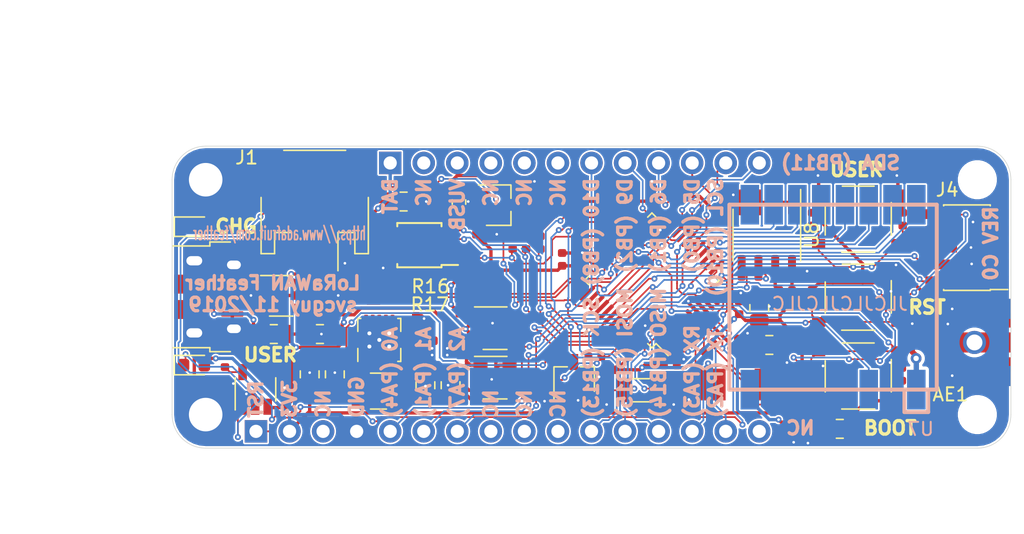
<source format=kicad_pcb>
(kicad_pcb (version 20171130) (host pcbnew "(5.1.4)-1")
  (layers (0 F.Cu signal) (31 B.Cu signal) (34 B.Paste user) (35 F.Paste user) (36 B.SilkS user) (37 F.SilkS user) (38 B.Mask user) (39 F.Mask user) (44 Edge.Cuts user))
  (net 0 "")
  (net 1 "Net-(AE1-Pad1)")
  (net 2 GND)
  (net 3 VBUS)
  (net 4 +BATT)
  (net 5 "Net-(C3-Pad1)")
  (net 6 /PC13)
  (net 7 +3V3)
  (net 8 "Net-(C7-Pad1)")
  (net 9 GNDS)
  (net 10 "Net-(C9-Pad1)")
  (net 11 VDD)
  (net 12 "Net-(C13-Pad1)")
  (net 13 "Net-(C14-Pad1)")
  (net 14 /NRST)
  (net 15 "Net-(C23-Pad1)")
  (net 16 "Net-(C24-Pad1)")
  (net 17 VDDA)
  (net 18 "Net-(C26-Pad1)")
  (net 19 "Net-(C27-Pad1)")
  (net 20 "Net-(C29-Pad1)")
  (net 21 /PA15)
  (net 22 "Net-(D2-Pad1)")
  (net 23 "Net-(J1-Pad2)")
  (net 24 /IO/PA4)
  (net 25 /IO/PA1)
  (net 26 /IO/PA7)
  (net 27 /IO/PB13)
  (net 28 /IO/PB15)
  (net 29 /IO/PB14)
  (net 30 /IO/PA3)
  (net 31 /IO/PA2)
  (net 32 /IO/PB8)
  (net 33 /IO/PB2)
  (net 34 /IO/PB1)
  (net 35 /IO/PB0)
  (net 36 /IO/PB10)
  (net 37 /IO/PB11)
  (net 38 /uC/PA13)
  (net 39 /uC/PA14)
  (net 40 _D+)
  (net 41 _D-)
  (net 42 "Net-(L1-Pad1)")
  (net 43 "Net-(L1-Pad2)")
  (net 44 "Net-(L6-Pad1)")
  (net 45 D-)
  (net 46 "Net-(L6-Pad3)")
  (net 47 D+)
  (net 48 "Net-(Q1-Pad1)")
  (net 49 "Net-(Q1-Pad3)")
  (net 50 "Net-(R1-Pad1)")
  (net 51 "Net-(R5-Pad1)")
  (net 52 /PA10)
  (net 53 /IO/PB9)
  (net 54 "Net-(R15-Pad1)")
  (net 55 /PB7)
  (net 56 /PB6)
  (net 57 /PA9)
  (net 58 /PB4)
  (net 59 /PB3)
  (net 60 /PA0)
  (net 61 /PA6)
  (net 62 /PB5)
  (net 63 /PA5)
  (net 64 /PA8)
  (net 65 "Net-(J5-Pad1)")
  (net 66 "Net-(D1-Pad1)")
  (module Custom_KICAD:DRF1262x (layer B.Cu) (at 164.338 89.154 90)
    (fp_text reference U7 (at -9.9822 6.6294) (layer B.SilkS) (effects (justify mirror)))
    (fp_text value DRF1262x)
    (pad 1 smd rect (at -7 6.3 90) (size 3 1.4) (layers B.Cu B.Paste B.Mask) (net 13 "Net-(C14-Pad1)"))
    (pad 2 smd rect (at -7 4.5 90) (size 3 1.4) (layers B.Cu B.Paste B.Mask) (net 2 GND))
    (pad 3 smd rect (at -7 2.7 90) (size 3 1.4) (layers B.Cu B.Paste B.Mask) (net 57 /PA9))
    (pad 4 smd rect (at -7 0.9 90) (size 3 1.4) (layers B.Cu B.Paste B.Mask) (net 2 GND))
    (pad 5 smd rect (at -7 -0.9 90) (size 3 1.4) (layers B.Cu B.Paste B.Mask) (net 2 GND))
    (pad 6 smd rect (at -7 -2.7 90) (size 3 1.4) (layers B.Cu B.Paste B.Mask) (net 2 GND))
    (pad 7 smd rect (at -7 -4.5 90) (size 3 1.4) (layers B.Cu B.Paste B.Mask) (net 2 GND))
    (pad 8 smd rect (at -7 -6.3 90) (size 3 1.4) (layers B.Cu B.Paste B.Mask) (net 12 "Net-(C13-Pad1)"))
    (pad 9 smd rect (at 7 -6.3 90) (size 3 1.4) (layers B.Cu B.Paste B.Mask))
    (pad 10 smd rect (at 7 -4.5 90) (size 3 1.4) (layers B.Cu B.Paste B.Mask) (net 58 /PB4))
    (pad 11 smd rect (at 7 -2.7 90) (size 3 1.4) (layers B.Cu B.Paste B.Mask) (net 59 /PB3))
    (pad 12 smd rect (at 7 -0.9 90) (size 3 1.4) (layers B.Cu B.Paste B.Mask) (net 60 /PA0))
    (pad 13 smd rect (at 7 0.9 90) (size 3 1.4) (layers B.Cu B.Paste B.Mask) (net 61 /PA6))
    (pad 14 smd rect (at 7 2.7 90) (size 3 1.4) (layers B.Cu B.Paste B.Mask) (net 62 /PB5))
    (pad 15 smd rect (at 7 4.5 90) (size 3 1.4) (layers B.Cu B.Paste B.Mask) (net 63 /PA5))
    (pad 16 smd rect (at 7 6.3 90) (size 3 1.4) (layers B.Cu B.Paste B.Mask) (net 64 /PA8))
  )
  (module jlcpcb_smt:MSOP-8_3x3mm_P0.65mm (layer F.Cu) (at 133.0198 85.217 180)
    (fp_text reference U2 hide)
    (fp_text value STC3100)
    (pad 1 smd rect (at -2.2 -0.975 180) (size 1.45 0.45) (layers F.Cu F.Paste F.Mask) (net 52 /PA10))
    (pad 2 smd rect (at -2.2 -0.325 180) (size 1.45 0.45) (layers F.Cu F.Paste F.Mask) (net 51 "Net-(R5-Pad1)"))
    (pad 3 smd rect (at -2.2 0.325 180) (size 1.45 0.45) (layers F.Cu F.Paste F.Mask) (net 55 /PB7))
    (pad 4 smd rect (at -2.2 0.975 180) (size 1.45 0.45) (layers F.Cu F.Paste F.Mask) (net 56 /PB6))
    (pad 5 smd rect (at 2.2 0.975 180) (size 1.45 0.45) (layers F.Cu F.Paste F.Mask) (net 2 GND))
    (pad 6 smd rect (at 2.2 0.325 180) (size 1.45 0.45) (layers F.Cu F.Paste F.Mask) (net 23 "Net-(J1-Pad2)"))
    (pad 7 smd rect (at 2.2 -0.325 180) (size 1.45 0.45) (layers F.Cu F.Paste F.Mask) (net 4 +BATT))
    (pad 8 smd rect (at 2.2 -0.975 180) (size 1.45 0.45) (layers F.Cu F.Paste F.Mask) (net 5 "Net-(C3-Pad1)"))
  )
  (module jlcpcb_smt:C_0402_1005Metric (layer F.Cu) (at 130.7592 87.6046 270)
    (fp_text reference C33 hide)
    (fp_text value 1uF)
    (pad 1 smd roundrect (at 0 -0.485 180) (size 0.59 0.64) (layers F.Cu F.Paste F.Mask) (net 4 +BATT))
    (pad 2 smd roundrect (at 0 0.485 180) (size 0.59 0.64) (layers F.Cu F.Paste F.Mask) (net 2 GND))
  )
  (module jlcpcb_smt:C_0402_1005Metric (layer F.Cu) (at 170.3324 92.202 180)
    (fp_text reference C14 hide)
    (fp_text value DNP)
    (pad 1 smd roundrect (at 0 -0.485 90) (size 0.59 0.64) (layers F.Cu F.Paste F.Mask) (net 13 "Net-(C14-Pad1)"))
    (pad 2 smd roundrect (at 0 0.485 90) (size 0.59 0.64) (layers F.Cu F.Paste F.Mask) (net 2 GND))
  )
  (module jlcpcb_smt:LQFP-48_7x7mm_P0.5mm (layer F.Cu) (at 150.622 87.884 45)
    (fp_text reference U9 hide)
    (fp_text value STM32L073CZTx)
    (pad 1 smd roundrect (at -2.75 4.1625 135) (size 1.475 0.3) (layers F.Cu F.Paste F.Mask) (net 11 VDD))
    (pad 2 smd roundrect (at -2.25 4.1625 135) (size 1.475 0.3) (layers F.Cu F.Paste F.Mask) (net 6 /PC13))
    (pad 3 smd roundrect (at -1.75 4.1625 135) (size 1.475 0.3) (layers F.Cu F.Paste F.Mask) (net 19 "Net-(C27-Pad1)"))
    (pad 4 smd roundrect (at -1.25 4.1625 135) (size 1.475 0.3) (layers F.Cu F.Paste F.Mask) (net 20 "Net-(C29-Pad1)"))
    (pad 5 smd roundrect (at -0.75 4.1625 135) (size 1.475 0.3) (layers F.Cu F.Paste F.Mask) (net 16 "Net-(C24-Pad1)"))
    (pad 6 smd roundrect (at -0.25 4.1625 135) (size 1.475 0.3) (layers F.Cu F.Paste F.Mask) (net 54 "Net-(R15-Pad1)"))
    (pad 7 smd roundrect (at 0.25 4.1625 135) (size 1.475 0.3) (layers F.Cu F.Paste F.Mask) (net 14 /NRST))
    (pad 8 smd roundrect (at 0.75 4.1625 135) (size 1.475 0.3) (layers F.Cu F.Paste F.Mask) (net 2 GND))
    (pad 9 smd roundrect (at 1.25 4.1625 135) (size 1.475 0.3) (layers F.Cu F.Paste F.Mask) (net 17 VDDA))
    (pad 10 smd roundrect (at 1.75 4.1625 135) (size 1.475 0.3) (layers F.Cu F.Paste F.Mask) (net 60 /PA0))
    (pad 11 smd roundrect (at 2.25 4.1625 135) (size 1.475 0.3) (layers F.Cu F.Paste F.Mask) (net 25 /IO/PA1))
    (pad 12 smd roundrect (at 2.75 4.1625 135) (size 1.475 0.3) (layers F.Cu F.Paste F.Mask) (net 31 /IO/PA2))
    (pad 13 smd roundrect (at 4.1625 2.75 135) (size 0.3 1.475) (layers F.Cu F.Paste F.Mask) (net 30 /IO/PA3))
    (pad 14 smd roundrect (at 4.1625 2.25 135) (size 0.3 1.475) (layers F.Cu F.Paste F.Mask) (net 24 /IO/PA4))
    (pad 15 smd roundrect (at 4.1625 1.75 135) (size 0.3 1.475) (layers F.Cu F.Paste F.Mask) (net 63 /PA5))
    (pad 16 smd roundrect (at 4.1625 1.25 135) (size 0.3 1.475) (layers F.Cu F.Paste F.Mask) (net 61 /PA6))
    (pad 17 smd roundrect (at 4.1625 0.75 135) (size 0.3 1.475) (layers F.Cu F.Paste F.Mask) (net 26 /IO/PA7))
    (pad 18 smd roundrect (at 4.1625 0.25 135) (size 0.3 1.475) (layers F.Cu F.Paste F.Mask) (net 35 /IO/PB0))
    (pad 19 smd roundrect (at 4.1625 -0.25 135) (size 0.3 1.475) (layers F.Cu F.Paste F.Mask) (net 34 /IO/PB1))
    (pad 20 smd roundrect (at 4.1625 -0.75 135) (size 0.3 1.475) (layers F.Cu F.Paste F.Mask) (net 33 /IO/PB2))
    (pad 21 smd roundrect (at 4.1625 -1.25 135) (size 0.3 1.475) (layers F.Cu F.Paste F.Mask) (net 36 /IO/PB10))
    (pad 22 smd roundrect (at 4.1625 -1.75 135) (size 0.3 1.475) (layers F.Cu F.Paste F.Mask) (net 37 /IO/PB11))
    (pad 23 smd roundrect (at 4.1625 -2.25 135) (size 0.3 1.475) (layers F.Cu F.Paste F.Mask) (net 2 GND))
    (pad 24 smd roundrect (at 4.1625 -2.75 135) (size 0.3 1.475) (layers F.Cu F.Paste F.Mask) (net 11 VDD))
    (pad 25 smd roundrect (at 2.75 -4.1625 135) (size 1.475 0.3) (layers F.Cu F.Paste F.Mask))
    (pad 26 smd roundrect (at 2.25 -4.1625 135) (size 1.475 0.3) (layers F.Cu F.Paste F.Mask) (net 27 /IO/PB13))
    (pad 27 smd roundrect (at 1.75 -4.1625 135) (size 1.475 0.3) (layers F.Cu F.Paste F.Mask) (net 29 /IO/PB14))
    (pad 28 smd roundrect (at 1.25 -4.1625 135) (size 1.475 0.3) (layers F.Cu F.Paste F.Mask) (net 28 /IO/PB15))
    (pad 29 smd roundrect (at 0.75 -4.1625 135) (size 1.475 0.3) (layers F.Cu F.Paste F.Mask) (net 64 /PA8))
    (pad 30 smd roundrect (at 0.25 -4.1625 135) (size 1.475 0.3) (layers F.Cu F.Paste F.Mask) (net 57 /PA9))
    (pad 31 smd roundrect (at -0.25 -4.1625 135) (size 1.475 0.3) (layers F.Cu F.Paste F.Mask) (net 52 /PA10))
    (pad 32 smd roundrect (at -0.75 -4.1625 135) (size 1.475 0.3) (layers F.Cu F.Paste F.Mask) (net 45 D-))
    (pad 33 smd roundrect (at -1.25 -4.1625 135) (size 1.475 0.3) (layers F.Cu F.Paste F.Mask) (net 47 D+))
    (pad 34 smd roundrect (at -1.75 -4.1625 135) (size 1.475 0.3) (layers F.Cu F.Paste F.Mask) (net 38 /uC/PA13))
    (pad 35 smd roundrect (at -2.25 -4.1625 135) (size 1.475 0.3) (layers F.Cu F.Paste F.Mask) (net 2 GND))
    (pad 36 smd roundrect (at -2.75 -4.1625 135) (size 1.475 0.3) (layers F.Cu F.Paste F.Mask) (net 7 +3V3))
    (pad 37 smd roundrect (at -4.1625 -2.75 135) (size 0.3 1.475) (layers F.Cu F.Paste F.Mask) (net 39 /uC/PA14))
    (pad 38 smd roundrect (at -4.1625 -2.25 135) (size 0.3 1.475) (layers F.Cu F.Paste F.Mask) (net 21 /PA15))
    (pad 39 smd roundrect (at -4.1625 -1.75 135) (size 0.3 1.475) (layers F.Cu F.Paste F.Mask) (net 59 /PB3))
    (pad 40 smd roundrect (at -4.1625 -1.25 135) (size 0.3 1.475) (layers F.Cu F.Paste F.Mask) (net 58 /PB4))
    (pad 41 smd roundrect (at -4.1625 -0.75 135) (size 0.3 1.475) (layers F.Cu F.Paste F.Mask) (net 62 /PB5))
    (pad 42 smd roundrect (at -4.1625 -0.25 135) (size 0.3 1.475) (layers F.Cu F.Paste F.Mask) (net 56 /PB6))
    (pad 43 smd roundrect (at -4.1625 0.25 135) (size 0.3 1.475) (layers F.Cu F.Paste F.Mask) (net 55 /PB7))
    (pad 44 smd roundrect (at -4.1625 0.75 135) (size 0.3 1.475) (layers F.Cu F.Paste F.Mask) (net 15 "Net-(C23-Pad1)"))
    (pad 45 smd roundrect (at -4.1625 1.25 135) (size 0.3 1.475) (layers F.Cu F.Paste F.Mask) (net 32 /IO/PB8))
    (pad 46 smd roundrect (at -4.1625 1.75 135) (size 0.3 1.475) (layers F.Cu F.Paste F.Mask) (net 53 /IO/PB9))
    (pad 47 smd roundrect (at -4.1625 2.25 135) (size 0.3 1.475) (layers F.Cu F.Paste F.Mask) (net 2 GND))
    (pad 48 smd roundrect (at -4.1625 2.75 135) (size 0.3 1.475) (layers F.Cu F.Paste F.Mask) (net 11 VDD))
  )
  (module jlcpcb_smt:COMMON_MODE_FILTER_0805 (layer F.Cu) (at 128.651 89.027 90)
    (fp_text reference L6)
    (fp_text value COMMON_MODE)
    (pad 1 smd rect (at -0.45 -0.9) (size 1 0.5) (layers F.Cu F.Paste F.Mask) (net 44 "Net-(L6-Pad1)"))
    (pad 2 smd rect (at -0.45 0.9) (size 1 0.5) (layers F.Cu F.Paste F.Mask) (net 47 D+))
    (pad 4 smd rect (at 0.45 0.9) (size 1 0.5) (layers F.Cu F.Paste F.Mask) (net 45 D-))
    (pad 3 smd rect (at 0.45 -0.9) (size 1 0.5) (layers F.Cu F.Paste F.Mask) (net 46 "Net-(L6-Pad3)"))
  )
  (module Connector_USB:USB_Micro-B_Amphenol_10103594-0001LF_Horizontal (layer F.Cu) (at 117.094 89.154 270)
    (fp_text reference J5 hide)
    (fp_text value USB_B_Micro)
    (pad 6 smd rect (at 2.725 0.185 270) (size 1.35 2) (layers F.Cu F.Paste F.Mask) (net 2 GND))
    (pad 6 smd rect (at -2.755 0.185 270) (size 1.35 2) (layers F.Cu F.Paste F.Mask) (net 2 GND))
    (pad 6 smd rect (at -2.975 -0.565 270) (size 1.825 0.7) (layers F.Cu F.Paste F.Mask) (net 2 GND))
    (pad 6 smd rect (at 2.975 -0.565 270) (size 1.825 0.7) (layers F.Cu F.Paste F.Mask) (net 2 GND))
    (pad 6 smd rect (at -2.875 -1.865 270) (size 2 1.5) (layers F.Cu F.Paste F.Mask) (net 2 GND))
    (pad 6 smd rect (at 2.875 -1.885 270) (size 2 1.5) (layers F.Cu F.Paste F.Mask) (net 2 GND))
    (pad 1 smd rect (at -1.325 -1.765) (size 1.65 0.4) (layers F.Cu F.Paste F.Mask) (net 65 "Net-(J5-Pad1)"))
    (pad 2 smd rect (at -0.675 -1.765) (size 1.65 0.4) (layers F.Cu F.Paste F.Mask) (net 41 _D-))
    (pad 3 smd rect (at -0.025 -1.765) (size 1.65 0.4) (layers F.Cu F.Paste F.Mask) (net 40 _D+))
    (pad 4 smd rect (at 0.625 -1.765) (size 1.65 0.4) (layers F.Cu F.Paste F.Mask))
    (pad 5 smd rect (at 1.275 -1.765) (size 1.65 0.4) (layers F.Cu F.Paste F.Mask) (net 2 GND))
    (pad 6 thru_hole oval (at -2.445 -1.885) (size 1.5 1.1) (drill oval 1.05 0.65) (layers *.Cu *.Mask) (net 2 GND))
    (pad 6 thru_hole oval (at 2.395 -1.885) (size 1.5 1.1) (drill oval 1.05 0.65) (layers *.Cu *.Mask) (net 2 GND))
    (pad 6 thru_hole oval (at -2.755 1.115) (size 1.7 1.35) (drill oval 1.2 0.7) (layers *.Cu *.Mask) (net 2 GND))
    (pad 6 thru_hole oval (at 2.705 1.115) (size 1.7 1.35) (drill oval 1.2 0.7) (layers *.Cu *.Mask) (net 2 GND))
    (pad 6 smd rect (at -0.985 1.385) (size 2.5 1.43) (layers F.Cu F.Paste F.Mask) (net 2 GND))
    (pad 6 smd rect (at 0.935 1.385) (size 2.5 1.43) (layers F.Cu F.Paste F.Mask) (net 2 GND))
  )
  (module Connector_JST:JST_PH_S2B-PH-SM4-TB_1x02-1MP_P2.00mm_Horizontal (layer F.Cu) (at 125.095 82.55 180)
    (fp_text reference J1 (at 5.1562 3.9624 180) (layer F.SilkS))
    (fp_text value BAT)
    (pad 1 smd roundrect (at -1 -2.85 180) (size 1 3.5) (layers F.Cu F.Paste F.Mask) (net 4 +BATT))
    (pad 2 smd roundrect (at 1 -2.85 180) (size 1 3.5) (layers F.Cu F.Paste F.Mask) (net 23 "Net-(J1-Pad2)"))
    (pad MP smd roundrect (at -3.35 2.9 180) (size 1.5 3.4) (layers F.Cu F.Paste F.Mask) (roundrect_rratio 0.166667))
    (pad MP smd roundrect (at 3.35 2.9 180) (size 1.5 3.4) (layers F.Cu F.Paste F.Mask) (roundrect_rratio 0.166667))
  )
  (module Connector_PinHeader_2.54mm:PinHeader_1x16_P2.54mm_Vertical (layer F.Cu) (at 120.65 99.314 90)
    (fp_text reference J2 hide)
    (fp_text value Feather_BOT)
    (pad 1 thru_hole rect (at 0 0 90) (size 1.7 1.7) (drill 1) (layers *.Cu *.Mask) (net 14 /NRST))
    (pad 2 thru_hole oval (at 0 2.54 90) (size 1.7 1.7) (drill 1) (layers *.Cu *.Mask) (net 11 VDD))
    (pad 3 thru_hole oval (at 0 5.08 90) (size 1.7 1.7) (drill 1) (layers *.Cu *.Mask))
    (pad 4 thru_hole oval (at 0 7.62 90) (size 1.7 1.7) (drill 1) (layers *.Cu *.Mask) (net 2 GND))
    (pad 5 thru_hole oval (at 0 10.16 90) (size 1.7 1.7) (drill 1) (layers *.Cu *.Mask) (net 24 /IO/PA4))
    (pad 6 thru_hole oval (at 0 12.7 90) (size 1.7 1.7) (drill 1) (layers *.Cu *.Mask) (net 25 /IO/PA1))
    (pad 7 thru_hole oval (at 0 15.24 90) (size 1.7 1.7) (drill 1) (layers *.Cu *.Mask) (net 26 /IO/PA7))
    (pad 8 thru_hole oval (at 0 17.78 90) (size 1.7 1.7) (drill 1) (layers *.Cu *.Mask))
    (pad 9 thru_hole oval (at 0 20.32 90) (size 1.7 1.7) (drill 1) (layers *.Cu *.Mask))
    (pad 10 thru_hole oval (at 0 22.86 90) (size 1.7 1.7) (drill 1) (layers *.Cu *.Mask))
    (pad 11 thru_hole oval (at 0 25.4 90) (size 1.7 1.7) (drill 1) (layers *.Cu *.Mask) (net 27 /IO/PB13))
    (pad 12 thru_hole oval (at 0 27.94 90) (size 1.7 1.7) (drill 1) (layers *.Cu *.Mask) (net 28 /IO/PB15))
    (pad 13 thru_hole oval (at 0 30.48 90) (size 1.7 1.7) (drill 1) (layers *.Cu *.Mask) (net 29 /IO/PB14))
    (pad 14 thru_hole oval (at 0 33.02 90) (size 1.7 1.7) (drill 1) (layers *.Cu *.Mask) (net 30 /IO/PA3))
    (pad 15 thru_hole oval (at 0 35.56 90) (size 1.7 1.7) (drill 1) (layers *.Cu *.Mask) (net 31 /IO/PA2))
    (pad 16 thru_hole oval (at 0 38.1 90) (size 1.7 1.7) (drill 1) (layers *.Cu *.Mask))
  )
  (module Connector_PinHeader_2.54mm:PinHeader_1x12_P2.54mm_Vertical (layer F.Cu) (at 130.81 78.994 90)
    (fp_text reference J3 hide)
    (fp_text value Feather_TOP)
    (pad 1 thru_hole rect (at 0 0 90) (size 1.7 1.7) (drill 1) (layers *.Cu *.Mask) (net 4 +BATT))
    (pad 2 thru_hole oval (at 0 2.54 90) (size 1.7 1.7) (drill 1) (layers *.Cu *.Mask))
    (pad 3 thru_hole oval (at 0 5.08 90) (size 1.7 1.7) (drill 1) (layers *.Cu *.Mask) (net 3 VBUS))
    (pad 4 thru_hole oval (at 0 7.62 90) (size 1.7 1.7) (drill 1) (layers *.Cu *.Mask))
    (pad 5 thru_hole oval (at 0 10.16 90) (size 1.7 1.7) (drill 1) (layers *.Cu *.Mask))
    (pad 6 thru_hole oval (at 0 12.7 90) (size 1.7 1.7) (drill 1) (layers *.Cu *.Mask))
    (pad 7 thru_hole oval (at 0 15.24 90) (size 1.7 1.7) (drill 1) (layers *.Cu *.Mask) (net 32 /IO/PB8))
    (pad 8 thru_hole oval (at 0 17.78 90) (size 1.7 1.7) (drill 1) (layers *.Cu *.Mask) (net 33 /IO/PB2))
    (pad 9 thru_hole oval (at 0 20.32 90) (size 1.7 1.7) (drill 1) (layers *.Cu *.Mask) (net 34 /IO/PB1))
    (pad 10 thru_hole oval (at 0 22.86 90) (size 1.7 1.7) (drill 1) (layers *.Cu *.Mask) (net 35 /IO/PB0))
    (pad 11 thru_hole oval (at 0 25.4 90) (size 1.7 1.7) (drill 1) (layers *.Cu *.Mask) (net 36 /IO/PB10))
    (pad 12 thru_hole oval (at 0 27.94 90) (size 1.7 1.7) (drill 1) (layers *.Cu *.Mask) (net 37 /IO/PB11))
  )
  (module Custom_KICAD:RF_ANT (layer F.Cu) (at 175.7426 92.583)
    (fp_text reference AE1 (at -2.5146 3.937) (layer F.SilkS))
    (fp_text value Antenna_Shield)
    (pad 1 smd rect (at 0 0) (size 4.06 1.52) (layers F.Cu F.Paste F.Mask) (net 1 "Net-(AE1-Pad1)"))
    (pad 2 smd rect (at 0 -2.54) (size 4.06 1.52) (layers F.Cu F.Paste F.Mask) (net 2 GND))
    (pad 2 smd rect (at 0 2.54) (size 4.06 1.52) (layers F.Cu F.Paste F.Mask) (net 2 GND))
    (pad 2 smd rect (at 0 -2.54) (size 4.06 1.52) (layers B.Cu B.Paste B.Mask) (net 2 GND))
    (pad 2 smd rect (at 0 2.54) (size 4.06 1.52) (layers B.Cu B.Paste B.Mask) (net 2 GND))
    (pad 2 smd rect (at 0.889 -1.651) (size 2.285 1.05) (layers F.Cu F.Paste F.Mask) (net 2 GND))
    (pad 2 smd rect (at 0.889 1.651) (size 2.285 1.05) (layers F.Cu F.Paste F.Mask) (net 2 GND))
    (pad 1 thru_hole circle (at -0.7 0) (size 1.75 1.75) (drill 1.2) (layers *.Cu *.Mask) (net 1 "Net-(AE1-Pad1)"))
  )
  (module jlcpcb_smt:C_0402_1005Metric (layer F.Cu) (at 122.8344 94.9325)
    (fp_text reference C1 hide)
    (fp_text value 1uF)
    (pad 2 smd roundrect (at 0 0.485 270) (size 0.59 0.64) (layers F.Cu F.Paste F.Mask) (net 2 GND))
    (pad 1 smd roundrect (at 0 -0.485 270) (size 0.59 0.64) (layers F.Cu F.Paste F.Mask) (net 3 VBUS))
  )
  (module jlcpcb_smt:C_0402_1005Metric (layer F.Cu) (at 122.8344 97.028 180)
    (fp_text reference C2 hide)
    (fp_text value 1uF)
    (pad 2 smd roundrect (at 0 0.485 90) (size 0.59 0.64) (layers F.Cu F.Paste F.Mask) (net 2 GND))
    (pad 1 smd roundrect (at 0 -0.485 90) (size 0.59 0.64) (layers F.Cu F.Paste F.Mask) (net 4 +BATT))
  )
  (module jlcpcb_smt:C_0402_1005Metric (layer F.Cu) (at 128.524 86.5886 270)
    (fp_text reference C3 hide)
    (fp_text value 220nF)
    (pad 1 smd roundrect (at 0 -0.485 180) (size 0.59 0.64) (layers F.Cu F.Paste F.Mask) (net 5 "Net-(C3-Pad1)"))
    (pad 2 smd roundrect (at 0 0.485 180) (size 0.59 0.64) (layers F.Cu F.Paste F.Mask) (net 2 GND))
  )
  (module jlcpcb_smt:C_0402_1005Metric (layer F.Cu) (at 169.6085 83.2485 180)
    (fp_text reference C4 hide)
    (fp_text value 0.1uF)
    (pad 1 smd roundrect (at 0 -0.485 90) (size 0.59 0.64) (layers F.Cu F.Paste F.Mask) (net 6 /PC13))
    (pad 2 smd roundrect (at 0 0.485 90) (size 0.59 0.64) (layers F.Cu F.Paste F.Mask) (net 2 GND))
  )
  (module jlcpcb_smt:C_0402_1005Metric (layer F.Cu) (at 141.732 81.534 180)
    (fp_text reference C5 hide)
    (fp_text value 1uF)
    (pad 2 smd roundrect (at 0 0.485 90) (size 0.59 0.64) (layers F.Cu F.Paste F.Mask) (net 2 GND))
    (pad 1 smd roundrect (at 0 -0.485 90) (size 0.59 0.64) (layers F.Cu F.Paste F.Mask) (net 3 VBUS))
  )
  (module jlcpcb_smt:C_0402_1005Metric (layer F.Cu) (at 137.795 84.3915 90)
    (fp_text reference C6 hide)
    (fp_text value 1uF)
    (pad 2 smd roundrect (at 0 0.485) (size 0.59 0.64) (layers F.Cu F.Paste F.Mask) (net 2 GND))
    (pad 1 smd roundrect (at 0 -0.485) (size 0.59 0.64) (layers F.Cu F.Paste F.Mask) (net 7 +3V3))
  )
  (module jlcpcb_smt:C_0805_2012Metric (layer F.Cu) (at 135.382 95.8215)
    (fp_text reference C7 hide)
    (fp_text value 4.7uF)
    (pad 1 smd roundrect (at 0 -0.9375 270) (size 0.975 1.4) (layers F.Cu F.Paste F.Mask) (net 8 "Net-(C7-Pad1)"))
    (pad 2 smd roundrect (at 0 0.9375 270) (size 0.975 1.4) (layers F.Cu F.Paste F.Mask) (net 9 GNDS))
  )
  (module jlcpcb_smt:C_0805_2012Metric (layer F.Cu) (at 133.477 95.8215)
    (fp_text reference C8 hide)
    (fp_text value 4.7uF)
    (pad 1 smd roundrect (at 0 -0.9375 270) (size 0.975 1.4) (layers F.Cu F.Paste F.Mask) (net 8 "Net-(C7-Pad1)"))
    (pad 2 smd roundrect (at 0 0.9375 270) (size 0.975 1.4) (layers F.Cu F.Paste F.Mask) (net 9 GNDS))
  )
  (module jlcpcb_smt:C_0402_1005Metric (layer F.Cu) (at 132.7785 91.059 180)
    (fp_text reference C9 hide)
    (fp_text value 0.1uF)
    (pad 1 smd roundrect (at 0 -0.485 90) (size 0.59 0.64) (layers F.Cu F.Paste F.Mask) (net 10 "Net-(C9-Pad1)"))
    (pad 2 smd roundrect (at 0 0.485 90) (size 0.59 0.64) (layers F.Cu F.Paste F.Mask) (net 9 GNDS))
  )
  (module jlcpcb_smt:C_0805_2012Metric (layer F.Cu) (at 126.619 94.996 180)
    (fp_text reference C10 hide)
    (fp_text value 10uF)
    (pad 2 smd roundrect (at 0 0.9375 90) (size 0.975 1.4) (layers F.Cu F.Paste F.Mask) (net 9 GNDS))
    (pad 1 smd roundrect (at 0 -0.9375 90) (size 0.975 1.4) (layers F.Cu F.Paste F.Mask) (net 11 VDD))
  )
  (module jlcpcb_smt:C_0805_2012Metric (layer F.Cu) (at 124.714 94.996 180)
    (fp_text reference C11 hide)
    (fp_text value 10uF)
    (pad 2 smd roundrect (at 0 0.9375 90) (size 0.975 1.4) (layers F.Cu F.Paste F.Mask) (net 9 GNDS))
    (pad 1 smd roundrect (at 0 -0.9375 90) (size 0.975 1.4) (layers F.Cu F.Paste F.Mask) (net 11 VDD))
  )
  (module jlcpcb_smt:R_0402_1005Metric (layer F.Cu) (at 173.0248 92.202 180)
    (fp_text reference C12 hide)
    (fp_text value DNP)
    (pad 1 smd roundrect (at 0 -0.485 90) (size 0.59 0.64) (layers F.Cu F.Paste F.Mask) (net 1 "Net-(AE1-Pad1)"))
    (pad 2 smd roundrect (at 0 0.485 90) (size 0.59 0.64) (layers F.Cu F.Paste F.Mask) (net 2 GND))
  )
  (module jlcpcb_smt:C_0402_1005Metric (layer F.Cu) (at 162.433 99.1235)
    (fp_text reference C13 hide)
    (fp_text value 1uF)
    (pad 1 smd roundrect (at 0 -0.485 270) (size 0.59 0.64) (layers F.Cu F.Paste F.Mask) (net 12 "Net-(C13-Pad1)"))
    (pad 2 smd roundrect (at 0 0.485 270) (size 0.59 0.64) (layers F.Cu F.Paste F.Mask) (net 2 GND))
  )
  (module jlcpcb_smt:C_0402_1005Metric (layer F.Cu) (at 161.3535 99.1005)
    (fp_text reference C15 hide)
    (fp_text value 0.1uF)
    (pad 2 smd roundrect (at 0 0.485 270) (size 0.59 0.64) (layers F.Cu F.Paste F.Mask) (net 2 GND))
    (pad 1 smd roundrect (at 0 -0.485 270) (size 0.59 0.64) (layers F.Cu F.Paste F.Mask) (net 12 "Net-(C13-Pad1)"))
  )
  (module jlcpcb_smt:C_0402_1005Metric (layer F.Cu) (at 160.7185 89.5985 270)
    (fp_text reference C16 hide)
    (fp_text value 1uF)
    (pad 1 smd roundrect (at 0 -0.485 180) (size 0.59 0.64) (layers F.Cu F.Paste F.Mask) (net 11 VDD))
    (pad 2 smd roundrect (at 0 0.485 180) (size 0.59 0.64) (layers F.Cu F.Paste F.Mask) (net 2 GND))
  )
  (module jlcpcb_smt:C_0402_1005Metric (layer F.Cu) (at 160.7415 88.646 270)
    (fp_text reference C17 hide)
    (fp_text value 0.1uF)
    (pad 2 smd roundrect (at 0 0.485 180) (size 0.59 0.64) (layers F.Cu F.Paste F.Mask) (net 2 GND))
    (pad 1 smd roundrect (at 0 -0.485 180) (size 0.59 0.64) (layers F.Cu F.Paste F.Mask) (net 11 VDD))
  )
  (module jlcpcb_smt:C_0402_1005Metric (layer F.Cu) (at 147.472447 94.653053 270)
    (fp_text reference C18 hide)
    (fp_text value 0.1uF)
    (pad 1 smd roundrect (at 0 -0.485 180) (size 0.59 0.64) (layers F.Cu F.Paste F.Mask) (net 11 VDD))
    (pad 2 smd roundrect (at 0 0.485 180) (size 0.59 0.64) (layers F.Cu F.Paste F.Mask) (net 2 GND))
  )
  (module jlcpcb_smt:C_0402_1005Metric (layer F.Cu) (at 150.6855 81.407 180)
    (fp_text reference C19 hide)
    (fp_text value 0.1uF)
    (pad 1 smd roundrect (at 0 -0.485 90) (size 0.59 0.64) (layers F.Cu F.Paste F.Mask) (net 11 VDD))
    (pad 2 smd roundrect (at 0 0.485 90) (size 0.59 0.64) (layers F.Cu F.Paste F.Mask) (net 2 GND))
  )
  (module jlcpcb_smt:C_0402_1005Metric (layer F.Cu) (at 152.019 94.2975 90)
    (fp_text reference C20 hide)
    (fp_text value 0.1uF)
    (pad 2 smd roundrect (at 0 0.485) (size 0.59 0.64) (layers F.Cu F.Paste F.Mask) (net 2 GND))
    (pad 1 smd roundrect (at 0 -0.485) (size 0.59 0.64) (layers F.Cu F.Paste F.Mask) (net 11 VDD))
  )
  (module jlcpcb_smt:C_0402_1005Metric (layer F.Cu) (at 169.545 89.0905 180)
    (fp_text reference C21 hide)
    (fp_text value 0.1uF)
    (pad 2 smd roundrect (at 0 0.485 90) (size 0.59 0.64) (layers F.Cu F.Paste F.Mask) (net 2 GND))
    (pad 1 smd roundrect (at 0 -0.485 90) (size 0.59 0.64) (layers F.Cu F.Paste F.Mask) (net 14 /NRST))
  )
  (module jlcpcb_smt:C_0402_1005Metric (layer F.Cu) (at 157.226 89.9565 180)
    (fp_text reference C22 hide)
    (fp_text value 1uF)
    (pad 2 smd roundrect (at 0 0.485 90) (size 0.59 0.64) (layers F.Cu F.Paste F.Mask) (net 2 GND))
    (pad 1 smd roundrect (at 0 -0.485 90) (size 0.59 0.64) (layers F.Cu F.Paste F.Mask) (net 11 VDD))
  )
  (module jlcpcb_smt:C_0402_1005Metric (layer F.Cu) (at 169.545 94.996)
    (fp_text reference C23 hide)
    (fp_text value 0.1uF)
    (pad 1 smd roundrect (at 0 -0.485 270) (size 0.59 0.64) (layers F.Cu F.Paste F.Mask) (net 15 "Net-(C23-Pad1)"))
    (pad 2 smd roundrect (at 0 0.485 270) (size 0.59 0.64) (layers F.Cu F.Paste F.Mask) (net 2 GND))
  )
  (module jlcpcb_smt:C_0402_1005Metric (layer F.Cu) (at 153.416 95.7985)
    (fp_text reference C24 hide)
    (fp_text value 30pF)
    (pad 1 smd roundrect (at 0 -0.485 270) (size 0.59 0.64) (layers F.Cu F.Paste F.Mask) (net 16 "Net-(C24-Pad1)"))
    (pad 2 smd roundrect (at 0 0.485 270) (size 0.59 0.64) (layers F.Cu F.Paste F.Mask) (net 2 GND))
  )
  (module jlcpcb_smt:C_0402_1005Metric (layer F.Cu) (at 157.1625 92.7735 180)
    (fp_text reference C25 hide)
    (fp_text value 0.1uF)
    (pad 1 smd roundrect (at 0 -0.485 90) (size 0.59 0.64) (layers F.Cu F.Paste F.Mask) (net 17 VDDA))
    (pad 2 smd roundrect (at 0 0.485 90) (size 0.59 0.64) (layers F.Cu F.Paste F.Mask) (net 2 GND))
  )
  (module jlcpcb_smt:C_0402_1005Metric (layer F.Cu) (at 161.163 95.3135 180)
    (fp_text reference C26 hide)
    (fp_text value 30pF)
    (pad 2 smd roundrect (at 0 0.485 90) (size 0.59 0.64) (layers F.Cu F.Paste F.Mask) (net 2 GND))
    (pad 1 smd roundrect (at 0 -0.485 90) (size 0.59 0.64) (layers F.Cu F.Paste F.Mask) (net 18 "Net-(C26-Pad1)"))
  )
  (module jlcpcb_smt:C_0402_1005Metric (layer F.Cu) (at 147.193 96.2025)
    (fp_text reference C27 hide)
    (fp_text value 15pF)
    (pad 1 smd roundrect (at 0 -0.485 270) (size 0.59 0.64) (layers F.Cu F.Paste F.Mask) (net 19 "Net-(C27-Pad1)"))
    (pad 2 smd roundrect (at 0 0.485 270) (size 0.59 0.64) (layers F.Cu F.Paste F.Mask) (net 2 GND))
  )
  (module jlcpcb_smt:C_0402_1005Metric (layer F.Cu) (at 143.8275 86.2965 180)
    (fp_text reference C28 hide)
    (fp_text value 0.1uF)
    (pad 2 smd roundrect (at 0 0.485 90) (size 0.59 0.64) (layers F.Cu F.Paste F.Mask) (net 2 GND))
    (pad 1 smd roundrect (at 0 -0.485 90) (size 0.59 0.64) (layers F.Cu F.Paste F.Mask) (net 7 +3V3))
  )
  (module jlcpcb_smt:C_0402_1005Metric (layer F.Cu) (at 152.3365 96.2025)
    (fp_text reference C29 hide)
    (fp_text value 15pF)
    (pad 2 smd roundrect (at 0 0.485 270) (size 0.59 0.64) (layers F.Cu F.Paste F.Mask) (net 2 GND))
    (pad 1 smd roundrect (at 0 -0.485 270) (size 0.59 0.64) (layers F.Cu F.Paste F.Mask) (net 20 "Net-(C29-Pad1)"))
  )
  (module jlcpcb_smt:C_0805_2012Metric (layer F.Cu) (at 158.75 89.9795 180)
    (fp_text reference C30 hide)
    (fp_text value 10uF)
    (pad 2 smd roundrect (at 0 0.9375 90) (size 0.975 1.4) (layers F.Cu F.Paste F.Mask) (net 2 GND))
    (pad 1 smd roundrect (at 0 -0.9375 90) (size 0.975 1.4) (layers F.Cu F.Paste F.Mask) (net 11 VDD))
  )
  (module jlcpcb_smt:C_0805_2012Metric (layer F.Cu) (at 125.491 91.948 90)
    (fp_text reference C31 hide)
    (fp_text value 4.7uF)
    (pad 1 smd roundrect (at 0 -0.9375) (size 0.975 1.4) (layers F.Cu F.Paste F.Mask) (net 3 VBUS))
    (pad 2 smd roundrect (at 0 0.9375) (size 0.975 1.4) (layers F.Cu F.Paste F.Mask) (net 2 GND))
  )
  (module jlcpcb_smt:C_0402_1005Metric (layer F.Cu) (at 125.857 89.027 90)
    (fp_text reference C32 hide)
    (fp_text value 0.1uF)
    (pad 1 smd roundrect (at 0 -0.485) (size 0.59 0.64) (layers F.Cu F.Paste F.Mask) (net 3 VBUS))
    (pad 2 smd roundrect (at 0 0.485) (size 0.59 0.64) (layers F.Cu F.Paste F.Mask) (net 2 GND))
  )
  (module jlcpcb_smt:LED_0603_1608Metric (layer F.Cu) (at 115.951 83.82 90)
    (fp_text reference D1 hide)
    (fp_text value CHG)
    (pad 2 smd roundrect (at 0 0.7875) (size 0.875 0.95) (layers F.Cu F.Paste F.Mask) (net 3 VBUS))
    (pad 1 smd roundrect (at 0 -0.7875) (size 0.875 0.95) (layers F.Cu F.Paste F.Mask) (net 66 "Net-(D1-Pad1)"))
  )
  (module jlcpcb_smt:LED_0603_1608Metric (layer F.Cu) (at 115.951 94.2975 90)
    (fp_text reference D2 hide)
    (fp_text value USER)
    (pad 1 smd roundrect (at 0 -0.7875) (size 0.875 0.95) (layers F.Cu F.Paste F.Mask) (net 22 "Net-(D2-Pad1)"))
    (pad 2 smd roundrect (at 0 0.7875) (size 0.875 0.95) (layers F.Cu F.Paste F.Mask) (net 11 VDD))
  )
  (module Connector_PinHeader_1.27mm:PinHeader_2x05_P1.27mm_Vertical_SMD (layer F.Cu) (at 174.4726 85.4075 180)
    (fp_text reference J4 (at 1.4986 4.3815) (layer F.SilkS))
    (fp_text value SWD)
    (pad 1 smd rect (at -1.95 -2.54 180) (size 2.4 0.74) (layers F.Cu F.Paste F.Mask) (net 11 VDD))
    (pad 2 smd rect (at 1.95 -2.54 180) (size 2.4 0.74) (layers F.Cu F.Paste F.Mask) (net 38 /uC/PA13))
    (pad 3 smd rect (at -1.95 -1.27 180) (size 2.4 0.74) (layers F.Cu F.Paste F.Mask) (net 2 GND))
    (pad 4 smd rect (at 1.95 -1.27 180) (size 2.4 0.74) (layers F.Cu F.Paste F.Mask) (net 39 /uC/PA14))
    (pad 5 smd rect (at -1.95 0 180) (size 2.4 0.74) (layers F.Cu F.Paste F.Mask) (net 2 GND))
    (pad 6 smd rect (at 1.95 0 180) (size 2.4 0.74) (layers F.Cu F.Paste F.Mask))
    (pad 7 smd rect (at -1.95 1.27 180) (size 2.4 0.74) (layers F.Cu F.Paste F.Mask))
    (pad 8 smd rect (at 1.95 1.27 180) (size 2.4 0.74) (layers F.Cu F.Paste F.Mask))
    (pad 9 smd rect (at -1.95 2.54 180) (size 2.4 0.74) (layers F.Cu F.Paste F.Mask) (net 2 GND))
    (pad 10 smd rect (at 1.95 2.54 180) (size 2.4 0.74) (layers F.Cu F.Paste F.Mask) (net 14 /NRST))
  )
  (module jlcpcb_smt:L_1210_3225Metric (layer F.Cu) (at 129.921 96.266 270)
    (fp_text reference L1 hide)
    (fp_text value 2.2uH)
    (pad 1 smd roundrect (at 0 -1.4 180) (size 1.25 2.65) (layers F.Cu F.Paste F.Mask) (roundrect_rratio 0.2) (net 42 "Net-(L1-Pad1)"))
    (pad 2 smd roundrect (at 0 1.4 180) (size 1.25 2.65) (layers F.Cu F.Paste F.Mask) (roundrect_rratio 0.2) (net 43 "Net-(L1-Pad2)"))
  )
  (module jlcpcb_smt:R_0805_2012Metric (layer F.Cu) (at 164.846 99.1235 270)
    (fp_text reference L2 hide)
    (fp_text value FERRITE)
    (pad 1 smd roundrect (at 0 -0.9375 180) (size 0.975 1.4) (layers F.Cu F.Paste F.Mask) (net 11 VDD))
    (pad 2 smd roundrect (at 0 0.9375 180) (size 0.975 1.4) (layers F.Cu F.Paste F.Mask) (net 12 "Net-(C13-Pad1)"))
  )
  (module jlcpcb_smt:L_0402_1005Metric (layer F.Cu) (at 171.6278 92.6465 270)
    (fp_text reference L3 hide)
    (fp_text value 0)
    (pad 1 smd roundrect (at 0 -0.535 180) (size 0.59 0.64) (layers F.Cu F.Paste F.Mask) (net 1 "Net-(AE1-Pad1)"))
    (pad 2 smd roundrect (at 0 0.435 180) (size 0.59 0.64) (layers F.Cu F.Paste F.Mask) (net 13 "Net-(C14-Pad1)"))
  )
  (module jlcpcb_smt:L_0805_2012Metric (layer F.Cu) (at 159.512 92.7735 90)
    (fp_text reference L4 hide)
    (fp_text value FERRITE)
    (pad 1 smd roundrect (at 0 -0.9375) (size 0.975 1.4) (layers F.Cu F.Paste F.Mask) (net 17 VDDA))
    (pad 2 smd roundrect (at 0 0.9375) (size 0.975 1.4) (layers F.Cu F.Paste F.Mask) (net 11 VDD))
  )
  (module jlcpcb_smt:L_0805_2012Metric (layer F.Cu) (at 121.9985 91.948 90)
    (fp_text reference L5 hide)
    (fp_text value FERRITE)
    (pad 2 smd roundrect (at 0 0.9375) (size 0.975 1.4) (layers F.Cu F.Paste F.Mask) (net 3 VBUS))
    (pad 1 smd roundrect (at 0 -0.9375) (size 0.975 1.4) (layers F.Cu F.Paste F.Mask) (net 65 "Net-(J5-Pad1)"))
  )
  (module jlcpcb_smt:TSOT-23 (layer F.Cu) (at 144.7165 95.377)
    (fp_text reference Q1 hide)
    (fp_text value MMBT3904)
    (pad 1 smd rect (at -0.95 1.31 90) (size 1.22 0.65) (layers F.Cu F.Paste F.Mask) (net 48 "Net-(Q1-Pad1)"))
    (pad 2 smd rect (at 0.95 1.31 90) (size 1.22 0.65) (layers F.Cu F.Paste F.Mask) (net 2 GND))
    (pad 3 smd rect (at 0 -1.31 90) (size 1.22 0.65) (layers F.Cu F.Paste F.Mask) (net 49 "Net-(Q1-Pad3)"))
  )
  (module jlcpcb_smt:R_0402_1005Metric (layer F.Cu) (at 118.3005 94.9325)
    (fp_text reference R1 hide)
    (fp_text value 2k)
    (pad 1 smd roundrect (at 0 -0.485 270) (size 0.59 0.64) (layers F.Cu F.Paste F.Mask) (net 50 "Net-(R1-Pad1)"))
    (pad 2 smd roundrect (at 0 0.485 270) (size 0.59 0.64) (layers F.Cu F.Paste F.Mask) (net 2 GND))
  )
  (module jlcpcb_smt:R_0402_1005Metric (layer F.Cu) (at 119.8245 82.042 180)
    (fp_text reference R2 hide)
    (fp_text value 330)
    (pad 1 smd roundrect (at 0 -0.485 90) (size 0.59 0.64) (layers F.Cu F.Paste F.Mask) (net 66 "Net-(D1-Pad1)"))
    (pad 2 smd roundrect (at 0 0.485 90) (size 0.59 0.64) (layers F.Cu F.Paste F.Mask) (net 21 /PA15))
  )
  (module jlcpcb_smt:R_0805_2012Metric (layer F.Cu) (at 131.826 81.915 90)
    (fp_text reference R3 hide)
    (fp_text value .03)
    (pad 2 smd roundrect (at 0 0.9375) (size 0.975 1.4) (layers F.Cu F.Paste F.Mask) (net 2 GND))
    (pad 1 smd roundrect (at 0 -0.9375) (size 0.975 1.4) (layers F.Cu F.Paste F.Mask) (net 23 "Net-(J1-Pad2)"))
  )
  (module jlcpcb_smt:R_0402_1005Metric (layer F.Cu) (at 128.524 87.5792 90)
    (fp_text reference R4 hide)
    (fp_text value 1k)
    (pad 1 smd roundrect (at 0 -0.485) (size 0.59 0.64) (layers F.Cu F.Paste F.Mask) (net 4 +BATT))
    (pad 2 smd roundrect (at 0 0.485) (size 0.59 0.64) (layers F.Cu F.Paste F.Mask) (net 5 "Net-(C3-Pad1)"))
  )
  (module jlcpcb_smt:R_0603_1608Metric (layer F.Cu) (at 136.017 81.953 180)
    (fp_text reference R5 hide)
    (fp_text value 200k)
    (pad 1 smd roundrect (at 0 -0.7875 90) (size 0.875 0.95) (layers F.Cu F.Paste F.Mask) (net 51 "Net-(R5-Pad1)"))
    (pad 2 smd roundrect (at 0 0.7875 90) (size 0.875 0.95) (layers F.Cu F.Paste F.Mask) (net 2 GND))
  )
  (module jlcpcb_smt:R_0402_1005Metric (layer F.Cu) (at 140.081 85.0265)
    (fp_text reference R6 hide)
    (fp_text value 10k)
    (pad 2 smd roundrect (at 0 0.485 270) (size 0.59 0.64) (layers F.Cu F.Paste F.Mask) (net 52 /PA10))
    (pad 1 smd roundrect (at 0 -0.485 270) (size 0.59 0.64) (layers F.Cu F.Paste F.Mask) (net 11 VDD))
  )
  (module jlcpcb_smt:R_0402_1005Metric (layer F.Cu) (at 146.304 93.6625 90)
    (fp_text reference R7 hide)
    (fp_text value 1k)
    (pad 2 smd roundrect (at 0 0.485) (size 0.59 0.64) (layers F.Cu F.Paste F.Mask) (net 53 /IO/PB9))
    (pad 1 smd roundrect (at 0 -0.485) (size 0.59 0.64) (layers F.Cu F.Paste F.Mask) (net 48 "Net-(Q1-Pad1)"))
  )
  (module jlcpcb_smt:R_0402_1005Metric (layer F.Cu) (at 142.4305 95.908 180)
    (fp_text reference R8 hide)
    (fp_text value 10k)
    (pad 2 smd roundrect (at 0 0.485 90) (size 0.59 0.64) (layers F.Cu F.Paste F.Mask) (net 53 /IO/PB9))
    (pad 1 smd roundrect (at 0 -0.485 90) (size 0.59 0.64) (layers F.Cu F.Paste F.Mask) (net 2 GND))
  )
  (module jlcpcb_smt:R_0402_1005Metric (layer F.Cu) (at 162.7505 83.2485)
    (fp_text reference R9 hide)
    (fp_text value 10k)
    (pad 2 smd roundrect (at 0 0.485 270) (size 0.59 0.64) (layers F.Cu F.Paste F.Mask) (net 6 /PC13))
    (pad 1 smd roundrect (at 0 -0.485 270) (size 0.59 0.64) (layers F.Cu F.Paste F.Mask) (net 11 VDD))
  )
  (module jlcpcb_smt:R_0402_1005Metric (layer F.Cu) (at 143.0425 93.599 270)
    (fp_text reference R10 hide)
    (fp_text value 330)
    (pad 2 smd roundrect (at 0 0.485 180) (size 0.59 0.64) (layers F.Cu F.Paste F.Mask) (net 22 "Net-(D2-Pad1)"))
    (pad 1 smd roundrect (at 0 -0.485 180) (size 0.59 0.64) (layers F.Cu F.Paste F.Mask) (net 49 "Net-(Q1-Pad3)"))
  )
  (module jlcpcb_smt:R_0402_1005Metric (layer F.Cu) (at 132.7785 93.091 180)
    (fp_text reference R11 hide)
    (fp_text value 100)
    (pad 1 smd roundrect (at 0 -0.485 90) (size 0.59 0.64) (layers F.Cu F.Paste F.Mask) (net 8 "Net-(C7-Pad1)"))
    (pad 2 smd roundrect (at 0 0.485 90) (size 0.59 0.64) (layers F.Cu F.Paste F.Mask) (net 10 "Net-(C9-Pad1)"))
  )
  (module jlcpcb_smt:R_0402_1005Metric (layer F.Cu) (at 134.597 92.456 270)
    (fp_text reference R12 hide)
    (fp_text value 0)
    (pad 2 smd roundrect (at 0 0.485 180) (size 0.59 0.64) (layers F.Cu F.Paste F.Mask) (net 9 GNDS))
    (pad 1 smd roundrect (at 0 -0.485 180) (size 0.59 0.64) (layers F.Cu F.Paste F.Mask) (net 2 GND))
  )
  (module jlcpcb_smt:R_0402_1005Metric (layer F.Cu) (at 162.7505 89.0905)
    (fp_text reference R13 hide)
    (fp_text value 10k)
    (pad 1 smd roundrect (at 0 -0.485 270) (size 0.59 0.64) (layers F.Cu F.Paste F.Mask) (net 11 VDD))
    (pad 2 smd roundrect (at 0 0.485 270) (size 0.59 0.64) (layers F.Cu F.Paste F.Mask) (net 14 /NRST))
  )
  (module jlcpcb_smt:R_0402_1005Metric (layer F.Cu) (at 162.687 95.0595)
    (fp_text reference R14 hide)
    (fp_text value 10k)
    (pad 2 smd roundrect (at 0 0.485 270) (size 0.59 0.64) (layers F.Cu F.Paste F.Mask) (net 2 GND))
    (pad 1 smd roundrect (at 0 -0.485 270) (size 0.59 0.64) (layers F.Cu F.Paste F.Mask) (net 15 "Net-(C23-Pad1)"))
  )
  (module jlcpcb_smt:R_0402_1005Metric (layer F.Cu) (at 154.901947 92.938553 135)
    (fp_text reference R15 hide)
    (fp_text value 330)
    (pad 1 smd roundrect (at 0 -0.485 45) (size 0.59 0.64) (layers F.Cu F.Paste F.Mask) (net 54 "Net-(R15-Pad1)"))
    (pad 2 smd roundrect (at 0 0.485 45) (size 0.59 0.64) (layers F.Cu F.Paste F.Mask) (net 18 "Net-(C26-Pad1)"))
  )
  (module jlcpcb_smt:R_0402_1005Metric (layer F.Cu) (at 136.0805 88.138)
    (fp_text reference R16 (at -3.7719 0.2032) (layer F.SilkS) (effects (justify left)))
    (fp_text value 1.5k)
    (pad 2 smd roundrect (at 0 0.485 270) (size 0.59 0.64) (layers F.Cu F.Paste F.Mask) (net 45 D-))
    (pad 1 smd roundrect (at 0 -0.485 270) (size 0.59 0.64) (layers F.Cu F.Paste F.Mask) (net 7 +3V3))
  )
  (module jlcpcb_smt:R_0402_1005Metric (layer F.Cu) (at 136.0805 89.916 180)
    (fp_text reference R17 (at 0.7239 0.2032) (layer F.SilkS) (effects (justify right)))
    (fp_text value 1.5k)
    (pad 1 smd roundrect (at 0 -0.485 90) (size 0.59 0.64) (layers F.Cu F.Paste F.Mask) (net 7 +3V3))
    (pad 2 smd roundrect (at 0 0.485 90) (size 0.59 0.64) (layers F.Cu F.Paste F.Mask) (net 47 D+))
  )
  (module jlcpcb_smt:TS_1187A (layer F.Cu) (at 166.243 83.2485 90)
    (fp_text reference SW1 hide)
    (fp_text value USER)
    (pad 1 smd rect (at -1.875 3 180) (size 1 0.75) (layers F.Cu F.Paste F.Mask) (net 6 /PC13))
    (pad 1 smd rect (at -1.875 -3 180) (size 1 0.75) (layers F.Cu F.Paste F.Mask) (net 6 /PC13))
    (pad 2 smd rect (at 1.875 3 180) (size 1 0.75) (layers F.Cu F.Paste F.Mask) (net 2 GND))
    (pad 2 smd rect (at 1.875 -3 180) (size 1 0.75) (layers F.Cu F.Paste F.Mask) (net 2 GND))
  )
  (module jlcpcb_smt:TSOT-23-5 (layer F.Cu) (at 120.5865 96.139)
    (fp_text reference U1 hide)
    (fp_text value MCP73831-2-OT)
    (pad 1 smd rect (at -0.95 1.31 90) (size 1.22 0.65) (layers F.Cu F.Paste F.Mask) (net 21 /PA15))
    (pad 2 smd rect (at 0 1.31 90) (size 1.22 0.65) (layers F.Cu F.Paste F.Mask) (net 2 GND))
    (pad 3 smd rect (at 0.95 1.31 90) (size 1.22 0.65) (layers F.Cu F.Paste F.Mask) (net 4 +BATT))
    (pad 4 smd rect (at 0.95 -1.31 90) (size 1.22 0.65) (layers F.Cu F.Paste F.Mask) (net 3 VBUS))
    (pad 5 smd rect (at -0.95 -1.31 90) (size 1.22 0.65) (layers F.Cu F.Paste F.Mask) (net 50 "Net-(R1-Pad1)"))
  )
  (module jlcpcb_smt:TSOT-23 (layer F.Cu) (at 139.0015 82.169 270)
    (fp_text reference U3 hide)
    (fp_text value XC6206)
    (pad 3 smd rect (at 0 -1.31) (size 1.22 0.65) (layers F.Cu F.Paste F.Mask) (net 3 VBUS))
    (pad 2 smd rect (at 0.95 1.31) (size 1.22 0.65) (layers F.Cu F.Paste F.Mask) (net 7 +3V3))
    (pad 1 smd rect (at -0.95 1.31) (size 1.22 0.65) (layers F.Cu F.Paste F.Mask) (net 2 GND))
  )
  (module Package_TO_SOT_SMD:SOT-23-5 (layer F.Cu) (at 138.7475 95.25)
    (fp_text reference U4 hide)
    (fp_text value MAX40200AUK)
    (pad 5 smd rect (at 1.1 -0.95) (size 1.06 0.65) (layers F.Cu F.Paste F.Mask) (net 8 "Net-(C7-Pad1)"))
    (pad 4 smd rect (at 1.1 0.95) (size 1.06 0.65) (layers F.Cu F.Paste F.Mask))
    (pad 3 smd rect (at -1.1 0.95) (size 1.06 0.65) (layers F.Cu F.Paste F.Mask) (net 3 VBUS))
    (pad 2 smd rect (at -1.1 0) (size 1.06 0.65) (layers F.Cu F.Paste F.Mask) (net 2 GND))
    (pad 1 smd rect (at -1.1 -0.95) (size 1.06 0.65) (layers F.Cu F.Paste F.Mask) (net 3 VBUS))
  )
  (module Package_TO_SOT_SMD:SOT-23-5 (layer F.Cu) (at 138.7475 91.5035)
    (fp_text reference U5 hide)
    (fp_text value MAX40200AUK)
    (pad 1 smd rect (at -1.1 -0.95) (size 1.06 0.65) (layers F.Cu F.Paste F.Mask) (net 4 +BATT))
    (pad 2 smd rect (at -1.1 0) (size 1.06 0.65) (layers F.Cu F.Paste F.Mask) (net 2 GND))
    (pad 3 smd rect (at -1.1 0.95) (size 1.06 0.65) (layers F.Cu F.Paste F.Mask) (net 4 +BATT))
    (pad 4 smd rect (at 1.1 0.95) (size 1.06 0.65) (layers F.Cu F.Paste F.Mask))
    (pad 5 smd rect (at 1.1 -0.95) (size 1.06 0.65) (layers F.Cu F.Paste F.Mask) (net 8 "Net-(C7-Pad1)"))
  )
  (module jlcpcb_smt:Texas_S-PVSON-N10_ThermalVias (layer F.Cu) (at 129.9845 92.3925 180)
    (fp_text reference U6 hide)
    (fp_text value TPS63001)
    (pad 1 smd oval (at 1 -1.475 90) (size 0.85 0.28) (layers F.Cu F.Paste F.Mask) (net 11 VDD))
    (pad 2 smd oval (at 0.5 -1.475 90) (size 0.85 0.28) (layers F.Cu F.Paste F.Mask) (net 43 "Net-(L1-Pad2)"))
    (pad 3 smd rect (at 0 -1.76 90) (size 0.28 0.28) (layers F.Cu F.Paste F.Mask) (net 9 GNDS))
    (pad 4 smd oval (at -0.5 -1.475 90) (size 0.85 0.28) (layers F.Cu F.Paste F.Mask) (net 42 "Net-(L1-Pad1)"))
    (pad 5 smd rect (at -1 -1.76 90) (size 0.28 0.28) (layers F.Cu F.Paste F.Mask) (net 8 "Net-(C7-Pad1)"))
    (pad 6 smd oval (at -1 1.475 90) (size 0.85 0.28) (layers F.Cu F.Paste F.Mask) (net 10 "Net-(C9-Pad1)"))
    (pad 7 smd oval (at -0.5 1.475 90) (size 0.85 0.28) (layers F.Cu F.Paste F.Mask) (net 10 "Net-(C9-Pad1)"))
    (pad 8 smd rect (at 0 1.76 90) (size 0.28 0.28) (layers F.Cu F.Paste F.Mask) (net 10 "Net-(C9-Pad1)"))
    (pad 9 smd rect (at 0.5 1.76 90) (size 0.28 0.28) (layers F.Cu F.Paste F.Mask) (net 9 GNDS))
    (pad 10 smd rect (at 1 1.76 90) (size 0.28 0.28) (layers F.Cu F.Paste F.Mask) (net 11 VDD))
    (pad 11 smd rect (at 0.635 -0.45 90) (size 0.68 1.05) (layers F.Cu F.Paste F.Mask) (net 9 GNDS))
    (pad 11 smd rect (at 1.55 -0.25 90) (size 0.28 0.7) (layers F.Cu F.Mask) (net 9 GNDS))
    (pad 11 smd rect (at 1.63 -0.25 90) (size 0.26 0.5) (layers F.Cu F.Paste F.Mask) (net 9 GNDS))
    (pad 11 smd rect (at 1.55 0.25 90) (size 0.28 0.7) (layers F.Cu F.Mask) (net 9 GNDS))
    (pad 11 smd rect (at -1.55 -0.25 90) (size 0.28 0.7) (layers F.Cu F.Mask) (net 9 GNDS))
    (pad 11 smd rect (at -1.55 0.25 90) (size 0.28 0.7) (layers F.Cu F.Mask) (net 9 GNDS))
    (pad 11 smd rect (at 1.63 0.25 90) (size 0.26 0.5) (layers F.Cu F.Paste F.Mask) (net 9 GNDS))
    (pad 11 smd rect (at -1.63 -0.25 90) (size 0.26 0.5) (layers F.Cu F.Paste F.Mask) (net 9 GNDS))
    (pad 11 smd rect (at -1.63 0.25 90) (size 0.26 0.5) (layers F.Cu F.Paste F.Mask) (net 9 GNDS))
    (pad 11 smd rect (at 0.635 0.45 90) (size 0.68 1.05) (layers F.Cu F.Paste F.Mask) (net 9 GNDS))
    (pad 11 smd rect (at -0.635 -0.45 90) (size 0.68 1.05) (layers F.Cu F.Paste F.Mask) (net 9 GNDS))
    (pad 11 smd rect (at -0.635 0.45 90) (size 0.68 1.05) (layers F.Cu F.Paste F.Mask) (net 9 GNDS))
    (pad 11 smd rect (at 0 0 90) (size 1.65 2.4) (layers F.Cu F.Mask) (net 9 GNDS))
    (pad 1 smd rect (at 1 -1.76 90) (size 0.28 0.28) (layers F.Cu F.Paste F.Mask) (net 11 VDD))
    (pad 2 smd rect (at 0.5 -1.76 90) (size 0.28 0.28) (layers F.Cu F.Paste F.Mask) (net 43 "Net-(L1-Pad2)"))
    (pad 3 smd oval (at 0 -1.475 90) (size 0.85 0.28) (layers F.Cu F.Paste F.Mask) (net 9 GNDS))
    (pad 4 smd rect (at -0.5 -1.76 90) (size 0.28 0.28) (layers F.Cu F.Paste F.Mask) (net 42 "Net-(L1-Pad1)"))
    (pad 5 smd oval (at -1 -1.475 90) (size 0.85 0.28) (layers F.Cu F.Paste F.Mask) (net 8 "Net-(C7-Pad1)"))
    (pad 6 smd rect (at -1 1.76 90) (size 0.28 0.28) (layers F.Cu F.Paste F.Mask) (net 10 "Net-(C9-Pad1)"))
    (pad 7 smd rect (at -0.5 1.76 90) (size 0.28 0.28) (layers F.Cu F.Paste F.Mask) (net 10 "Net-(C9-Pad1)"))
    (pad 8 smd oval (at 0 1.475 90) (size 0.85 0.28) (layers F.Cu F.Paste F.Mask) (net 10 "Net-(C9-Pad1)"))
    (pad 9 smd oval (at 0.5 1.475 90) (size 0.85 0.28) (layers F.Cu F.Paste F.Mask) (net 9 GNDS))
    (pad 10 smd oval (at 1 1.475 90) (size 0.85 0.28) (layers F.Cu F.Paste F.Mask) (net 11 VDD))
    (pad 11 thru_hole circle (at -0.75 0.5 90) (size 0.6 0.6) (drill 0.3) (layers *.Cu *.Mask) (net 9 GNDS))
    (pad 11 thru_hole circle (at 0 0 90) (size 0.6 0.6) (drill 0.3) (layers *.Cu *.Mask) (net 9 GNDS))
    (pad 11 thru_hole circle (at 0.75 0.5 90) (size 0.6 0.6) (drill 0.3) (layers *.Cu *.Mask) (net 9 GNDS))
    (pad 11 thru_hole circle (at 0.75 -0.5 90) (size 0.6 0.6) (drill 0.3) (layers *.Cu *.Mask) (net 9 GNDS))
    (pad 11 thru_hole circle (at -0.75 -0.5 90) (size 0.6 0.6) (drill 0.3) (layers *.Cu *.Mask) (net 9 GNDS))
    (pad 11 smd rect (at 0 0 90) (size 2.3 2.8) (layers B.Cu) (net 9 GNDS))
  )
  (module jlcpcb_smt:TSOT-23-6 (layer F.Cu) (at 122.555 89.027 270)
    (fp_text reference U10 hide)
    (fp_text value USBLC6-2SC6)
    (pad 1 smd rect (at -0.95 1.31) (size 1.22 0.65) (layers F.Cu F.Paste F.Mask) (net 41 _D-))
    (pad 2 smd rect (at 0 1.31) (size 1.22 0.65) (layers F.Cu F.Paste F.Mask) (net 2 GND))
    (pad 3 smd rect (at 0.95 1.31) (size 1.22 0.65) (layers F.Cu F.Paste F.Mask) (net 40 _D+))
    (pad 4 smd rect (at 0.95 -1.31) (size 1.22 0.65) (layers F.Cu F.Paste F.Mask) (net 44 "Net-(L6-Pad1)"))
    (pad 5 smd rect (at 0 -1.31) (size 1.22 0.65) (layers F.Cu F.Paste F.Mask) (net 3 VBUS))
    (pad 6 smd rect (at -0.95 -1.31) (size 1.22 0.65) (layers F.Cu F.Paste F.Mask) (net 46 "Net-(L6-Pad3)"))
  )
  (module jlcpcb_smt:Crystal_SMD_Abracon_ABM3-2Pin_5.0x3.2mm (layer F.Cu) (at 157.300431 95.768931 90)
    (fp_text reference Y1 hide)
    (fp_text value 8MHz)
    (pad 1 smd rect (at 0 -2.05) (size 1.9 2.4) (layers F.Cu F.Paste F.Mask) (net 16 "Net-(C24-Pad1)"))
    (pad 2 smd rect (at 0 2.05) (size 1.9 2.4) (layers F.Cu F.Paste F.Mask) (net 18 "Net-(C26-Pad1)"))
  )
  (module jlcpcb_smt:Crystal_SMD_3215-2Pin_3.2x1.5mm (layer F.Cu) (at 149.753 96.2025 90)
    (fp_text reference Y2 hide)
    (fp_text value 32.768kHz)
    (pad 1 smd rect (at 0 -1.25 180) (size 1 1.8) (layers F.Cu F.Paste F.Mask) (net 19 "Net-(C27-Pad1)"))
    (pad 2 smd rect (at 0 1.25 180) (size 1 1.8) (layers F.Cu F.Paste F.Mask) (net 20 "Net-(C29-Pad1)"))
  )
  (module jlcpcb_smt:TS_1187A (layer F.Cu) (at 166.243 89.154 90)
    (fp_text reference SW2 hide)
    (fp_text value RESET)
    (pad 2 smd rect (at 1.875 -3 180) (size 1 0.75) (layers F.Cu F.Paste F.Mask) (net 2 GND))
    (pad 2 smd rect (at 1.875 3 180) (size 1 0.75) (layers F.Cu F.Paste F.Mask) (net 2 GND))
    (pad 1 smd rect (at -1.875 -3 180) (size 1 0.75) (layers F.Cu F.Paste F.Mask) (net 14 /NRST))
    (pad 1 smd rect (at -1.875 3 180) (size 1 0.75) (layers F.Cu F.Paste F.Mask) (net 14 /NRST))
  )
  (module jlcpcb_smt:TS_1187A (layer F.Cu) (at 166.243 95.123 90)
    (fp_text reference SW3 hide)
    (fp_text value BOOT)
    (pad 1 smd rect (at -1.875 3 180) (size 1 0.75) (layers F.Cu F.Paste F.Mask) (net 11 VDD))
    (pad 1 smd rect (at -1.875 -3 180) (size 1 0.75) (layers F.Cu F.Paste F.Mask) (net 11 VDD))
    (pad 2 smd rect (at 1.875 3 180) (size 1 0.75) (layers F.Cu F.Paste F.Mask) (net 15 "Net-(C23-Pad1)"))
    (pad 2 smd rect (at 1.875 -3 180) (size 1 0.75) (layers F.Cu F.Paste F.Mask) (net 15 "Net-(C23-Pad1)"))
  )
  (module MountingHole:MountingHole_2.7mm_M2.5 (layer F.Cu) (at 175.26 80.264)
    (fp_text reference H1 hide)
    (fp_text value MountingHole hide)
    (pad 1 np_thru_hole circle (at 0 0) (size 2.7 2.7) (drill 2.7) (layers *.Cu *.Mask))
  )
  (module MountingHole:MountingHole_2.7mm_M2.5 (layer F.Cu) (at 175.26 98.044)
    (fp_text reference H2 hide)
    (fp_text value MountingHole hide)
    (pad 1 np_thru_hole circle (at 0 0) (size 2.7 2.7) (drill 2.7) (layers *.Cu *.Mask))
  )
  (module MountingHole:MountingHole_2.7mm_M2.5_Pad (layer F.Cu) (at 116.84 80.264)
    (fp_text reference H3 hide)
    (fp_text value MountingHole_Pad hide)
    (pad 1 thru_hole circle (at 0 0) (size 4.445 4.445) (drill 2.54) (layers *.Cu *.Mask) (net 2 GND))
  )
  (module MountingHole:MountingHole_2.7mm_M2.5_Pad (layer F.Cu) (at 116.84 98.044)
    (fp_text reference H4 hide)
    (fp_text value MountingHole_Pad hide)
    (pad 1 thru_hole circle (at 0 0) (size 4.445 4.445) (drill 2.54) (layers *.Cu *.Mask) (net 2 GND))
  )
  (module jlcpcb_smt:R_0402_1005Metric (layer F.Cu) (at 142.1765 85.0265)
    (fp_text reference R18 hide)
    (fp_text value 4.7k)
    (pad 2 smd roundrect (at 0 0.485 270) (size 0.59 0.64) (layers F.Cu F.Paste F.Mask) (net 56 /PB6))
    (pad 1 smd roundrect (at 0 -0.485 270) (size 0.59 0.64) (layers F.Cu F.Paste F.Mask) (net 11 VDD))
  )
  (module jlcpcb_smt:R_0402_1005Metric (layer F.Cu) (at 141.097 85.0265)
    (fp_text reference R19 hide)
    (fp_text value 4.7k)
    (pad 1 smd roundrect (at 0 -0.485 270) (size 0.59 0.64) (layers F.Cu F.Paste F.Mask) (net 11 VDD))
    (pad 2 smd roundrect (at 0 0.485 270) (size 0.59 0.64) (layers F.Cu F.Paste F.Mask) (net 55 /PB7))
  )
  (module Package_SO:SOIC-8_3.9x4.9mm_P1.27mm (layer F.Cu) (at 159.3215 84.455 270)
    (fp_text reference U8 (at 0 -3.4 90) (layer F.SilkS))
    (fp_text value SOIC8-CRYPTO-FRAM)
    (pad 1 smd roundrect (at -2.475 -1.905 270) (size 1.95 0.6) (layers F.Cu F.Paste F.Mask) (net 2 GND))
    (pad 2 smd roundrect (at -2.475 -0.635 270) (size 1.95 0.6) (layers F.Cu F.Paste F.Mask) (net 2 GND))
    (pad 3 smd roundrect (at -2.475 0.635 270) (size 1.95 0.6) (layers F.Cu F.Paste F.Mask) (net 2 GND))
    (pad 4 smd roundrect (at -2.475 1.905 270) (size 1.95 0.6) (layers F.Cu F.Paste F.Mask) (net 2 GND))
    (pad 5 smd roundrect (at 2.475 1.905 270) (size 1.95 0.6) (layers F.Cu F.Paste F.Mask) (net 55 /PB7))
    (pad 6 smd roundrect (at 2.475 0.635 270) (size 1.95 0.6) (layers F.Cu F.Paste F.Mask) (net 56 /PB6))
    (pad 7 smd roundrect (at 2.475 -0.635 270) (size 1.95 0.6) (layers F.Cu F.Paste F.Mask) (net 2 GND))
    (pad 8 smd roundrect (at 2.475 -1.905 270) (size 1.95 0.6) (layers F.Cu F.Paste F.Mask) (net 11 VDD))
  )
  (gr_text RST (at 171.45 89.916) (layer F.SilkS) (effects (font (size 1.016 1.016) (thickness 0.254))))
  (gr_text BOOT (at 168.656 99.06) (layer F.SilkS) (effects (font (size 1.016 1.016) (thickness 0.254))))
  (gr_text USER (at 166.116 79.502) (layer F.SilkS) (effects (font (size 1.016 1.016) (thickness 0.254))))
  (gr_text "REV C0" (at 176.276 85.09 90) (layer B.SilkS) (effects (font (size 1.016 1.016) (thickness 0.254)) (justify mirror)))
  (gr_text https://www.adafruit.com/feather (at 122.428 84.328) (layer B.SilkS) (effects (font (size 1.016 0.508) (thickness 0.127)) (justify mirror)))
  (gr_text "LoRaWAN Feather\nsvcguy 11/2019" (at 121.92 88.9) (layer B.SilkS) (effects (font (size 1.016 1.016) (thickness 0.254)) (justify mirror)))
  (gr_text JLCJLCJLCJLC (at 164.846 89.662) (layer B.SilkS) (effects (font (size 1 1)) (justify mirror)))
  (gr_text NC (at 160.655 99.06) (layer B.SilkS) (effects (font (size 1.016 1.016) (thickness 0.254)) (justify right mirror)))
  (gr_text "TX (PA2)" (at 155.448 98.425 90) (layer B.SilkS) (effects (font (size 1.016 1.016) (thickness 0.254)) (justify right mirror)))
  (gr_text "RX (PA3)" (at 153.67 98.425 90) (layer B.SilkS) (effects (font (size 1.016 1.016) (thickness 0.254)) (justify right mirror)))
  (gr_text "MISO (PB14)" (at 151.13 98.425 90) (layer B.SilkS) (effects (font (size 1.016 1.016) (thickness 0.254)) (justify right mirror)))
  (gr_text "MOSI (PB15)" (at 148.59 98.425 90) (layer B.SilkS) (effects (font (size 1.016 1.016) (thickness 0.254)) (justify right mirror)))
  (gr_text "SCK (PB13)" (at 146.05 98.425 90) (layer B.SilkS) (effects (font (size 1.016 1.016) (thickness 0.254)) (justify right mirror)))
  (gr_text NC (at 143.51 98.425 90) (layer B.SilkS) (effects (font (size 1.016 1.016) (thickness 0.254)) (justify right mirror)))
  (gr_text NC (at 140.97 98.425 90) (layer B.SilkS) (effects (font (size 1.016 1.016) (thickness 0.254)) (justify right mirror)))
  (gr_text NC (at 138.43 98.425 90) (layer B.SilkS) (effects (font (size 1.016 1.016) (thickness 0.254)) (justify right mirror)))
  (gr_text "A2 (PA7)" (at 135.89 98.425 90) (layer B.SilkS) (effects (font (size 1.016 1.016) (thickness 0.254)) (justify right mirror)))
  (gr_text "A1 (PA1)" (at 133.35 98.425 90) (layer B.SilkS) (effects (font (size 1.016 1.016) (thickness 0.254)) (justify right mirror)))
  (gr_text "A0 (PA4)" (at 130.81 98.425 90) (layer B.SilkS) (effects (font (size 1.016 1.016) (thickness 0.254)) (justify right mirror)))
  (gr_text GND (at 128.27 98.425 90) (layer B.SilkS) (effects (font (size 1.016 1.016) (thickness 0.254)) (justify right mirror)))
  (gr_text NC (at 125.73 98.425 90) (layer B.SilkS) (effects (font (size 1.016 1.016) (thickness 0.254)) (justify right mirror)))
  (gr_text 3V3 (at 123.19 98.425 90) (layer B.SilkS) (effects (font (size 1.016 1.016) (thickness 0.254)) (justify right mirror)))
  (gr_text RST (at 120.65 98.425 90) (layer B.SilkS) (effects (font (size 1.016 1.016) (thickness 0.254)) (justify right mirror)))
  (gr_text "SDA (PB11)" (at 169.545 78.994) (layer B.SilkS) (effects (font (size 1.016 1.016) (thickness 0.254)) (justify left mirror)))
  (gr_text "SCL (PB10)" (at 155.448 80.01 90) (layer B.SilkS) (effects (font (size 1.016 1.016) (thickness 0.254)) (justify left mirror)))
  (gr_text "D5 (PB0)" (at 153.67 80.01 90) (layer B.SilkS) (effects (font (size 1.016 1.016) (thickness 0.254)) (justify left mirror)))
  (gr_text "D6 (PB1)" (at 151.13 80.01 90) (layer B.SilkS) (effects (font (size 1.016 1.016) (thickness 0.254)) (justify left mirror)))
  (gr_text "D9 (PB2)" (at 148.59 80.01 90) (layer B.SilkS) (effects (font (size 1.016 1.016) (thickness 0.254)) (justify left mirror)))
  (gr_text "D10 (PB8)" (at 146.05 80.01 90) (layer B.SilkS) (effects (font (size 1.016 1.016) (thickness 0.254)) (justify left mirror)))
  (gr_text NC (at 143.51 80.01 90) (layer B.SilkS) (effects (font (size 1.016 1.016) (thickness 0.254)) (justify left mirror)))
  (gr_text NC (at 140.97 80.01 90) (layer B.SilkS) (effects (font (size 1.016 1.016) (thickness 0.254)) (justify left mirror)))
  (gr_text NC (at 138.43 80.01 90) (layer B.SilkS) (effects (font (size 1.016 1.016) (thickness 0.254)) (justify left mirror)))
  (gr_text NC (at 133.35 80.01 90) (layer B.SilkS) (effects (font (size 1.016 1.016) (thickness 0.254)) (justify left mirror)))
  (gr_text VUSB (at 135.89 80.01 90) (layer B.SilkS) (effects (font (size 1.016 1.016) (thickness 0.254)) (justify left mirror)))
  (gr_text BAT (at 130.81 80.01 90) (layer B.SilkS) (effects (font (size 1.016 1.016) (thickness 0.254)) (justify left mirror)))
  (gr_text USER (at 119.5832 93.5228) (layer F.SilkS) (effects (font (size 1.016 1.016) (thickness 0.254)) (justify left)))
  (gr_text CHG (at 117.4242 83.7946) (layer F.SilkS) (effects (font (size 1.016 1.016) (thickness 0.254)) (justify left)))
  (gr_line (start 175.26 100.584) (end 169.418 100.584) (layer Edge.Cuts) (width 0.05))
  (gr_line (start 175.26 77.724) (end 169.418 77.724) (layer Edge.Cuts) (width 0.05))
  (gr_line (start 162.56 100.584) (end 169.418 100.584) (layer Edge.Cuts) (width 0.05))
  (gr_line (start 162.56 77.724) (end 169.418 77.724) (layer Edge.Cuts) (width 0.05))
  (gr_arc (start 175.26 80.264) (end 177.8 80.264) (angle -90) (layer Edge.Cuts) (width 0.05))
  (gr_arc (start 175.26 98.044) (end 175.26 100.584) (angle -90) (layer Edge.Cuts) (width 0.05))
  (gr_line (start 177.8 80.264) (end 177.8 98.044) (layer Edge.Cuts) (width 0.05))
  (gr_arc (start 116.84 80.264) (end 116.84 77.724) (angle -90) (layer Edge.Cuts) (width 0.05))
  (gr_arc (start 116.84 98.044) (end 114.3 98.044) (angle -90) (layer Edge.Cuts) (width 0.05))
  (gr_line (start 114.3 80.264) (end 114.3 98.044) (layer Edge.Cuts) (width 0.05))
  (gr_line (start 116.84 100.584) (end 162.56 100.584) (layer Edge.Cuts) (width 0.05))
  (gr_line (start 116.84 77.724) (end 162.56 77.724) (layer Edge.Cuts) (width 0.05))
  (segment (start 175.472 92.687) (end 175.576 92.583) (width 0.4064) (layer F.Cu) (net 1))
  (segment (start 172.9843 92.6465) (end 173.0248 92.687) (width 0.4064) (layer F.Cu) (net 1))
  (segment (start 172.1628 92.6465) (end 172.9843 92.6465) (width 0.4064) (layer F.Cu) (net 1))
  (segment (start 175.6386 92.687) (end 175.7426 92.583) (width 0.4064) (layer F.Cu) (net 1))
  (segment (start 173.0248 92.687) (end 175.6386 92.687) (width 0.4064) (layer F.Cu) (net 1))
  (via (at 135.128 93.0275) (size 0.45) (drill 0.2) (layers F.Cu B.Cu) (net 2))
  (segment (start 135.082 92.456) (end 135.082 92.9815) (width 0.254) (layer F.Cu) (net 2))
  (segment (start 135.082 92.9815) (end 135.128 93.0275) (width 0.254) (layer F.Cu) (net 2))
  (via (at 135.128 93.5355) (size 0.45) (drill 0.2) (layers F.Cu B.Cu) (net 2))
  (segment (start 135.128 93.0275) (end 135.128 93.5355) (width 0.254) (layer F.Cu) (net 2))
  (segment (start 118.859 91.429) (end 118.979 91.549) (width 0.254) (layer F.Cu) (net 2))
  (segment (start 118.859 90.429) (end 118.859 91.429) (width 0.254) (layer F.Cu) (net 2))
  (segment (start 117.239 91.549) (end 116.909 91.879) (width 0.254) (layer F.Cu) (net 2))
  (segment (start 118.979 91.549) (end 117.239 91.549) (width 0.254) (layer F.Cu) (net 2))
  (segment (start 115.979 90.359) (end 115.709 90.089) (width 0.254) (layer F.Cu) (net 2))
  (segment (start 115.979 91.859) (end 115.979 90.359) (width 0.254) (layer F.Cu) (net 2))
  (segment (start 115.709 90.089) (end 115.709 88.169) (width 0.254) (layer F.Cu) (net 2))
  (segment (start 115.709 86.669) (end 115.979 86.399) (width 0.254) (layer F.Cu) (net 2))
  (segment (start 115.709 88.169) (end 115.709 86.669) (width 0.254) (layer F.Cu) (net 2))
  (segment (start 118.669 86.399) (end 118.979 86.709) (width 0.254) (layer F.Cu) (net 2))
  (segment (start 115.979 86.399) (end 118.669 86.399) (width 0.254) (layer F.Cu) (net 2))
  (via (at 120.269 89.027) (size 0.45) (drill 0.2) (layers F.Cu B.Cu) (net 2))
  (segment (start 121.245 89.027) (end 120.269 89.027) (width 0.254) (layer F.Cu) (net 2))
  (via (at 118.9355 95.6945) (size 0.45) (drill 0.2) (layers F.Cu B.Cu) (net 2))
  (segment (start 118.3005 95.4175) (end 118.6585 95.4175) (width 0.254) (layer F.Cu) (net 2))
  (segment (start 118.6585 95.4175) (end 118.9355 95.6945) (width 0.254) (layer F.Cu) (net 2))
  (via (at 125.603 91.948) (size 0.45) (drill 0.2) (layers F.Cu B.Cu) (net 2))
  (segment (start 126.4285 91.948) (end 125.603 91.948) (width 0.254) (layer F.Cu) (net 2))
  (via (at 126.873 89.027) (size 0.45) (drill 0.2) (layers F.Cu B.Cu) (net 2))
  (segment (start 126.342 89.027) (end 126.873 89.027) (width 0.254) (layer F.Cu) (net 2))
  (via (at 133.5405 81.915) (size 0.45) (drill 0.2) (layers F.Cu B.Cu) (net 2))
  (segment (start 132.7635 81.915) (end 133.5405 81.915) (width 0.254) (layer F.Cu) (net 2))
  (via (at 136.7155 81.915) (size 0.45) (drill 0.2) (layers F.Cu B.Cu) (net 2))
  (segment (start 136.017 81.1655) (end 136.017 81.2165) (width 0.254) (layer F.Cu) (net 2))
  (segment (start 136.017 81.2165) (end 136.7155 81.915) (width 0.254) (layer F.Cu) (net 2))
  (segment (start 137.4115 81.219) (end 136.7155 81.915) (width 0.254) (layer F.Cu) (net 2))
  (segment (start 137.6915 81.219) (end 137.4115 81.219) (width 0.254) (layer F.Cu) (net 2))
  (via (at 138.557 91.1225) (size 0.45) (drill 0.2) (layers F.Cu B.Cu) (net 2))
  (segment (start 138.176 91.5035) (end 138.557 91.1225) (width 0.254) (layer F.Cu) (net 2))
  (segment (start 137.6475 91.5035) (end 138.176 91.5035) (width 0.254) (layer F.Cu) (net 2))
  (via (at 138.4935 95.377) (size 0.45) (drill 0.2) (layers F.Cu B.Cu) (net 2))
  (segment (start 138.3665 95.25) (end 138.4935 95.377) (width 0.254) (layer F.Cu) (net 2))
  (segment (start 137.6475 95.25) (end 138.3665 95.25) (width 0.254) (layer F.Cu) (net 2))
  (segment (start 128.27 99.314) (end 127 98.044) (width 0.254) (layer B.Cu) (net 2))
  (segment (start 127 98.044) (end 123.825 98.044) (width 0.254) (layer B.Cu) (net 2))
  (segment (start 122.809 97.028) (end 122.809 96.012) (width 0.254) (layer B.Cu) (net 2))
  (segment (start 123.825 98.044) (end 122.809 97.028) (width 0.254) (layer B.Cu) (net 2))
  (segment (start 115.979 97.183) (end 116.84 98.044) (width 0.254) (layer F.Cu) (net 2))
  (segment (start 115.979 91.859) (end 115.979 97.183) (width 0.254) (layer F.Cu) (net 2))
  (segment (start 177.165 90.932) (end 176.276 90.043) (width 0.254) (layer F.Cu) (net 2))
  (segment (start 177.165 94.234) (end 176.276 95.123) (width 0.254) (layer F.Cu) (net 2))
  (via (at 138.8745 84.3915) (size 0.45) (drill 0.2) (layers F.Cu B.Cu) (net 2))
  (segment (start 138.28 84.3915) (end 138.8745 84.3915) (width 0.254) (layer F.Cu) (net 2))
  (via (at 141.732 80.391) (size 0.45) (drill 0.2) (layers F.Cu B.Cu) (net 2))
  (segment (start 141.732 81.049) (end 141.732 80.391) (width 0.254) (layer F.Cu) (net 2))
  (via (at 153.416 96.901) (size 0.45) (drill 0.2) (layers F.Cu B.Cu) (net 2))
  (segment (start 153.416 96.2835) (end 153.416 96.901) (width 0.254) (layer F.Cu) (net 2))
  (via (at 161.3535 100.1395) (size 0.45) (drill 0.2) (layers F.Cu B.Cu) (net 2))
  (segment (start 161.3535 99.5855) (end 161.3535 100.1395) (width 0.254) (layer F.Cu) (net 2))
  (via (at 162.433 100.203) (size 0.45) (drill 0.2) (layers F.Cu B.Cu) (net 2))
  (segment (start 162.433 99.6085) (end 162.433 100.203) (width 0.254) (layer F.Cu) (net 2))
  (via (at 160.8455 94.107) (size 0.45) (drill 0.2) (layers F.Cu B.Cu) (net 2))
  (segment (start 161.163 94.8285) (end 161.163 94.4245) (width 0.254) (layer F.Cu) (net 2))
  (segment (start 161.163 94.4245) (end 160.8455 94.107) (width 0.254) (layer F.Cu) (net 2))
  (via (at 163.576 94.361) (size 0.45) (drill 0.2) (layers F.Cu B.Cu) (net 2))
  (segment (start 162.687 95.5445) (end 163.576 94.6555) (width 0.254) (layer F.Cu) (net 2))
  (segment (start 163.576 94.6555) (end 163.576 94.361) (width 0.254) (layer F.Cu) (net 2))
  (via (at 168.656 94.107) (size 0.45) (drill 0.2) (layers F.Cu B.Cu) (net 2))
  (segment (start 169.545 95.481) (end 168.656 94.592) (width 0.254) (layer F.Cu) (net 2))
  (segment (start 168.656 94.592) (end 168.656 94.107) (width 0.254) (layer F.Cu) (net 2))
  (via (at 156.7815 81.407) (size 0.45) (drill 0.2) (layers F.Cu B.Cu) (net 2))
  (segment (start 157.4165 81.98) (end 157.3545 81.98) (width 0.254) (layer F.Cu) (net 2))
  (segment (start 157.3545 81.98) (end 156.7815 81.407) (width 0.254) (layer F.Cu) (net 2))
  (via (at 163.195 79.9465) (size 0.45) (drill 0.2) (layers F.Cu B.Cu) (net 2))
  (segment (start 163.243 81.3735) (end 163.243 79.9945) (width 0.254) (layer F.Cu) (net 2))
  (segment (start 163.243 79.9945) (end 163.195 79.9465) (width 0.254) (layer F.Cu) (net 2))
  (segment (start 169.6085 81.739) (end 169.243 81.3735) (width 0.254) (layer F.Cu) (net 2))
  (segment (start 169.6085 82.7635) (end 169.6085 81.739) (width 0.254) (layer F.Cu) (net 2))
  (via (at 169.164 79.9465) (size 0.45) (drill 0.2) (layers F.Cu B.Cu) (net 2))
  (segment (start 169.243 81.3735) (end 169.243 80.0255) (width 0.254) (layer F.Cu) (net 2))
  (segment (start 169.243 80.0255) (end 169.164 79.9465) (width 0.254) (layer F.Cu) (net 2))
  (via (at 162.3695 87.1855) (size 0.45) (drill 0.2) (layers F.Cu B.Cu) (net 2))
  (segment (start 163.243 87.279) (end 162.463 87.279) (width 0.254) (layer F.Cu) (net 2))
  (segment (start 162.463 87.279) (end 162.3695 87.1855) (width 0.254) (layer F.Cu) (net 2))
  (via (at 168.7195 88.7095) (size 0.45) (drill 0.2) (layers F.Cu B.Cu) (net 2))
  (segment (start 169.545 88.6055) (end 168.8235 88.6055) (width 0.254) (layer F.Cu) (net 2))
  (segment (start 168.8235 88.6055) (end 168.7195 88.7095) (width 0.254) (layer F.Cu) (net 2))
  (segment (start 160.2565 89.5755) (end 160.2335 89.5985) (width 0.254) (layer F.Cu) (net 2))
  (segment (start 160.2565 88.646) (end 160.2565 89.5755) (width 0.254) (layer F.Cu) (net 2))
  (via (at 159.512 89.8525) (size 0.45) (drill 0.2) (layers F.Cu B.Cu) (net 2))
  (segment (start 160.2335 89.5985) (end 159.766 89.5985) (width 0.254) (layer F.Cu) (net 2))
  (segment (start 159.766 89.5985) (end 159.512 89.8525) (width 0.254) (layer F.Cu) (net 2))
  (segment (start 158.75 89.0905) (end 159.512 89.8525) (width 0.254) (layer F.Cu) (net 2))
  (segment (start 158.75 89.042) (end 158.75 89.0905) (width 0.254) (layer F.Cu) (net 2))
  (via (at 157.353 88.8365) (size 0.45) (drill 0.2) (layers F.Cu B.Cu) (net 2))
  (segment (start 157.226 89.4715) (end 157.226 88.9635) (width 0.254) (layer F.Cu) (net 2))
  (segment (start 157.226 88.9635) (end 157.353 88.8365) (width 0.254) (layer F.Cu) (net 2))
  (segment (start 169.1005 87.1365) (end 169.1005 87.030208) (width 0.254) (layer F.Cu) (net 2))
  (segment (start 169.1005 87.030208) (end 169.1005 86.71201) (width 0.254) (layer F.Cu) (net 2))
  (segment (start 169.243 87.279) (end 169.1005 87.1365) (width 0.254) (layer F.Cu) (net 2))
  (via (at 169.1005 86.71201) (size 0.45) (drill 0.2) (layers F.Cu B.Cu) (net 2))
  (via (at 153.035 93.853) (size 0.45) (drill 0.2) (layers F.Cu B.Cu) (net 2))
  (segment (start 152.504 94.2975) (end 152.5905 94.2975) (width 0.254) (layer F.Cu) (net 2))
  (segment (start 152.5905 94.2975) (end 153.035 93.853) (width 0.254) (layer F.Cu) (net 2))
  (via (at 157.861 91.8845) (size 0.45) (drill 0.2) (layers F.Cu B.Cu) (net 2))
  (segment (start 157.1625 92.2885) (end 157.457 92.2885) (width 0.254) (layer F.Cu) (net 2))
  (segment (start 157.457 92.2885) (end 157.861 91.8845) (width 0.254) (layer F.Cu) (net 2))
  (via (at 150.114 91.313) (size 0.45) (drill 0.2) (layers F.Cu B.Cu) (net 2))
  (segment (start 149.269658 92.418322) (end 150.114 91.57398) (width 0.254) (layer F.Cu) (net 2))
  (segment (start 150.114 91.57398) (end 150.114 91.313) (width 0.254) (layer F.Cu) (net 2))
  (via (at 145.3515 85.7885) (size 0.45) (drill 0.2) (layers F.Cu B.Cu) (net 2))
  (segment (start 146.087678 86.531658) (end 146.087678 86.524678) (width 0.254) (layer F.Cu) (net 2))
  (segment (start 146.087678 86.524678) (end 145.3515 85.7885) (width 0.254) (layer F.Cu) (net 2))
  (via (at 151.257 84.074) (size 0.45) (drill 0.2) (layers F.Cu B.Cu) (net 2))
  (segment (start 151.974342 83.349678) (end 151.974342 83.356658) (width 0.254) (layer F.Cu) (net 2))
  (segment (start 151.974342 83.356658) (end 151.257 84.074) (width 0.254) (layer F.Cu) (net 2))
  (via (at 150.622 80.391) (size 0.45) (drill 0.2) (layers F.Cu B.Cu) (net 2))
  (segment (start 150.6855 80.922) (end 150.6855 80.4545) (width 0.254) (layer F.Cu) (net 2))
  (segment (start 150.6855 80.4545) (end 150.622 80.391) (width 0.254) (layer F.Cu) (net 2))
  (via (at 147.193 97.282) (size 0.45) (drill 0.2) (layers F.Cu B.Cu) (net 2))
  (segment (start 147.193 96.6875) (end 147.193 97.282) (width 0.254) (layer F.Cu) (net 2))
  (via (at 142.494 97.028) (size 0.45) (drill 0.2) (layers F.Cu B.Cu) (net 2))
  (segment (start 142.4305 96.393) (end 142.4305 96.9645) (width 0.254) (layer F.Cu) (net 2))
  (segment (start 142.4305 96.9645) (end 142.494 97.028) (width 0.254) (layer F.Cu) (net 2))
  (via (at 145.034 96.9645) (size 0.45) (drill 0.2) (layers F.Cu B.Cu) (net 2))
  (segment (start 145.6665 96.687) (end 145.3115 96.687) (width 0.254) (layer F.Cu) (net 2))
  (segment (start 145.3115 96.687) (end 145.034 96.9645) (width 0.254) (layer F.Cu) (net 2))
  (via (at 146.6215 95.1865) (size 0.45) (drill 0.2) (layers F.Cu B.Cu) (net 2))
  (segment (start 146.987447 94.653053) (end 146.987447 94.820553) (width 0.254) (layer F.Cu) (net 2))
  (segment (start 146.987447 94.820553) (end 146.6215 95.1865) (width 0.254) (layer F.Cu) (net 2))
  (via (at 153.382721 89.4574) (size 0.45) (drill 0.2) (layers F.Cu B.Cu) (net 2))
  (segment (start 154.095662 90.297002) (end 153.382721 89.584061) (width 0.254) (layer F.Cu) (net 2))
  (segment (start 153.382721 89.584061) (end 153.382721 89.4574) (width 0.254) (layer F.Cu) (net 2))
  (via (at 152.273 97.282) (size 0.45) (drill 0.2) (layers F.Cu B.Cu) (net 2))
  (segment (start 152.3365 96.6875) (end 152.3365 97.2185) (width 0.254) (layer F.Cu) (net 2))
  (segment (start 152.3365 97.2185) (end 152.273 97.282) (width 0.254) (layer F.Cu) (net 2))
  (segment (start 145.3285 85.8115) (end 145.3515 85.7885) (width 0.254) (layer F.Cu) (net 2))
  (segment (start 143.8275 85.8115) (end 145.3285 85.8115) (width 0.254) (layer F.Cu) (net 2))
  (via (at 122.809 96.012) (size 0.45) (drill 0.2) (layers F.Cu B.Cu) (net 2))
  (segment (start 122.8344 95.4175) (end 122.8344 95.9866) (width 0.254) (layer F.Cu) (net 2))
  (segment (start 122.8344 95.9866) (end 122.809 96.012) (width 0.254) (layer F.Cu) (net 2))
  (segment (start 122.8344 96.0374) (end 122.809 96.012) (width 0.254) (layer F.Cu) (net 2))
  (segment (start 122.8344 96.543) (end 122.8344 96.0374) (width 0.254) (layer F.Cu) (net 2))
  (via (at 173.0248 91.186) (size 0.45) (drill 0.2) (layers F.Cu B.Cu) (net 2))
  (segment (start 173.0248 91.717) (end 173.0248 91.186) (width 0.254) (layer F.Cu) (net 2))
  (via (at 170.3324 91.1606) (size 0.45) (drill 0.2) (layers F.Cu B.Cu) (net 2))
  (segment (start 170.3324 91.717) (end 170.3324 91.1606) (width 0.254) (layer F.Cu) (net 2))
  (segment (start 176.6316 90.932) (end 175.7426 90.043) (width 0.254) (layer F.Cu) (net 2))
  (segment (start 176.6316 94.234) (end 175.7426 95.123) (width 0.254) (layer F.Cu) (net 2))
  (via (at 173.355 90.043) (size 0.45) (drill 0.2) (layers F.Cu B.Cu) (net 2))
  (segment (start 175.7426 90.043) (end 173.355 90.043) (width 0.254) (layer F.Cu) (net 2))
  (via (at 173.355 95.0976) (size 0.45) (drill 0.2) (layers F.Cu B.Cu) (net 2))
  (segment (start 175.7426 95.123) (end 173.3804 95.123) (width 0.254) (layer F.Cu) (net 2))
  (segment (start 173.3804 95.123) (end 173.355 95.0976) (width 0.254) (layer F.Cu) (net 2))
  (via (at 174.9298 83.4644) (size 0.45) (drill 0.2) (layers F.Cu B.Cu) (net 2))
  (segment (start 176.4226 82.8675) (end 175.5267 82.8675) (width 0.254) (layer F.Cu) (net 2))
  (segment (start 175.5267 82.8675) (end 174.9298 83.4644) (width 0.254) (layer F.Cu) (net 2))
  (via (at 174.7774 85.3948) (size 0.45) (drill 0.2) (layers F.Cu B.Cu) (net 2))
  (segment (start 176.4226 85.4075) (end 174.7901 85.4075) (width 0.254) (layer F.Cu) (net 2))
  (segment (start 174.7901 85.4075) (end 174.7774 85.3948) (width 0.254) (layer F.Cu) (net 2))
  (via (at 174.8282 86.6394) (size 0.45) (drill 0.2) (layers F.Cu B.Cu) (net 2))
  (segment (start 176.4226 86.6775) (end 174.8663 86.6775) (width 0.254) (layer F.Cu) (net 2))
  (segment (start 174.8663 86.6775) (end 174.8282 86.6394) (width 0.254) (layer F.Cu) (net 2))
  (segment (start 120.47981 96.47831) (end 120.241 96.47831) (width 0.254) (layer F.Cu) (net 2))
  (segment (start 116.84 98.044) (end 118.357112 98.044) (width 0.254) (layer B.Cu) (net 2))
  (via (at 119.922802 96.47831) (size 0.45) (drill 0.2) (layers F.Cu B.Cu) (net 2))
  (segment (start 118.357112 98.044) (end 119.697803 96.703309) (width 0.254) (layer B.Cu) (net 2))
  (segment (start 120.241 96.47831) (end 119.922802 96.47831) (width 0.254) (layer F.Cu) (net 2))
  (segment (start 120.5865 97.449) (end 120.5865 96.585) (width 0.254) (layer F.Cu) (net 2))
  (segment (start 120.5865 96.585) (end 120.47981 96.47831) (width 0.254) (layer F.Cu) (net 2))
  (segment (start 119.697803 96.703309) (end 119.922802 96.47831) (width 0.254) (layer B.Cu) (net 2))
  (via (at 127.381 86.5886) (size 0.45) (drill 0.2) (layers F.Cu B.Cu) (net 2))
  (segment (start 128.039 86.5886) (end 127.381 86.5886) (width 0.254) (layer F.Cu) (net 2))
  (via (at 130.2766 86.9442) (size 0.45) (drill 0.2) (layers F.Cu B.Cu) (net 2))
  (segment (start 130.2742 87.6046) (end 130.2742 86.9466) (width 0.254) (layer F.Cu) (net 2))
  (segment (start 130.2742 86.9466) (end 130.2766 86.9442) (width 0.254) (layer F.Cu) (net 2))
  (segment (start 132.6678 81.915) (end 132.7635 81.915) (width 0.254) (layer F.Cu) (net 2))
  (segment (start 130.8198 83.763) (end 132.6678 81.915) (width 0.254) (layer F.Cu) (net 2))
  (segment (start 130.8198 84.242) (end 130.8198 83.763) (width 0.254) (layer F.Cu) (net 2))
  (segment (start 159.9565 88.346) (end 160.2565 88.646) (width 0.254) (layer F.Cu) (net 2))
  (segment (start 159.9565 86.93) (end 159.9565 88.346) (width 0.254) (layer F.Cu) (net 2))
  (segment (start 161.2265 81.98) (end 159.9565 81.98) (width 0.254) (layer F.Cu) (net 2))
  (segment (start 159.9565 81.98) (end 158.6865 81.98) (width 0.254) (layer F.Cu) (net 2))
  (segment (start 158.6865 81.98) (end 157.4165 81.98) (width 0.254) (layer F.Cu) (net 2))
  (segment (start 122.936 91.948) (end 124.5535 91.948) (width 0.254) (layer F.Cu) (net 3))
  (segment (start 123.001 89.027) (end 123.865 89.027) (width 0.254) (layer F.Cu) (net 3))
  (segment (start 122.809 89.219) (end 123.001 89.027) (width 0.254) (layer F.Cu) (net 3))
  (segment (start 122.809 91.021) (end 122.809 89.219) (width 0.254) (layer F.Cu) (net 3))
  (segment (start 122.936 91.148) (end 122.809 91.021) (width 0.254) (layer F.Cu) (net 3))
  (segment (start 122.936 91.948) (end 122.936 91.148) (width 0.254) (layer F.Cu) (net 3))
  (segment (start 123.865 89.027) (end 125.372 89.027) (width 0.254) (layer F.Cu) (net 3))
  (segment (start 122.809 89.219) (end 122.809 87.122) (width 0.254) (layer F.Cu) (net 3))
  (segment (start 119.507 83.82) (end 116.7385 83.82) (width 0.254) (layer F.Cu) (net 3))
  (segment (start 122.809 87.122) (end 119.507 83.82) (width 0.254) (layer F.Cu) (net 3))
  (segment (start 135.89 79.9465) (end 135.89 78.994) (width 0.254) (layer F.Cu) (net 3))
  (segment (start 137.811202 79.9465) (end 139.208202 81.3435) (width 0.254) (layer F.Cu) (net 3))
  (segment (start 135.89 79.9465) (end 137.811202 79.9465) (width 0.254) (layer F.Cu) (net 3))
  (segment (start 141.0565 81.3435) (end 141.732 82.019) (width 0.254) (layer F.Cu) (net 3))
  (segment (start 139.208202 81.3435) (end 141.0565 81.3435) (width 0.254) (layer F.Cu) (net 3))
  (segment (start 140.4615 82.019) (end 140.3115 82.169) (width 0.254) (layer F.Cu) (net 3))
  (segment (start 141.732 82.019) (end 140.4615 82.019) (width 0.254) (layer F.Cu) (net 3))
  (segment (start 136.8635 94.3) (end 137.6475 94.3) (width 0.254) (layer F.Cu) (net 3))
  (segment (start 136.5885 94.025) (end 136.8635 94.3) (width 0.254) (layer F.Cu) (net 3))
  (segment (start 124.5535 91.948) (end 126.014 90.4875) (width 0.254) (layer F.Cu) (net 3))
  (segment (start 128.585999 89.981001) (end 133.923001 89.981001) (width 0.254) (layer F.Cu) (net 3))
  (segment (start 126.014 90.4875) (end 128.0795 90.4875) (width 0.254) (layer F.Cu) (net 3))
  (segment (start 128.0795 90.4875) (end 128.585999 89.981001) (width 0.254) (layer F.Cu) (net 3))
  (segment (start 133.923001 89.981001) (end 136.5885 92.6465) (width 0.254) (layer F.Cu) (net 3))
  (segment (start 136.5885 92.6465) (end 136.5885 94.025) (width 0.254) (layer F.Cu) (net 3))
  (segment (start 136.5885 94.025) (end 136.5885 96.012) (width 0.254) (layer F.Cu) (net 3))
  (segment (start 136.7765 96.2) (end 137.6475 96.2) (width 0.254) (layer F.Cu) (net 3))
  (segment (start 136.5885 96.012) (end 136.7765 96.2) (width 0.254) (layer F.Cu) (net 3))
  (segment (start 130.243017 80.873989) (end 134.962511 80.873989) (width 0.254) (layer F.Cu) (net 3))
  (segment (start 129.138506 81.9785) (end 130.243017 80.873989) (width 0.254) (layer F.Cu) (net 3))
  (segment (start 124.0155 81.9785) (end 129.138506 81.9785) (width 0.254) (layer F.Cu) (net 3))
  (segment (start 134.962511 80.873989) (end 135.89 79.9465) (width 0.254) (layer F.Cu) (net 3))
  (segment (start 122.809 83.185) (end 124.0155 81.9785) (width 0.254) (layer F.Cu) (net 3))
  (segment (start 122.809 87.122) (end 122.809 83.185) (width 0.254) (layer F.Cu) (net 3))
  (segment (start 122.8344 92.0496) (end 122.936 91.948) (width 0.254) (layer F.Cu) (net 3))
  (segment (start 122.8344 94.4475) (end 122.8344 92.0496) (width 0.254) (layer F.Cu) (net 3))
  (segment (start 121.918 94.4475) (end 121.5365 94.829) (width 0.254) (layer F.Cu) (net 3))
  (segment (start 122.8344 94.4475) (end 121.918 94.4475) (width 0.254) (layer F.Cu) (net 3))
  (segment (start 125.52429 85.97071) (end 125.52429 86.43871) (width 0.254) (layer F.Cu) (net 4))
  (segment (start 126.095 85.4) (end 125.52429 85.97071) (width 0.254) (layer F.Cu) (net 4))
  (via (at 123.317 87.399998) (size 0.45) (drill 0.2) (layers F.Cu B.Cu) (net 4))
  (segment (start 123.321012 87.40401) (end 123.317 87.399998) (width 0.254) (layer F.Cu) (net 4))
  (segment (start 125.52429 86.43871) (end 124.55899 87.40401) (width 0.254) (layer F.Cu) (net 4))
  (segment (start 124.55899 87.40401) (end 123.321012 87.40401) (width 0.254) (layer F.Cu) (net 4))
  (segment (start 123.317 87.718196) (end 123.3805 87.781696) (width 0.254) (layer B.Cu) (net 4))
  (segment (start 123.317 87.399998) (end 123.317 87.718196) (width 0.254) (layer B.Cu) (net 4))
  (via (at 123.681351 92.959816) (size 0.45) (drill 0.2) (layers F.Cu B.Cu) (net 4))
  (segment (start 123.3805 87.781696) (end 123.3805 92.658965) (width 0.254) (layer B.Cu) (net 4))
  (segment (start 123.3805 92.658965) (end 123.681351 92.959816) (width 0.254) (layer B.Cu) (net 4))
  (via (at 136.525 91.567) (size 0.45) (drill 0.2) (layers F.Cu B.Cu) (net 4))
  (segment (start 136.8635 90.5535) (end 137.6475 90.5535) (width 0.254) (layer F.Cu) (net 4))
  (segment (start 136.749999 90.667001) (end 136.8635 90.5535) (width 0.254) (layer F.Cu) (net 4))
  (segment (start 136.525 91.567) (end 136.749999 91.342001) (width 0.254) (layer F.Cu) (net 4))
  (segment (start 136.749999 91.342001) (end 136.749999 90.667001) (width 0.254) (layer F.Cu) (net 4))
  (segment (start 137.285298 92.4535) (end 137.6475 92.4535) (width 0.254) (layer F.Cu) (net 4))
  (segment (start 136.749999 91.918201) (end 137.285298 92.4535) (width 0.254) (layer F.Cu) (net 4))
  (segment (start 136.749999 91.791999) (end 136.749999 91.918201) (width 0.254) (layer F.Cu) (net 4))
  (segment (start 136.525 91.567) (end 136.749999 91.791999) (width 0.254) (layer F.Cu) (net 4))
  (via (at 129.896254 82.437006) (size 0.45) (drill 0.2) (layers F.Cu B.Cu) (net 4))
  (segment (start 130.81 78.994) (end 130.81 81.52326) (width 0.254) (layer B.Cu) (net 4))
  (segment (start 130.81 81.52326) (end 130.121253 82.212007) (width 0.254) (layer B.Cu) (net 4))
  (segment (start 130.121253 82.212007) (end 129.896254 82.437006) (width 0.254) (layer B.Cu) (net 4))
  (segment (start 127.17001 92.61043) (end 127.17001 91.19037) (width 0.254) (layer F.Cu) (net 4))
  (segment (start 136.525 91.567) (end 134.9375 89.9795) (width 0.254) (layer B.Cu) (net 4))
  (segment (start 134.9375 89.9795) (end 128.062682 89.9795) (width 0.254) (layer B.Cu) (net 4))
  (via (at 127.306298 91.054082) (size 0.45) (drill 0.2) (layers F.Cu B.Cu) (net 4))
  (segment (start 123.681351 92.959816) (end 126.820624 92.959816) (width 0.254) (layer F.Cu) (net 4))
  (segment (start 127.306298 90.735884) (end 127.306298 91.054082) (width 0.254) (layer B.Cu) (net 4))
  (segment (start 128.062682 89.9795) (end 127.306298 90.735884) (width 0.254) (layer B.Cu) (net 4))
  (segment (start 126.820624 92.959816) (end 127.17001 92.61043) (width 0.254) (layer F.Cu) (net 4))
  (segment (start 127.17001 91.19037) (end 127.306298 91.054082) (width 0.254) (layer F.Cu) (net 4))
  (segment (start 123.456352 93.184815) (end 123.681351 92.959816) (width 0.254) (layer F.Cu) (net 4))
  (segment (start 123.40841 93.232757) (end 123.456352 93.184815) (width 0.254) (layer F.Cu) (net 4))
  (segment (start 123.40841 96.93899) (end 123.40841 93.232757) (width 0.254) (layer F.Cu) (net 4))
  (segment (start 122.8344 97.513) (end 123.40841 96.93899) (width 0.254) (layer F.Cu) (net 4))
  (segment (start 121.6005 97.513) (end 121.5365 97.449) (width 0.254) (layer F.Cu) (net 4))
  (segment (start 122.8344 97.513) (end 121.6005 97.513) (width 0.254) (layer F.Cu) (net 4))
  (segment (start 126.095 85.4) (end 128.453 85.4) (width 0.254) (layer F.Cu) (net 4))
  (segment (start 128.595 85.542) (end 130.8198 85.542) (width 0.254) (layer F.Cu) (net 4))
  (segment (start 128.5113 83.82196) (end 128.5113 85.4583) (width 0.254) (layer F.Cu) (net 4))
  (segment (start 129.896254 82.437006) (end 128.5113 83.82196) (width 0.254) (layer F.Cu) (net 4))
  (segment (start 128.453 85.4) (end 128.5113 85.4583) (width 0.254) (layer F.Cu) (net 4))
  (segment (start 128.5113 85.4583) (end 128.595 85.542) (width 0.254) (layer F.Cu) (net 4))
  (segment (start 131.7988 85.542) (end 132.1562 85.8994) (width 0.254) (layer F.Cu) (net 4))
  (segment (start 130.8198 85.542) (end 131.7988 85.542) (width 0.254) (layer F.Cu) (net 4))
  (segment (start 132.1562 86.6926) (end 131.2442 87.6046) (width 0.254) (layer F.Cu) (net 4))
  (segment (start 132.1562 85.8994) (end 132.1562 86.6926) (width 0.254) (layer F.Cu) (net 4))
  (segment (start 126.095 87.25) (end 126.095 85.4) (width 0.254) (layer F.Cu) (net 4))
  (segment (start 126.4242 87.5792) (end 126.095 87.25) (width 0.254) (layer F.Cu) (net 4))
  (segment (start 128.039 87.5792) (end 126.4242 87.5792) (width 0.254) (layer F.Cu) (net 4))
  (segment (start 129.4056 86.192) (end 129.009 86.5886) (width 0.254) (layer F.Cu) (net 5))
  (segment (start 130.8198 86.192) (end 129.4056 86.192) (width 0.254) (layer F.Cu) (net 5))
  (segment (start 129.009 86.5886) (end 129.009 87.5792) (width 0.254) (layer F.Cu) (net 5))
  (segment (start 169.6085 84.758) (end 169.243 85.1235) (width 0.127) (layer F.Cu) (net 6))
  (segment (start 169.6085 83.7335) (end 169.6085 84.758) (width 0.127) (layer F.Cu) (net 6))
  (segment (start 163.243 84.226) (end 162.7505 83.7335) (width 0.127) (layer F.Cu) (net 6))
  (segment (start 163.243 85.1235) (end 163.243 84.226) (width 0.127) (layer F.Cu) (net 6))
  (via (at 167.259 86.868) (size 0.45) (drill 0.2) (layers F.Cu B.Cu) (net 6))
  (segment (start 167.3735 86.868) (end 167.259 86.868) (width 0.127) (layer F.Cu) (net 6))
  (segment (start 169.243 85.1235) (end 169.118 85.1235) (width 0.127) (layer F.Cu) (net 6))
  (segment (start 169.118 85.1235) (end 167.3735 86.868) (width 0.127) (layer F.Cu) (net 6))
  (via (at 165.862 86.868) (size 0.45) (drill 0.2) (layers F.Cu B.Cu) (net 6))
  (segment (start 167.259 86.868) (end 165.862 86.868) (width 0.127) (layer B.Cu) (net 6))
  (segment (start 163.243 85.6255) (end 163.243 85.1235) (width 0.127) (layer F.Cu) (net 6))
  (segment (start 164.4855 86.868) (end 163.243 85.6255) (width 0.127) (layer F.Cu) (net 6))
  (segment (start 165.862 86.868) (end 164.4855 86.868) (width 0.127) (layer F.Cu) (net 6))
  (via (at 153.3525 93.2815) (size 0.45) (drill 0.2) (layers F.Cu B.Cu) (net 6))
  (segment (start 151.974342 92.418322) (end 152.83752 93.2815) (width 0.127) (layer F.Cu) (net 6))
  (segment (start 152.83752 93.2815) (end 153.3525 93.2815) (width 0.127) (layer F.Cu) (net 6))
  (segment (start 153.3525 93.2815) (end 153.7335 93.2815) (width 0.127) (layer B.Cu) (net 6))
  (via (at 156.0195 90.4875) (size 0.45) (drill 0.2) (layers F.Cu B.Cu) (net 6))
  (segment (start 153.7335 93.2815) (end 156.0195 90.9955) (width 0.127) (layer B.Cu) (net 6))
  (segment (start 156.0195 90.9955) (end 156.0195 90.4875) (width 0.127) (layer B.Cu) (net 6))
  (segment (start 157.323999 86.643001) (end 156.464022 87.502978) (width 0.127) (layer B.Cu) (net 6))
  (segment (start 165.862 86.868) (end 165.637001 86.643001) (width 0.127) (layer B.Cu) (net 6))
  (segment (start 156.296877 87.907355) (end 156.117499 87.727977) (width 0.127) (layer F.Cu) (net 6))
  (segment (start 156.464022 87.502978) (end 156.210698 87.502978) (width 0.127) (layer B.Cu) (net 6))
  (segment (start 165.637001 86.643001) (end 157.323999 86.643001) (width 0.127) (layer B.Cu) (net 6))
  (segment (start 156.296877 90.210123) (end 156.296877 87.907355) (width 0.127) (layer F.Cu) (net 6))
  (via (at 155.8925 87.502978) (size 0.45) (drill 0.2) (layers F.Cu B.Cu) (net 6))
  (segment (start 156.117499 87.727977) (end 155.8925 87.502978) (width 0.127) (layer F.Cu) (net 6))
  (segment (start 156.0195 90.4875) (end 156.296877 90.210123) (width 0.127) (layer F.Cu) (net 6))
  (segment (start 156.210698 87.502978) (end 155.8925 87.502978) (width 0.127) (layer B.Cu) (net 6))
  (segment (start 137.6915 84.01) (end 137.31 84.3915) (width 0.254) (layer F.Cu) (net 7))
  (segment (start 137.6915 83.119) (end 137.6915 84.01) (width 0.254) (layer F.Cu) (net 7))
  (segment (start 145.630412 86.7815) (end 145.734124 86.885212) (width 0.254) (layer F.Cu) (net 7))
  (segment (start 143.8275 86.7815) (end 145.630412 86.7815) (width 0.254) (layer F.Cu) (net 7))
  (via (at 135.424594 88.272764) (size 0.45) (drill 0.2) (layers F.Cu B.Cu) (net 7))
  (segment (start 136.0805 87.653) (end 136.044358 87.653) (width 0.254) (layer F.Cu) (net 7))
  (segment (start 136.044358 87.653) (end 135.424594 88.272764) (width 0.254) (layer F.Cu) (net 7))
  (via (at 135.412423 89.689497) (size 0.45) (drill 0.2) (layers F.Cu B.Cu) (net 7))
  (segment (start 135.424594 88.272764) (end 135.424594 89.677326) (width 0.254) (layer B.Cu) (net 7))
  (segment (start 135.424594 89.677326) (end 135.412423 89.689497) (width 0.254) (layer B.Cu) (net 7))
  (segment (start 135.412423 89.732923) (end 136.0805 90.401) (width 0.254) (layer F.Cu) (net 7))
  (segment (start 135.412423 89.689497) (end 135.412423 89.732923) (width 0.254) (layer F.Cu) (net 7))
  (segment (start 136.617832 87.115668) (end 136.0805 87.653) (width 0.254) (layer F.Cu) (net 7))
  (segment (start 143.8275 86.7815) (end 143.493332 87.115668) (width 0.254) (layer F.Cu) (net 7))
  (segment (start 137.644168 84.725668) (end 137.644168 84.748668) (width 0.254) (layer F.Cu) (net 7))
  (segment (start 137.31 84.3915) (end 137.644168 84.725668) (width 0.254) (layer F.Cu) (net 7))
  (segment (start 137.644168 84.748668) (end 138.436332 85.540832) (width 0.254) (layer F.Cu) (net 7))
  (segment (start 138.436332 85.540832) (end 138.436332 87.115668) (width 0.254) (layer F.Cu) (net 7))
  (segment (start 138.436332 87.115668) (end 136.617832 87.115668) (width 0.254) (layer F.Cu) (net 7))
  (segment (start 143.493332 87.115668) (end 138.436332 87.115668) (width 0.254) (layer F.Cu) (net 7))
  (segment (start 135.382 94.884) (end 133.477 94.884) (width 0.254) (layer F.Cu) (net 8))
  (segment (start 132.4605 93.8675) (end 130.9845 93.8675) (width 0.254) (layer F.Cu) (net 8))
  (segment (start 133.477 94.884) (end 132.4605 93.8675) (width 0.254) (layer F.Cu) (net 8))
  (segment (start 132.752 93.576) (end 132.4605 93.8675) (width 0.254) (layer F.Cu) (net 8))
  (segment (start 132.7785 93.576) (end 132.752 93.576) (width 0.254) (layer F.Cu) (net 8))
  (segment (start 138.812 94.5515) (end 138.811 94.5515) (width 0.254) (layer F.Cu) (net 8))
  (segment (start 139.0635 94.3) (end 138.812 94.5515) (width 0.254) (layer F.Cu) (net 8))
  (segment (start 139.8475 94.3) (end 139.0635 94.3) (width 0.254) (layer F.Cu) (net 8))
  (segment (start 138.811 92.169) (end 138.811 94.5515) (width 0.254) (layer F.Cu) (net 8))
  (segment (start 139.8475 91.1325) (end 138.811 92.169) (width 0.254) (layer F.Cu) (net 8))
  (segment (start 139.8475 90.5535) (end 139.8475 91.1325) (width 0.254) (layer F.Cu) (net 8))
  (segment (start 138.3665 96.901) (end 136.92794 96.901) (width 0.254) (layer F.Cu) (net 8))
  (segment (start 135.938237 95.440237) (end 135.382 94.884) (width 0.254) (layer F.Cu) (net 8))
  (segment (start 135.938237 95.911297) (end 135.938237 95.440237) (width 0.254) (layer F.Cu) (net 8))
  (segment (start 136.92794 96.901) (end 135.938237 95.911297) (width 0.254) (layer F.Cu) (net 8))
  (segment (start 138.972502 96.294998) (end 138.3665 96.901) (width 0.254) (layer F.Cu) (net 8))
  (segment (start 138.972502 94.713002) (end 138.972502 96.294998) (width 0.254) (layer F.Cu) (net 8))
  (segment (start 138.811 94.5515) (end 138.972502 94.713002) (width 0.254) (layer F.Cu) (net 8))
  (via (at 133.985 93.0275) (size 0.45) (drill 0.2) (layers F.Cu B.Cu) (net 9))
  (segment (start 134.112 92.456) (end 134.112 92.9005) (width 0.254) (layer F.Cu) (net 9))
  (segment (start 134.112 92.9005) (end 133.985 93.0275) (width 0.254) (layer F.Cu) (net 9))
  (via (at 133.985 93.5355) (size 0.45) (drill 0.2) (layers F.Cu B.Cu) (net 9))
  (segment (start 133.985 93.0275) (end 133.985 93.5355) (width 0.254) (layer F.Cu) (net 9))
  (via (at 124.714 94.869) (size 0.45) (drill 0.2) (layers F.Cu B.Cu) (net 9))
  (segment (start 124.714 94.0585) (end 124.714 94.869) (width 0.254) (layer F.Cu) (net 9))
  (via (at 126.619 94.869) (size 0.45) (drill 0.2) (layers F.Cu B.Cu) (net 9))
  (segment (start 126.619 94.0585) (end 126.619 94.869) (width 0.254) (layer F.Cu) (net 9))
  (via (at 133.477 95.885) (size 0.45) (drill 0.2) (layers F.Cu B.Cu) (net 9))
  (segment (start 133.477 96.759) (end 133.477 95.885) (width 0.254) (layer F.Cu) (net 9))
  (via (at 135.1915 95.8215) (size 0.45) (drill 0.2) (layers F.Cu B.Cu) (net 9))
  (segment (start 135.382 96.759) (end 135.382 96.012) (width 0.254) (layer F.Cu) (net 9))
  (segment (start 135.382 96.012) (end 135.1915 95.8215) (width 0.254) (layer F.Cu) (net 9))
  (segment (start 128.9845 92.1425) (end 129.2345 91.8925) (width 0.254) (layer F.Cu) (net 9))
  (segment (start 128.4345 92.1425) (end 128.9845 92.1425) (width 0.254) (layer F.Cu) (net 9))
  (segment (start 129.7995 92.3925) (end 129.3495 91.9425) (width 0.254) (layer F.Cu) (net 9))
  (segment (start 129.9845 92.3925) (end 129.7995 92.3925) (width 0.254) (layer F.Cu) (net 9))
  (segment (start 129.5345 92.8425) (end 129.9845 92.3925) (width 0.254) (layer F.Cu) (net 9))
  (segment (start 129.3495 92.8425) (end 129.5345 92.8425) (width 0.254) (layer F.Cu) (net 9))
  (segment (start 130.2345 92.3925) (end 130.7345 91.8925) (width 0.254) (layer F.Cu) (net 9))
  (segment (start 129.9845 92.3925) (end 130.2345 92.3925) (width 0.254) (layer F.Cu) (net 9))
  (segment (start 130.7345 91.8925) (end 130.7345 92.8925) (width 0.254) (layer F.Cu) (net 9))
  (segment (start 129.4845 91.8925) (end 129.9845 92.3925) (width 0.254) (layer F.Cu) (net 9))
  (segment (start 129.4845 90.9175) (end 129.4845 91.8925) (width 0.254) (layer F.Cu) (net 9))
  (segment (start 129.9845 93.4775) (end 129.3495 92.8425) (width 0.254) (layer F.Cu) (net 9))
  (segment (start 129.9845 93.8675) (end 129.9845 93.4775) (width 0.254) (layer F.Cu) (net 9))
  (segment (start 130.9845 92.1425) (end 130.7345 91.8925) (width 0.254) (layer F.Cu) (net 9))
  (segment (start 131.5345 92.1425) (end 130.9845 92.1425) (width 0.254) (layer F.Cu) (net 9))
  (segment (start 130.9845 92.6425) (end 130.7345 92.8925) (width 0.254) (layer F.Cu) (net 9))
  (segment (start 131.6145 92.6425) (end 130.9845 92.6425) (width 0.254) (layer F.Cu) (net 9))
  (segment (start 129.7345 92.1425) (end 129.9845 92.3925) (width 0.254) (layer F.Cu) (net 9))
  (segment (start 128.4345 92.1425) (end 129.7345 92.1425) (width 0.254) (layer F.Cu) (net 9))
  (segment (start 129.1495 92.6425) (end 129.3495 92.8425) (width 0.254) (layer F.Cu) (net 9))
  (segment (start 128.3545 92.6425) (end 129.1495 92.6425) (width 0.254) (layer F.Cu) (net 9))
  (via (at 133.372583 90.77601) (size 0.45) (drill 0.2) (layers F.Cu B.Cu) (net 9))
  (segment (start 132.7785 90.574) (end 133.1985 90.574) (width 0.254) (layer F.Cu) (net 9))
  (segment (start 133.372583 90.748083) (end 133.372583 90.77601) (width 0.254) (layer F.Cu) (net 9))
  (segment (start 133.1985 90.574) (end 133.372583 90.748083) (width 0.254) (layer F.Cu) (net 9))
  (segment (start 132.7785 92.606) (end 132.7785 91.544) (width 0.254) (layer F.Cu) (net 10))
  (segment (start 131.611 91.544) (end 130.9845 90.9175) (width 0.254) (layer F.Cu) (net 10))
  (segment (start 132.7785 91.544) (end 131.611 91.544) (width 0.254) (layer F.Cu) (net 10))
  (segment (start 129.9845 90.9175) (end 130.4845 90.9175) (width 0.254) (layer F.Cu) (net 10))
  (segment (start 130.4845 90.9175) (end 130.9845 90.9175) (width 0.254) (layer F.Cu) (net 10))
  (segment (start 126.619 95.839) (end 126.619 95.9335) (width 0.254) (layer F.Cu) (net 11))
  (segment (start 128.9845 93.8675) (end 128.5905 93.8675) (width 0.254) (layer F.Cu) (net 11))
  (segment (start 126.619 95.9335) (end 124.714 95.9335) (width 0.254) (layer F.Cu) (net 11))
  (segment (start 124.714 97.79) (end 123.19 99.314) (width 0.254) (layer F.Cu) (net 11))
  (segment (start 124.714 95.9335) (end 124.714 97.79) (width 0.254) (layer F.Cu) (net 11))
  (via (at 117.602 93.7895) (size 0.45) (drill 0.2) (layers F.Cu B.Cu) (net 11))
  (segment (start 117.2465 93.7895) (end 116.7385 94.2975) (width 0.254) (layer F.Cu) (net 11))
  (segment (start 117.602 93.7895) (end 117.2465 93.7895) (width 0.254) (layer F.Cu) (net 11))
  (segment (start 123.19 99.314) (end 124.587 97.917) (width 0.254) (layer F.Cu) (net 11))
  (segment (start 165.7835 98.0925) (end 165.7835 99.1235) (width 0.254) (layer F.Cu) (net 11))
  (segment (start 165.608 97.917) (end 165.7835 98.0925) (width 0.254) (layer F.Cu) (net 11))
  (segment (start 163.243 97.7745) (end 163.243 96.998) (width 0.254) (layer F.Cu) (net 11))
  (segment (start 163.3855 97.917) (end 163.243 97.7745) (width 0.254) (layer F.Cu) (net 11))
  (segment (start 124.587 97.917) (end 163.3855 97.917) (width 0.254) (layer F.Cu) (net 11))
  (segment (start 163.3855 97.917) (end 165.608 97.917) (width 0.254) (layer F.Cu) (net 11))
  (segment (start 160.3225 90.917) (end 161.80051 92.39501) (width 0.254) (layer F.Cu) (net 11))
  (segment (start 158.75 90.917) (end 160.3225 90.917) (width 0.254) (layer F.Cu) (net 11))
  (segment (start 161.35701 92.45349) (end 161.80051 92.45349) (width 0.254) (layer F.Cu) (net 11))
  (segment (start 161.037 92.7735) (end 161.35701 92.45349) (width 0.254) (layer F.Cu) (net 11))
  (segment (start 160.4495 92.7735) (end 161.037 92.7735) (width 0.254) (layer F.Cu) (net 11))
  (segment (start 161.80051 92.45349) (end 161.80051 92.39501) (width 0.254) (layer F.Cu) (net 11))
  (segment (start 157.7015 90.917) (end 157.226 90.4415) (width 0.254) (layer F.Cu) (net 11))
  (segment (start 158.75 90.917) (end 157.7015 90.917) (width 0.254) (layer F.Cu) (net 11))
  (segment (start 160.3225 90.4795) (end 161.2035 89.5985) (width 0.254) (layer F.Cu) (net 11))
  (segment (start 160.3225 90.917) (end 160.3225 90.4795) (width 0.254) (layer F.Cu) (net 11))
  (segment (start 161.2035 88.669) (end 161.2265 88.646) (width 0.254) (layer F.Cu) (net 11))
  (segment (start 161.2035 89.5985) (end 161.2035 88.669) (width 0.254) (layer F.Cu) (net 11))
  (segment (start 161.2265 88.646) (end 161.2265 86.93) (width 0.254) (layer F.Cu) (net 11))
  (segment (start 150.6855 82.060836) (end 151.620788 82.996124) (width 0.254) (layer F.Cu) (net 11))
  (segment (start 150.6855 81.892) (end 150.6855 82.060836) (width 0.254) (layer F.Cu) (net 11))
  (via (at 156.845 90.805) (size 0.45) (drill 0.2) (layers F.Cu B.Cu) (net 11))
  (segment (start 157.226 90.4415) (end 157.2085 90.4415) (width 0.254) (layer F.Cu) (net 11))
  (segment (start 157.2085 90.4415) (end 156.845 90.805) (width 0.254) (layer F.Cu) (net 11))
  (segment (start 151.534 92.858664) (end 151.620788 92.771876) (width 0.254) (layer F.Cu) (net 11))
  (segment (start 151.534 94.2975) (end 151.534 92.858664) (width 0.254) (layer F.Cu) (net 11))
  (segment (start 149.623212 92.987288) (end 149.623212 92.771876) (width 0.254) (layer F.Cu) (net 11))
  (segment (start 147.957447 94.653053) (end 149.623212 92.987288) (width 0.254) (layer F.Cu) (net 11))
  (segment (start 142.1765 84.5415) (end 141.097 84.5415) (width 0.254) (layer F.Cu) (net 11))
  (segment (start 141.097 84.5415) (end 140.081 84.5415) (width 0.254) (layer F.Cu) (net 11))
  (segment (start 166.878 96.998) (end 169.243 96.998) (width 0.254) (layer F.Cu) (net 11))
  (segment (start 165.7835 98.0925) (end 166.878 96.998) (width 0.254) (layer F.Cu) (net 11))
  (segment (start 161.7575 89.5985) (end 162.7505 88.6055) (width 0.254) (layer F.Cu) (net 11))
  (segment (start 161.2035 89.5985) (end 161.7575 89.5985) (width 0.254) (layer F.Cu) (net 11))
  (segment (start 162.7505 88.6055) (end 163.29951 88.05649) (width 0.254) (layer F.Cu) (net 11))
  (segment (start 164.31999 84.33299) (end 162.7505 82.7635) (width 0.254) (layer F.Cu) (net 11))
  (segment (start 163.29951 88.05649) (end 164.31999 88.05649) (width 0.254) (layer F.Cu) (net 11))
  (segment (start 128.5905 93.8675) (end 128.02475 94.43325) (width 0.254) (layer F.Cu) (net 11))
  (segment (start 128.02475 94.43325) (end 126.619 95.839) (width 0.254) (layer F.Cu) (net 11))
  (segment (start 164.31999 84.33299) (end 164.31999 84.37349) (width 0.254) (layer F.Cu) (net 11))
  (segment (start 166.57851 86.63201) (end 166.57851 88.05649) (width 0.254) (layer F.Cu) (net 11))
  (segment (start 164.31999 84.37349) (end 166.57851 86.63201) (width 0.254) (layer F.Cu) (net 11))
  (segment (start 164.31999 88.05649) (end 166.57851 88.05649) (width 0.254) (layer F.Cu) (net 11))
  (via (at 149.87902 94.485101) (size 0.45) (drill 0.2) (layers F.Cu B.Cu) (net 11))
  (segment (start 147.957447 94.653053) (end 149.711068 94.653053) (width 0.254) (layer F.Cu) (net 11))
  (segment (start 150.066621 94.2975) (end 149.87902 94.485101) (width 0.254) (layer F.Cu) (net 11))
  (segment (start 153.164899 94.485101) (end 150.197218 94.485101) (width 0.254) (layer B.Cu) (net 11))
  (segment (start 156.845 90.805) (end 153.164899 94.485101) (width 0.254) (layer B.Cu) (net 11))
  (segment (start 150.197218 94.485101) (end 149.87902 94.485101) (width 0.254) (layer B.Cu) (net 11))
  (segment (start 149.711068 94.653053) (end 149.87902 94.485101) (width 0.254) (layer F.Cu) (net 11))
  (segment (start 151.534 94.2975) (end 150.066621 94.2975) (width 0.254) (layer F.Cu) (net 11))
  (segment (start 127.830499 94.238999) (end 127.830499 91.884029) (width 0.254) (layer F.Cu) (net 11))
  (segment (start 128.797028 90.9175) (end 128.9845 90.9175) (width 0.254) (layer F.Cu) (net 11))
  (segment (start 128.02475 94.43325) (end 127.830499 94.238999) (width 0.254) (layer F.Cu) (net 11))
  (segment (start 127.830499 91.884029) (end 128.797028 90.9175) (width 0.254) (layer F.Cu) (net 11))
  (segment (start 123.19 98.111919) (end 118.867581 93.7895) (width 0.254) (layer B.Cu) (net 11))
  (segment (start 118.867581 93.7895) (end 117.920198 93.7895) (width 0.254) (layer B.Cu) (net 11))
  (segment (start 117.920198 93.7895) (end 117.602 93.7895) (width 0.254) (layer B.Cu) (net 11))
  (segment (start 123.19 99.314) (end 123.19 98.111919) (width 0.254) (layer B.Cu) (net 11))
  (segment (start 150.6855 81.892) (end 144.431 81.892) (width 0.254) (layer F.Cu) (net 11))
  (segment (start 144.431 81.892) (end 142.1765 84.1465) (width 0.254) (layer F.Cu) (net 11))
  (segment (start 142.1765 84.1465) (end 142.1765 84.5415) (width 0.254) (layer F.Cu) (net 11))
  (segment (start 156.65199 83.939962) (end 154.246017 81.533989) (width 0.254) (layer F.Cu) (net 11))
  (segment (start 156.65199 89.86749) (end 156.65199 83.939962) (width 0.254) (layer F.Cu) (net 11))
  (segment (start 157.226 90.4415) (end 156.65199 89.86749) (width 0.254) (layer F.Cu) (net 11))
  (segment (start 151.019668 81.557832) (end 150.6855 81.892) (width 0.254) (layer F.Cu) (net 11))
  (segment (start 154.246017 81.533989) (end 151.043511 81.533989) (width 0.254) (layer F.Cu) (net 11))
  (segment (start 151.043511 81.533989) (end 151.019668 81.557832) (width 0.254) (layer F.Cu) (net 11))
  (segment (start 161.991021 95.871021) (end 161.991021 92.644001) (width 0.254) (layer F.Cu) (net 11))
  (segment (start 161.991021 92.644001) (end 161.80051 92.45349) (width 0.254) (layer F.Cu) (net 11))
  (segment (start 163.118 96.998) (end 161.991021 95.871021) (width 0.254) (layer F.Cu) (net 11))
  (segment (start 163.243 96.998) (end 163.118 96.998) (width 0.254) (layer F.Cu) (net 11))
  (segment (start 166.57851 88.05649) (end 170.40329 88.05649) (width 0.254) (layer F.Cu) (net 11))
  (segment (start 170.40329 88.05649) (end 171.196 88.8492) (width 0.254) (layer F.Cu) (net 11))
  (segment (start 171.196 88.8492) (end 173.9646 88.8492) (width 0.254) (layer F.Cu) (net 11))
  (segment (start 174.8663 87.9475) (end 176.4226 87.9475) (width 0.254) (layer F.Cu) (net 11))
  (segment (start 173.9646 88.8492) (end 174.8663 87.9475) (width 0.254) (layer F.Cu) (net 11))
  (segment (start 162.918 99.1235) (end 162.433 98.6385) (width 0.254) (layer F.Cu) (net 12))
  (segment (start 163.9085 99.1235) (end 162.918 99.1235) (width 0.254) (layer F.Cu) (net 12))
  (segment (start 161.3765 98.6385) (end 161.3535 98.6155) (width 0.254) (layer F.Cu) (net 12))
  (segment (start 162.433 98.6385) (end 161.3765 98.6385) (width 0.254) (layer F.Cu) (net 12))
  (via (at 160.2105 98.425) (size 0.45) (drill 0.2) (layers F.Cu B.Cu) (net 12))
  (segment (start 161.3535 98.6155) (end 160.401 98.6155) (width 0.254) (layer F.Cu) (net 12))
  (segment (start 160.401 98.6155) (end 160.2105 98.425) (width 0.254) (layer F.Cu) (net 12))
  (segment (start 158.038 96.954) (end 158.038 96.154) (width 0.254) (layer B.Cu) (net 12))
  (segment (start 159.509 98.425) (end 158.038 96.954) (width 0.254) (layer B.Cu) (net 12))
  (segment (start 160.2105 98.425) (end 159.509 98.425) (width 0.254) (layer B.Cu) (net 12))
  (via (at 170.6245 93.7895) (size 0.8128) (drill 0.4064) (layers F.Cu B.Cu) (net 13))
  (segment (start 170.638 96.154) (end 170.638 93.803) (width 0.4064) (layer B.Cu) (net 13))
  (segment (start 170.638 93.803) (end 170.6245 93.7895) (width 0.4064) (layer B.Cu) (net 13))
  (segment (start 170.6245 93.7895) (end 170.6245 93.5863) (width 0.4064) (layer F.Cu) (net 13))
  (segment (start 170.3324 93.2942) (end 170.3324 92.687) (width 0.4064) (layer F.Cu) (net 13))
  (segment (start 170.6245 93.5863) (end 170.3324 93.2942) (width 0.4064) (layer F.Cu) (net 13))
  (segment (start 171.1523 92.687) (end 171.1928 92.6465) (width 0.4064) (layer F.Cu) (net 13))
  (segment (start 170.3324 92.687) (end 171.1523 92.687) (width 0.4064) (layer F.Cu) (net 13))
  (via (at 124.0155 97.4725) (size 0.45) (drill 0.2) (layers F.Cu B.Cu) (net 14))
  (segment (start 124.0155 97.4725) (end 127.0635 97.4725) (width 0.127) (layer B.Cu) (net 14))
  (via (at 129.4765 98.552) (size 0.45) (drill 0.2) (layers F.Cu B.Cu) (net 14))
  (segment (start 127.0635 97.4725) (end 128.397 97.4725) (width 0.127) (layer B.Cu) (net 14))
  (segment (start 128.397 97.4725) (end 129.4765 98.552) (width 0.127) (layer B.Cu) (net 14))
  (segment (start 129.794698 98.552) (end 130.112198 98.2345) (width 0.127) (layer F.Cu) (net 14))
  (segment (start 129.4765 98.552) (end 129.794698 98.552) (width 0.127) (layer F.Cu) (net 14))
  (via (at 157.48 98.806) (size 0.45) (drill 0.2) (layers F.Cu B.Cu) (net 14))
  (segment (start 130.112198 98.2345) (end 156.9085 98.2345) (width 0.127) (layer F.Cu) (net 14))
  (segment (start 156.9085 98.2345) (end 157.48 98.806) (width 0.127) (layer F.Cu) (net 14))
  (segment (start 157.48 98.487802) (end 156.7815 97.789302) (width 0.127) (layer B.Cu) (net 14))
  (segment (start 157.48 98.806) (end 157.48 98.487802) (width 0.127) (layer B.Cu) (net 14))
  (via (at 155.956 93.0275) (size 0.45) (drill 0.2) (layers F.Cu B.Cu) (net 14))
  (segment (start 156.7815 97.789302) (end 156.7815 93.853) (width 0.127) (layer B.Cu) (net 14))
  (segment (start 156.7815 93.853) (end 155.956 93.0275) (width 0.127) (layer B.Cu) (net 14))
  (segment (start 162.7505 90.5365) (end 163.243 91.029) (width 0.127) (layer F.Cu) (net 14))
  (segment (start 162.7505 89.5755) (end 162.7505 90.5365) (width 0.127) (layer F.Cu) (net 14))
  (segment (start 163.87 91.029) (end 169.243 91.029) (width 0.127) (layer F.Cu) (net 14))
  (segment (start 163.243 91.029) (end 163.87 91.029) (width 0.127) (layer F.Cu) (net 14))
  (segment (start 169.243 89.8775) (end 169.545 89.5755) (width 0.127) (layer F.Cu) (net 14))
  (segment (start 169.243 91.029) (end 169.243 89.8775) (width 0.127) (layer F.Cu) (net 14))
  (segment (start 163.243 91.029) (end 162.311643 91.029) (width 0.127) (layer F.Cu) (net 14))
  (segment (start 162.311643 91.029) (end 162.247133 91.09351) (width 0.127) (layer F.Cu) (net 14))
  (segment (start 161.928935 91.09351) (end 162.247133 91.09351) (width 0.127) (layer B.Cu) (net 14))
  (segment (start 157.88999 91.09351) (end 161.928935 91.09351) (width 0.127) (layer B.Cu) (net 14))
  (segment (start 155.956 93.0275) (end 157.88999 91.09351) (width 0.127) (layer B.Cu) (net 14))
  (via (at 162.247133 91.09351) (size 0.45) (drill 0.2) (layers F.Cu B.Cu) (net 14))
  (segment (start 123.532699 98.273499) (end 124.0155 97.790698) (width 0.127) (layer F.Cu) (net 14))
  (segment (start 124.0155 97.790698) (end 124.0155 97.4725) (width 0.127) (layer F.Cu) (net 14))
  (segment (start 122.667501 98.273499) (end 123.532699 98.273499) (width 0.127) (layer F.Cu) (net 14))
  (segment (start 121.627 99.314) (end 122.667501 98.273499) (width 0.127) (layer F.Cu) (net 14))
  (segment (start 120.65 99.314) (end 121.627 99.314) (width 0.127) (layer F.Cu) (net 14))
  (segment (start 155.956 92.534452) (end 154.664304 91.242756) (width 0.127) (layer F.Cu) (net 14))
  (segment (start 155.956 93.0275) (end 155.956 92.534452) (width 0.127) (layer F.Cu) (net 14))
  (segment (start 154.33431 91.242756) (end 153.742109 90.650555) (width 0.127) (layer F.Cu) (net 14))
  (segment (start 154.664304 91.242756) (end 154.33431 91.242756) (width 0.127) (layer F.Cu) (net 14))
  (via (at 174.371 82.9056) (size 0.45) (drill 0.2) (layers F.Cu B.Cu) (net 14))
  (segment (start 172.5607 82.9056) (end 172.5226 82.8675) (width 0.127) (layer F.Cu) (net 14))
  (segment (start 174.371 82.9056) (end 172.5607 82.9056) (width 0.127) (layer F.Cu) (net 14))
  (via (at 170.469938 88.800562) (size 0.45) (drill 0.2) (layers F.Cu B.Cu) (net 14))
  (segment (start 170.694937 88.575563) (end 170.469938 88.800562) (width 0.127) (layer B.Cu) (net 14))
  (segment (start 170.319938 88.800562) (end 170.469938 88.800562) (width 0.127) (layer F.Cu) (net 14))
  (segment (start 174.371 82.9056) (end 174.371 84.8995) (width 0.127) (layer B.Cu) (net 14))
  (segment (start 169.545 89.5755) (end 170.319938 88.800562) (width 0.127) (layer F.Cu) (net 14))
  (segment (start 174.371 84.8995) (end 170.694937 88.575563) (width 0.127) (layer B.Cu) (net 14))
  (segment (start 162.687 93.804) (end 163.243 93.248) (width 0.127) (layer F.Cu) (net 15))
  (segment (start 162.687 94.5745) (end 162.687 93.804) (width 0.127) (layer F.Cu) (net 15))
  (segment (start 163.243 93.248) (end 169.243 93.248) (width 0.127) (layer F.Cu) (net 15))
  (segment (start 169.243 94.209) (end 169.545 94.511) (width 0.127) (layer F.Cu) (net 15))
  (segment (start 169.243 93.248) (end 169.243 94.209) (width 0.127) (layer F.Cu) (net 15))
  (via (at 168.529 92.583) (size 0.45) (drill 0.2) (layers F.Cu B.Cu) (net 15))
  (segment (start 168.578 92.583) (end 169.243 93.248) (width 0.127) (layer F.Cu) (net 15))
  (segment (start 168.529 92.583) (end 168.578 92.583) (width 0.127) (layer F.Cu) (net 15))
  (via (at 151.3205 90.1065) (size 0.45) (drill 0.2) (layers F.Cu B.Cu) (net 15))
  (segment (start 151.257 90.043) (end 151.3205 90.1065) (width 0.127) (layer F.Cu) (net 15))
  (segment (start 148.208998 91.357662) (end 149.52366 90.043) (width 0.127) (layer F.Cu) (net 15))
  (segment (start 149.52366 90.043) (end 151.257 90.043) (width 0.127) (layer F.Cu) (net 15))
  (segment (start 157.7975 90.3605) (end 157.231499 89.794499) (width 0.127) (layer B.Cu) (net 15))
  (segment (start 151.637989 89.789011) (end 151.545499 89.881501) (width 0.127) (layer B.Cu) (net 15))
  (segment (start 153.582162 89.872901) (end 152.569176 89.872901) (width 0.127) (layer B.Cu) (net 15))
  (segment (start 168.529 92.583) (end 166.3065 90.3605) (width 0.127) (layer B.Cu) (net 15))
  (segment (start 152.569176 89.872901) (end 152.485286 89.789011) (width 0.127) (layer B.Cu) (net 15))
  (segment (start 153.660564 89.794499) (end 153.582162 89.872901) (width 0.127) (layer B.Cu) (net 15))
  (segment (start 151.545499 89.881501) (end 151.3205 90.1065) (width 0.127) (layer B.Cu) (net 15))
  (segment (start 166.3065 90.3605) (end 157.7975 90.3605) (width 0.127) (layer B.Cu) (net 15))
  (segment (start 157.231499 89.794499) (end 153.660564 89.794499) (width 0.127) (layer B.Cu) (net 15))
  (segment (start 152.485286 89.789011) (end 151.637989 89.789011) (width 0.127) (layer B.Cu) (net 15))
  (segment (start 153.627203 91.949863) (end 153.627203 91.968703) (width 0.127) (layer F.Cu) (net 16))
  (segment (start 153.035002 91.357662) (end 153.627203 91.949863) (width 0.127) (layer F.Cu) (net 16))
  (segment (start 153.627203 91.968703) (end 153.924 92.2655) (width 0.127) (layer F.Cu) (net 16))
  (segment (start 155.250431 95.518931) (end 155.250431 95.768931) (width 0.127) (layer F.Cu) (net 16))
  (segment (start 153.924 94.1925) (end 155.250431 95.518931) (width 0.127) (layer F.Cu) (net 16))
  (segment (start 153.924 92.2655) (end 153.924 94.1925) (width 0.127) (layer F.Cu) (net 16))
  (segment (start 153.871431 95.768931) (end 153.416 95.3135) (width 0.127) (layer F.Cu) (net 16))
  (segment (start 155.250431 95.768931) (end 153.871431 95.768931) (width 0.127) (layer F.Cu) (net 16))
  (segment (start 157.6475 92.7735) (end 157.1625 93.2585) (width 0.254) (layer F.Cu) (net 17))
  (segment (start 158.5745 92.7735) (end 157.6475 92.7735) (width 0.254) (layer F.Cu) (net 17))
  (segment (start 157.1625 93.2585) (end 156.828332 92.924332) (width 0.254) (layer F.Cu) (net 17))
  (segment (start 156.828332 92.924332) (end 156.794908 92.924332) (width 0.254) (layer F.Cu) (net 17))
  (segment (start 155.041416 90.53565) (end 154.449215 89.943449) (width 0.254) (layer F.Cu) (net 17))
  (segment (start 155.041416 91.17084) (end 155.041416 90.53565) (width 0.254) (layer F.Cu) (net 17))
  (segment (start 156.794908 92.924332) (end 155.041416 91.17084) (width 0.254) (layer F.Cu) (net 17))
  (segment (start 161.133431 95.768931) (end 161.163 95.7985) (width 0.127) (layer F.Cu) (net 18))
  (segment (start 159.350431 95.768931) (end 161.133431 95.768931) (width 0.127) (layer F.Cu) (net 18))
  (segment (start 155.244894 92.911268) (end 158.102557 95.768931) (width 0.127) (layer F.Cu) (net 18))
  (segment (start 155.244894 92.595606) (end 155.244894 92.911268) (width 0.127) (layer F.Cu) (net 18))
  (segment (start 158.102557 95.768931) (end 158.273431 95.768931) (width 0.127) (layer F.Cu) (net 18))
  (segment (start 158.273431 95.768931) (end 159.350431 95.768931) (width 0.127) (layer F.Cu) (net 18))
  (via (at 149.2885 96.0755) (size 0.45) (drill 0.2) (layers F.Cu B.Cu) (net 19))
  (segment (start 148.63 96.0755) (end 148.503 96.2025) (width 0.127) (layer F.Cu) (net 19))
  (segment (start 149.2885 96.0755) (end 148.63 96.0755) (width 0.127) (layer F.Cu) (net 19))
  (segment (start 147.678 96.2025) (end 147.193 95.7175) (width 0.127) (layer F.Cu) (net 19))
  (segment (start 148.503 96.2025) (end 147.678 96.2025) (width 0.127) (layer F.Cu) (net 19))
  (segment (start 152.327895 92.064769) (end 151.735694 91.472568) (width 0.127) (layer F.Cu) (net 19))
  (segment (start 149.063501 94.127735) (end 149.753746 93.43749) (width 0.127) (layer B.Cu) (net 19))
  (segment (start 151.60769 91.472568) (end 150.071944 93.008314) (width 0.127) (layer F.Cu) (net 19))
  (segment (start 150.071944 93.008314) (end 150.071944 93.119292) (width 0.127) (layer F.Cu) (net 19))
  (segment (start 149.2885 96.0755) (end 149.063501 95.850501) (width 0.127) (layer B.Cu) (net 19))
  (via (at 150.071944 93.43749) (size 0.45) (drill 0.2) (layers F.Cu B.Cu) (net 19))
  (segment (start 149.063501 95.850501) (end 149.063501 94.127735) (width 0.127) (layer B.Cu) (net 19))
  (segment (start 149.753746 93.43749) (end 150.071944 93.43749) (width 0.127) (layer B.Cu) (net 19))
  (segment (start 150.071944 93.119292) (end 150.071944 93.43749) (width 0.127) (layer F.Cu) (net 19))
  (segment (start 151.735694 91.472568) (end 151.60769 91.472568) (width 0.127) (layer F.Cu) (net 19))
  (via (at 150.495 91.948) (size 0.45) (drill 0.2) (layers F.Cu B.Cu) (net 20))
  (segment (start 151.323986 91.119014) (end 150.495 91.948) (width 0.127) (layer F.Cu) (net 20))
  (segment (start 152.681449 91.711215) (end 152.089248 91.119014) (width 0.127) (layer F.Cu) (net 20))
  (segment (start 152.089248 91.119014) (end 151.323986 91.119014) (width 0.127) (layer F.Cu) (net 20))
  (segment (start 150.495 91.948) (end 150.495 92.266198) (width 0.127) (layer B.Cu) (net 20))
  (segment (start 150.495 92.266198) (end 150.622 92.393198) (width 0.127) (layer B.Cu) (net 20))
  (segment (start 149.9235 93.853) (end 149.352 94.4245) (width 0.127) (layer B.Cu) (net 20))
  (via (at 150.0505 96.0755) (size 0.45) (drill 0.2) (layers F.Cu B.Cu) (net 20))
  (segment (start 149.352 94.4245) (end 149.352 95.377) (width 0.127) (layer B.Cu) (net 20))
  (segment (start 149.352 95.377) (end 150.0505 96.0755) (width 0.127) (layer B.Cu) (net 20))
  (segment (start 150.876 96.0755) (end 151.003 96.2025) (width 0.127) (layer F.Cu) (net 20))
  (segment (start 150.0505 96.0755) (end 150.876 96.0755) (width 0.127) (layer F.Cu) (net 20))
  (segment (start 151.8515 96.2025) (end 152.3365 95.7175) (width 0.127) (layer F.Cu) (net 20))
  (segment (start 151.003 96.2025) (end 151.8515 96.2025) (width 0.127) (layer F.Cu) (net 20))
  (segment (start 150.622 92.393198) (end 150.622 93.599) (width 0.127) (layer B.Cu) (net 20))
  (segment (start 150.368 93.853) (end 149.9235 93.853) (width 0.127) (layer B.Cu) (net 20))
  (segment (start 150.622 93.599) (end 150.368 93.853) (width 0.127) (layer B.Cu) (net 20))
  (via (at 134.6835 80.2005) (size 0.45) (drill 0.2) (layers F.Cu B.Cu) (net 21))
  (segment (start 134.6835 80.2005) (end 135.001698 80.2005) (width 0.127) (layer B.Cu) (net 21))
  (via (at 138.811 81.7245) (size 0.45) (drill 0.2) (layers F.Cu B.Cu) (net 21))
  (segment (start 135.001698 80.2005) (end 137.287 80.2005) (width 0.127) (layer B.Cu) (net 21))
  (segment (start 137.287 80.2005) (end 138.811 81.7245) (width 0.127) (layer B.Cu) (net 21))
  (segment (start 138.811 82.042698) (end 139.3825 82.614198) (width 0.127) (layer F.Cu) (net 21))
  (segment (start 138.811 81.7245) (end 138.811 82.042698) (width 0.127) (layer F.Cu) (net 21))
  (segment (start 139.3825 82.614198) (end 139.3825 84.6455) (width 0.127) (layer F.Cu) (net 21))
  (via (at 140.2715 89.7255) (size 0.45) (drill 0.2) (layers F.Cu B.Cu) (net 21))
  (segment (start 140.208 89.662) (end 140.2715 89.7255) (width 0.127) (layer B.Cu) (net 21))
  (segment (start 140.208 88.011) (end 140.208 89.662) (width 0.127) (layer B.Cu) (net 21))
  (via (at 139.3825 86.614) (size 0.45) (drill 0.2) (layers F.Cu B.Cu) (net 21))
  (segment (start 139.3825 84.6455) (end 139.3825 86.614) (width 0.127) (layer F.Cu) (net 21))
  (segment (start 139.607499 87.410499) (end 140.208 88.011) (width 0.127) (layer B.Cu) (net 21))
  (segment (start 139.607499 86.838999) (end 139.607499 87.410499) (width 0.127) (layer B.Cu) (net 21))
  (segment (start 139.3825 86.614) (end 139.607499 86.838999) (width 0.127) (layer B.Cu) (net 21))
  (segment (start 145.495477 89.828543) (end 144.926487 89.828543) (width 0.127) (layer F.Cu) (net 21))
  (segment (start 144.926487 89.828543) (end 144.471442 89.373498) (width 0.127) (layer F.Cu) (net 21))
  (segment (start 144.009058 89.373498) (end 143.974363 89.408193) (width 0.127) (layer F.Cu) (net 21))
  (segment (start 140.496499 89.500501) (end 140.2715 89.7255) (width 0.127) (layer F.Cu) (net 21))
  (segment (start 140.588807 89.408193) (end 140.496499 89.500501) (width 0.127) (layer F.Cu) (net 21))
  (segment (start 143.974363 89.408193) (end 140.588807 89.408193) (width 0.127) (layer F.Cu) (net 21))
  (segment (start 146.087678 89.236342) (end 145.495477 89.828543) (width 0.127) (layer F.Cu) (net 21))
  (segment (start 144.471442 89.373498) (end 144.009058 89.373498) (width 0.127) (layer F.Cu) (net 21))
  (segment (start 120.460332 82.192832) (end 119.8245 81.557) (width 0.127) (layer F.Cu) (net 21))
  (segment (start 134.327522 80.556478) (end 130.1115 80.556478) (width 0.127) (layer F.Cu) (net 21))
  (segment (start 134.6835 80.2005) (end 134.327522 80.556478) (width 0.127) (layer F.Cu) (net 21))
  (segment (start 130.1115 80.556478) (end 129.070478 81.5975) (width 0.127) (layer F.Cu) (net 21))
  (segment (start 129.070478 81.5975) (end 123.698 81.5975) (width 0.127) (layer F.Cu) (net 21))
  (segment (start 123.698 81.5975) (end 123.102668 82.192832) (width 0.127) (layer F.Cu) (net 21))
  (segment (start 123.102668 82.192832) (end 120.460332 82.192832) (width 0.127) (layer F.Cu) (net 21))
  (via (at 120.9802 83.058) (size 0.45) (drill 0.2) (layers F.Cu B.Cu) (net 21))
  (segment (start 123.102668 82.192832) (end 121.845368 82.192832) (width 0.127) (layer F.Cu) (net 21))
  (segment (start 121.845368 82.192832) (end 120.9802 83.058) (width 0.127) (layer F.Cu) (net 21))
  (segment (start 120.9802 83.058) (end 119.4562 84.582) (width 0.127) (layer B.Cu) (net 21))
  (segment (start 119.4562 84.582) (end 115.4684 84.582) (width 0.127) (layer B.Cu) (net 21))
  (segment (start 114.93849 85.11191) (end 114.93849 92.45251) (width 0.127) (layer B.Cu) (net 21))
  (segment (start 115.4684 84.582) (end 114.93849 85.11191) (width 0.127) (layer B.Cu) (net 21))
  (segment (start 114.93849 92.45251) (end 114.7826 92.6084) (width 0.127) (layer B.Cu) (net 21))
  (segment (start 114.7826 92.6084) (end 114.7826 94.0054) (width 0.127) (layer B.Cu) (net 21))
  (segment (start 114.7826 94.0054) (end 115.6462 94.869) (width 0.127) (layer B.Cu) (net 21))
  (segment (start 115.6462 94.869) (end 118.7196 94.869) (width 0.127) (layer B.Cu) (net 21))
  (segment (start 120.122243 96.062809) (end 121.0056 96.946166) (width 0.127) (layer B.Cu) (net 21))
  (segment (start 118.7196 94.869) (end 119.913409 96.062809) (width 0.127) (layer B.Cu) (net 21))
  (segment (start 119.913409 96.062809) (end 120.122243 96.062809) (width 0.127) (layer B.Cu) (net 21))
  (via (at 119.2784 99.7458) (size 0.45) (drill 0.2) (layers F.Cu B.Cu) (net 21))
  (segment (start 121.0056 96.946166) (end 119.2784 98.673366) (width 0.127) (layer B.Cu) (net 21))
  (segment (start 119.2784 98.673366) (end 119.2784 99.7458) (width 0.127) (layer B.Cu) (net 21))
  (segment (start 119.2784 97.8071) (end 119.6365 97.449) (width 0.127) (layer F.Cu) (net 21))
  (segment (start 119.2784 99.7458) (end 119.2784 97.8071) (width 0.127) (layer F.Cu) (net 21))
  (via (at 142.367 94.2975) (size 0.45) (drill 0.2) (layers F.Cu B.Cu) (net 22))
  (segment (start 142.5575 93.599) (end 142.5575 94.107) (width 0.127) (layer F.Cu) (net 22))
  (segment (start 142.5575 94.107) (end 142.367 94.2975) (width 0.127) (layer F.Cu) (net 22))
  (segment (start 142.367 94.2975) (end 137.668 94.2975) (width 0.127) (layer B.Cu) (net 22))
  (segment (start 137.668 94.2975) (end 137.541 94.2975) (width 0.127) (layer B.Cu) (net 22))
  (segment (start 137.541 94.2975) (end 136.0805 94.2975) (width 0.127) (layer B.Cu) (net 22))
  (segment (start 136.0805 94.2975) (end 135.763 93.98) (width 0.127) (layer B.Cu) (net 22))
  (segment (start 135.763 93.98) (end 134.8105 93.98) (width 0.127) (layer B.Cu) (net 22))
  (segment (start 134.8105 93.98) (end 134.5565 93.726) (width 0.127) (layer B.Cu) (net 22))
  (segment (start 134.5565 93.726) (end 134.5565 91.059) (width 0.127) (layer B.Cu) (net 22))
  (segment (start 134.5565 91.059) (end 133.858 90.3605) (width 0.127) (layer B.Cu) (net 22))
  (via (at 127.889 91.059) (size 0.45) (drill 0.2) (layers F.Cu B.Cu) (net 22))
  (segment (start 133.858 90.3605) (end 128.5875 90.3605) (width 0.127) (layer B.Cu) (net 22))
  (segment (start 128.5875 90.3605) (end 127.889 91.059) (width 0.127) (layer B.Cu) (net 22))
  (via (at 121.8565 98.411002) (size 0.45) (drill 0.2) (layers F.Cu B.Cu) (net 22))
  (via (at 115.316 93.472) (size 0.45) (drill 0.2) (layers F.Cu B.Cu) (net 22))
  (segment (start 115.316 94.145) (end 115.1635 94.2975) (width 0.127) (layer F.Cu) (net 22))
  (segment (start 115.316 93.472) (end 115.316 94.145) (width 0.127) (layer F.Cu) (net 22))
  (segment (start 122.262012 98.019488) (end 121.870498 98.411002) (width 0.127) (layer F.Cu) (net 22))
  (segment (start 123.82349 96.357128) (end 123.825 96.358638) (width 0.127) (layer F.Cu) (net 22))
  (segment (start 124.113362 93.345) (end 123.82349 93.634872) (width 0.127) (layer F.Cu) (net 22))
  (segment (start 127.127 93.345) (end 124.113362 93.345) (width 0.127) (layer F.Cu) (net 22))
  (segment (start 127.487521 92.984479) (end 127.127 93.345) (width 0.127) (layer F.Cu) (net 22))
  (segment (start 127.889 91.059) (end 127.487521 91.460479) (width 0.127) (layer F.Cu) (net 22))
  (segment (start 127.487521 91.460479) (end 127.487521 92.984479) (width 0.127) (layer F.Cu) (net 22))
  (segment (start 123.825 97.028) (end 123.38301 97.46999) (width 0.127) (layer F.Cu) (net 22))
  (segment (start 123.82349 94.482128) (end 123.825 94.483638) (width 0.127) (layer F.Cu) (net 22))
  (segment (start 123.38301 97.46999) (end 123.38301 97.85099) (width 0.127) (layer F.Cu) (net 22))
  (segment (start 121.870498 98.411002) (end 121.8565 98.411002) (width 0.127) (layer F.Cu) (net 22))
  (segment (start 123.825 94.483638) (end 123.825 95.508362) (width 0.127) (layer F.Cu) (net 22))
  (segment (start 123.82349 95.509872) (end 123.82349 96.357128) (width 0.127) (layer F.Cu) (net 22))
  (segment (start 123.38301 97.85099) (end 123.214512 98.019488) (width 0.127) (layer F.Cu) (net 22))
  (segment (start 123.825 95.508362) (end 123.82349 95.509872) (width 0.127) (layer F.Cu) (net 22))
  (segment (start 123.825 96.358638) (end 123.825 97.028) (width 0.127) (layer F.Cu) (net 22))
  (segment (start 123.82349 93.634872) (end 123.82349 94.482128) (width 0.127) (layer F.Cu) (net 22))
  (segment (start 123.214512 98.019488) (end 122.262012 98.019488) (width 0.127) (layer F.Cu) (net 22))
  (segment (start 118.862925 94.4245) (end 116.2685 94.4245) (width 0.127) (layer B.Cu) (net 22))
  (segment (start 116.2685 94.4245) (end 115.540999 93.696999) (width 0.127) (layer B.Cu) (net 22))
  (segment (start 115.540999 93.696999) (end 115.316 93.472) (width 0.127) (layer B.Cu) (net 22))
  (segment (start 121.8565 97.418075) (end 118.862925 94.4245) (width 0.127) (layer B.Cu) (net 22))
  (segment (start 121.8565 98.411002) (end 121.8565 97.418075) (width 0.127) (layer B.Cu) (net 22))
  (segment (start 129.232836 82.423) (end 125.222 82.423) (width 0.254) (layer F.Cu) (net 23))
  (segment (start 125.222 82.423) (end 124.095 83.55) (width 0.254) (layer F.Cu) (net 23))
  (segment (start 129.740836 81.915) (end 129.232836 82.423) (width 0.254) (layer F.Cu) (net 23))
  (segment (start 124.095 83.55) (end 124.095 85.4) (width 0.254) (layer F.Cu) (net 23))
  (segment (start 129.740836 81.915) (end 130.8885 81.915) (width 0.254) (layer F.Cu) (net 23))
  (segment (start 129.8408 84.892) (end 129.413 84.4642) (width 0.254) (layer F.Cu) (net 23))
  (segment (start 130.8198 84.892) (end 129.8408 84.892) (width 0.254) (layer F.Cu) (net 23))
  (segment (start 129.413 84.4642) (end 129.413 83.693) (width 0.254) (layer F.Cu) (net 23))
  (segment (start 130.8885 82.715) (end 130.4185 83.185) (width 0.254) (layer F.Cu) (net 23))
  (segment (start 130.8885 81.915) (end 130.8885 82.715) (width 0.254) (layer F.Cu) (net 23))
  (segment (start 129.921 83.185) (end 129.413 83.693) (width 0.254) (layer F.Cu) (net 23))
  (segment (start 130.4185 83.185) (end 129.921 83.185) (width 0.254) (layer F.Cu) (net 23))
  (segment (start 130.81 99.314) (end 132.588 97.536) (width 0.127) (layer B.Cu) (net 24))
  (via (at 140.7795 97.028) (size 0.45) (drill 0.2) (layers F.Cu B.Cu) (net 24))
  (segment (start 140.2715 97.536) (end 140.7795 97.028) (width 0.127) (layer B.Cu) (net 24))
  (segment (start 132.588 97.536) (end 140.2715 97.536) (width 0.127) (layer B.Cu) (net 24))
  (segment (start 140.7795 97.028) (end 140.7795 93.726) (width 0.127) (layer F.Cu) (net 24))
  (segment (start 140.7795 93.726) (end 140.7795 93.599) (width 0.127) (layer F.Cu) (net 24))
  (segment (start 153.574227 88.113753) (end 153.574227 88.316398) (width 0.127) (layer F.Cu) (net 24))
  (via (at 153.574227 88.316398) (size 0.45) (drill 0.2) (layers F.Cu B.Cu) (net 24))
  (segment (start 155.156322 86.531658) (end 153.574227 88.113753) (width 0.127) (layer F.Cu) (net 24))
  (segment (start 140.7795 93.153802) (end 140.7795 93.726) (width 0.127) (layer F.Cu) (net 24))
  (via (at 141.351 92.9005) (size 0.45) (drill 0.2) (layers F.Cu B.Cu) (net 24))
  (segment (start 141.351 92.9005) (end 141.032802 92.9005) (width 0.127) (layer F.Cu) (net 24))
  (segment (start 141.032802 92.9005) (end 140.7795 93.153802) (width 0.127) (layer F.Cu) (net 24))
  (segment (start 150.5585 89.154) (end 148.9075 90.805) (width 0.127) (layer B.Cu) (net 24))
  (segment (start 141.669198 92.9005) (end 141.351 92.9005) (width 0.127) (layer B.Cu) (net 24))
  (segment (start 144.081714 90.741286) (end 142.4305 92.3925) (width 0.127) (layer B.Cu) (net 24))
  (segment (start 153.513378 88.316398) (end 152.675776 89.154) (width 0.127) (layer B.Cu) (net 24))
  (segment (start 142.4305 92.5195) (end 142.0495 92.9005) (width 0.127) (layer B.Cu) (net 24))
  (segment (start 152.675776 89.154) (end 150.5585 89.154) (width 0.127) (layer B.Cu) (net 24))
  (segment (start 142.0495 92.9005) (end 141.669198 92.9005) (width 0.127) (layer B.Cu) (net 24))
  (segment (start 145.468364 90.741286) (end 144.081714 90.741286) (width 0.127) (layer B.Cu) (net 24))
  (segment (start 148.9075 90.805) (end 145.532078 90.805) (width 0.127) (layer B.Cu) (net 24))
  (segment (start 142.4305 92.3925) (end 142.4305 92.5195) (width 0.127) (layer B.Cu) (net 24))
  (segment (start 145.532078 90.805) (end 145.468364 90.741286) (width 0.127) (layer B.Cu) (net 24))
  (segment (start 153.574227 88.316398) (end 153.513378 88.316398) (width 0.127) (layer B.Cu) (net 24))
  (segment (start 140.802096 97.79) (end 141.058931 97.533165) (width 0.127) (layer B.Cu) (net 25))
  (segment (start 141.058931 97.533165) (end 141.28393 97.308166) (width 0.127) (layer B.Cu) (net 25))
  (segment (start 134.874 97.79) (end 140.802096 97.79) (width 0.127) (layer B.Cu) (net 25))
  (segment (start 133.35 99.314) (end 134.874 97.79) (width 0.127) (layer B.Cu) (net 25))
  (via (at 141.28393 97.308166) (size 0.45) (drill 0.2) (layers F.Cu B.Cu) (net 25))
  (via (at 141.28393 93.53193) (size 0.45) (drill 0.2) (layers F.Cu B.Cu) (net 25))
  (segment (start 141.28393 96.989968) (end 141.28393 97.308166) (width 0.127) (layer F.Cu) (net 25))
  (segment (start 141.28393 93.53193) (end 141.28393 96.989968) (width 0.127) (layer F.Cu) (net 25))
  (segment (start 149.0345 91.1225) (end 150.622 89.535) (width 0.127) (layer B.Cu) (net 25))
  (segment (start 154.56358 88.6436) (end 154.497735 88.6436) (width 0.127) (layer F.Cu) (net 25))
  (segment (start 141.783841 93.53193) (end 144.320474 90.995297) (width 0.127) (layer B.Cu) (net 25))
  (segment (start 153.954538 88.868599) (end 154.179537 88.6436) (width 0.127) (layer B.Cu) (net 25))
  (segment (start 153.320401 88.868599) (end 153.954538 88.868599) (width 0.127) (layer B.Cu) (net 25))
  (segment (start 155.156322 89.236342) (end 154.56358 88.6436) (width 0.127) (layer F.Cu) (net 25))
  (segment (start 150.622 89.535) (end 152.654 89.535) (width 0.127) (layer B.Cu) (net 25))
  (segment (start 145.490353 91.1225) (end 149.0345 91.1225) (width 0.127) (layer B.Cu) (net 25))
  (via (at 154.179537 88.6436) (size 0.45) (drill 0.2) (layers F.Cu B.Cu) (net 25))
  (segment (start 154.497735 88.6436) (end 154.179537 88.6436) (width 0.127) (layer F.Cu) (net 25))
  (segment (start 152.654 89.535) (end 153.320401 88.868599) (width 0.127) (layer B.Cu) (net 25))
  (segment (start 145.36315 90.995297) (end 145.490353 91.1225) (width 0.127) (layer B.Cu) (net 25))
  (segment (start 144.320474 90.995297) (end 145.36315 90.995297) (width 0.127) (layer B.Cu) (net 25))
  (segment (start 141.28393 93.53193) (end 141.783841 93.53193) (width 0.127) (layer B.Cu) (net 25))
  (segment (start 141.85668 93.46968) (end 141.85668 97.059965) (width 0.127) (layer F.Cu) (net 26))
  (segment (start 141.85668 97.059965) (end 141.85668 97.378163) (width 0.127) (layer F.Cu) (net 26))
  (segment (start 135.89 99.314) (end 137.159989 98.044011) (width 0.127) (layer B.Cu) (net 26))
  (segment (start 137.159989 98.044011) (end 141.190832 98.044011) (width 0.127) (layer B.Cu) (net 26))
  (segment (start 141.631681 97.603162) (end 141.85668 97.378163) (width 0.127) (layer B.Cu) (net 26))
  (segment (start 141.190832 98.044011) (end 141.631681 97.603162) (width 0.127) (layer B.Cu) (net 26))
  (via (at 141.85668 97.378163) (size 0.45) (drill 0.2) (layers F.Cu B.Cu) (net 26))
  (via (at 141.986 92.329) (size 0.45) (drill 0.2) (layers F.Cu B.Cu) (net 26))
  (segment (start 141.85668 93.46968) (end 141.85668 92.45832) (width 0.127) (layer F.Cu) (net 26))
  (segment (start 141.85668 92.45832) (end 141.986 92.329) (width 0.127) (layer F.Cu) (net 26))
  (via (at 152.939932 88.302222) (size 0.45) (drill 0.2) (layers F.Cu B.Cu) (net 26))
  (segment (start 152.939932 87.984024) (end 152.939932 88.302222) (width 0.127) (layer F.Cu) (net 26))
  (segment (start 152.939932 86.626728) (end 152.939932 87.984024) (width 0.127) (layer F.Cu) (net 26))
  (segment (start 154.095662 85.470998) (end 152.939932 86.626728) (width 0.127) (layer F.Cu) (net 26))
  (segment (start 150.4315 88.8365) (end 152.405654 88.8365) (width 0.127) (layer B.Cu) (net 26))
  (segment (start 142.0495 92.2655) (end 143.827725 90.487275) (width 0.127) (layer B.Cu) (net 26))
  (segment (start 152.714933 88.527221) (end 152.939932 88.302222) (width 0.127) (layer B.Cu) (net 26))
  (segment (start 143.827725 90.487275) (end 145.573578 90.487275) (width 0.127) (layer B.Cu) (net 26))
  (segment (start 148.7805 90.4875) (end 150.4315 88.8365) (width 0.127) (layer B.Cu) (net 26))
  (segment (start 145.573803 90.4875) (end 148.7805 90.4875) (width 0.127) (layer B.Cu) (net 26))
  (segment (start 145.573578 90.487275) (end 145.573803 90.4875) (width 0.127) (layer B.Cu) (net 26))
  (segment (start 152.405654 88.8365) (end 152.714933 88.527221) (width 0.127) (layer B.Cu) (net 26))
  (via (at 143.7005 83.3755) (size 0.45) (drill 0.2) (layers F.Cu B.Cu) (net 27))
  (segment (start 144.318523 82.757477) (end 143.7005 83.3755) (width 0.127) (layer F.Cu) (net 27))
  (segment (start 149.269658 83.349678) (end 148.677457 82.757477) (width 0.127) (layer F.Cu) (net 27))
  (segment (start 148.677457 82.757477) (end 144.318523 82.757477) (width 0.127) (layer F.Cu) (net 27))
  (via (at 144.489023 91.415359) (size 0.45) (drill 0.2) (layers F.Cu B.Cu) (net 27))
  (segment (start 144.489023 93.181023) (end 144.489023 91.733557) (width 0.127) (layer B.Cu) (net 27))
  (segment (start 147.344499 98.464001) (end 147.955 97.8535) (width 0.127) (layer B.Cu) (net 27))
  (segment (start 147.5105 93.726) (end 145.034 93.726) (width 0.127) (layer B.Cu) (net 27))
  (segment (start 147.955 94.1705) (end 147.5105 93.726) (width 0.127) (layer B.Cu) (net 27))
  (segment (start 146.899999 98.464001) (end 147.344499 98.464001) (width 0.127) (layer B.Cu) (net 27))
  (segment (start 145.034 93.726) (end 144.489023 93.181023) (width 0.127) (layer B.Cu) (net 27))
  (segment (start 146.05 99.314) (end 146.899999 98.464001) (width 0.127) (layer B.Cu) (net 27))
  (segment (start 147.955 97.8535) (end 147.955 94.1705) (width 0.127) (layer B.Cu) (net 27))
  (segment (start 144.489023 91.733557) (end 144.489023 91.415359) (width 0.127) (layer B.Cu) (net 27))
  (segment (start 143.7005 83.3755) (end 143.382302 83.3755) (width 0.127) (layer B.Cu) (net 27))
  (segment (start 143.382302 83.3755) (end 142.586501 84.171301) (width 0.127) (layer B.Cu) (net 27))
  (segment (start 142.920651 89.846987) (end 142.8115 89.846987) (width 0.127) (layer F.Cu) (net 27))
  (via (at 142.8115 89.846987) (size 0.45) (drill 0.2) (layers F.Cu B.Cu) (net 27))
  (segment (start 144.489023 91.415359) (end 142.920651 89.846987) (width 0.127) (layer F.Cu) (net 27))
  (segment (start 142.586501 84.171301) (end 142.586501 89.621988) (width 0.127) (layer B.Cu) (net 27))
  (segment (start 142.586501 89.621988) (end 142.8115 89.846987) (width 0.127) (layer B.Cu) (net 27))
  (segment (start 148.562551 84.056785) (end 147.97035 83.464584) (width 0.127) (layer F.Cu) (net 28))
  (segment (start 147.97035 83.464584) (end 145.003596 83.464584) (width 0.127) (layer F.Cu) (net 28))
  (segment (start 144.530817 83.937363) (end 144.305818 84.162362) (width 0.127) (layer F.Cu) (net 28))
  (segment (start 145.003596 83.464584) (end 144.530817 83.937363) (width 0.127) (layer F.Cu) (net 28))
  (via (at 144.305818 84.162362) (size 0.45) (drill 0.2) (layers F.Cu B.Cu) (net 28))
  (segment (start 144.305818 84.162362) (end 144.305818 89.183682) (width 0.127) (layer B.Cu) (net 28))
  (via (at 144.272 89.789) (size 0.45) (drill 0.2) (layers F.Cu B.Cu) (net 28))
  (segment (start 144.272 89.2175) (end 144.305818 89.183682) (width 0.127) (layer B.Cu) (net 28))
  (segment (start 144.272 89.789) (end 144.272 89.2175) (width 0.127) (layer B.Cu) (net 28))
  (segment (start 148.59 98.111919) (end 148.209 97.730919) (width 0.127) (layer B.Cu) (net 28))
  (segment (start 144.272 89.789) (end 144.272 90.519089) (width 0.127) (layer F.Cu) (net 28))
  (segment (start 145.163709 91.728996) (end 145.163709 91.410798) (width 0.127) (layer B.Cu) (net 28))
  (segment (start 144.93871 91.185799) (end 145.163709 91.410798) (width 0.127) (layer F.Cu) (net 28))
  (segment (start 148.209 94.0435) (end 147.6375 93.472) (width 0.127) (layer B.Cu) (net 28))
  (segment (start 147.6375 93.472) (end 145.4785 93.472) (width 0.127) (layer B.Cu) (net 28))
  (segment (start 148.59 99.314) (end 148.59 98.111919) (width 0.127) (layer B.Cu) (net 28))
  (segment (start 148.209 97.730919) (end 148.209 94.0435) (width 0.127) (layer B.Cu) (net 28))
  (segment (start 145.4785 93.472) (end 145.163709 93.157209) (width 0.127) (layer B.Cu) (net 28))
  (via (at 145.163709 91.410798) (size 0.45) (drill 0.2) (layers F.Cu B.Cu) (net 28))
  (segment (start 145.163709 93.157209) (end 145.163709 91.728996) (width 0.127) (layer B.Cu) (net 28))
  (segment (start 144.272 90.519089) (end 144.93871 91.185799) (width 0.127) (layer F.Cu) (net 28))
  (segment (start 150.280001 98.464001) (end 149.454501 98.464001) (width 0.127) (layer B.Cu) (net 29))
  (segment (start 151.13 99.314) (end 150.280001 98.464001) (width 0.127) (layer B.Cu) (net 29))
  (segment (start 149.454501 98.464001) (end 148.5265 97.536) (width 0.127) (layer B.Cu) (net 29))
  (segment (start 148.5265 97.536) (end 148.5265 93.9165) (width 0.127) (layer B.Cu) (net 29))
  (segment (start 148.323904 83.11103) (end 144.76953 83.11103) (width 0.127) (layer F.Cu) (net 29))
  (segment (start 148.916105 83.703231) (end 148.323904 83.11103) (width 0.127) (layer F.Cu) (net 29))
  (via (at 143.5735 84.074) (size 0.45) (drill 0.2) (layers F.Cu B.Cu) (net 29))
  (segment (start 143.80656 84.074) (end 143.5735 84.074) (width 0.127) (layer F.Cu) (net 29))
  (segment (start 144.76953 83.11103) (end 143.80656 84.074) (width 0.127) (layer F.Cu) (net 29))
  (segment (start 148.5265 93.9165) (end 147.7645 93.1545) (width 0.127) (layer B.Cu) (net 29))
  (segment (start 147.7645 93.1545) (end 147.701 93.091) (width 0.127) (layer B.Cu) (net 29))
  (segment (start 147.701 93.091) (end 146.1135 93.091) (width 0.127) (layer B.Cu) (net 29))
  (segment (start 145.8595 92.837) (end 145.8595 91.6305) (width 0.127) (layer B.Cu) (net 29))
  (segment (start 146.1135 93.091) (end 145.8595 92.837) (width 0.127) (layer B.Cu) (net 29))
  (via (at 145.8595 91.6305) (size 0.45) (drill 0.2) (layers F.Cu B.Cu) (net 29))
  (segment (start 145.634501 91.855499) (end 145.253501 91.855499) (width 0.127) (layer F.Cu) (net 29))
  (segment (start 145.8595 91.6305) (end 145.634501 91.855499) (width 0.127) (layer F.Cu) (net 29))
  (segment (start 145.253501 91.855499) (end 144.242999 91.855499) (width 0.127) (layer F.Cu) (net 29))
  (via (at 142.8115 90.424) (size 0.45) (drill 0.2) (layers F.Cu B.Cu) (net 29))
  (segment (start 144.242999 91.855499) (end 142.8115 90.424) (width 0.127) (layer F.Cu) (net 29))
  (segment (start 143.036499 90.199001) (end 143.163499 90.199001) (width 0.127) (layer B.Cu) (net 29))
  (segment (start 142.8115 90.424) (end 143.036499 90.199001) (width 0.127) (layer B.Cu) (net 29))
  (segment (start 143.163499 90.199001) (end 143.256 90.1065) (width 0.127) (layer B.Cu) (net 29))
  (segment (start 143.256 90.1065) (end 143.256 89.4715) (width 0.127) (layer B.Cu) (net 29))
  (segment (start 143.256 89.4715) (end 143.002 89.2175) (width 0.127) (layer B.Cu) (net 29))
  (segment (start 143.002 84.6455) (end 143.5735 84.074) (width 0.127) (layer B.Cu) (net 29))
  (segment (start 143.002 89.2175) (end 143.002 84.6455) (width 0.127) (layer B.Cu) (net 29))
  (via (at 154.813 87.9475) (size 0.45) (drill 0.2) (layers F.Cu B.Cu) (net 30))
  (segment (start 155.509876 86.885212) (end 155.509876 87.250624) (width 0.127) (layer F.Cu) (net 30))
  (segment (start 155.509876 87.250624) (end 154.813 87.9475) (width 0.127) (layer F.Cu) (net 30))
  (segment (start 155.037999 88.172499) (end 157.001001 88.172499) (width 0.127) (layer B.Cu) (net 30))
  (segment (start 154.813 87.9475) (end 155.037999 88.172499) (width 0.127) (layer B.Cu) (net 30))
  (segment (start 158.002508 88.011009) (end 158.065999 88.0745) (width 0.127) (layer B.Cu) (net 30))
  (segment (start 157.001001 88.172499) (end 157.162491 88.011009) (width 0.127) (layer B.Cu) (net 30))
  (segment (start 157.162491 88.011009) (end 158.002508 88.011009) (width 0.127) (layer B.Cu) (net 30))
  (segment (start 158.065999 88.0745) (end 158.6865 88.0745) (width 0.127) (layer B.Cu) (net 30))
  (segment (start 158.6865 88.0745) (end 158.877 88.265) (width 0.127) (layer B.Cu) (net 30))
  (via (at 167.8305 88.773) (size 0.45) (drill 0.2) (layers F.Cu B.Cu) (net 30))
  (segment (start 158.877 88.265) (end 167.3225 88.265) (width 0.127) (layer B.Cu) (net 30))
  (segment (start 167.3225 88.265) (end 167.8305 88.773) (width 0.127) (layer B.Cu) (net 30))
  (via (at 168.3385 90.4875) (size 0.45) (drill 0.2) (layers F.Cu B.Cu) (net 30))
  (segment (start 167.8305 88.773) (end 168.3385 89.281) (width 0.127) (layer F.Cu) (net 30))
  (segment (start 168.3385 89.281) (end 168.3385 90.4875) (width 0.127) (layer F.Cu) (net 30))
  (segment (start 168.3385 90.4875) (end 168.3385 90.9955) (width 0.127) (layer B.Cu) (net 30))
  (segment (start 168.3385 90.9955) (end 169.037 91.694) (width 0.127) (layer B.Cu) (net 30))
  (via (at 167.894 93.98) (size 0.45) (drill 0.2) (layers F.Cu B.Cu) (net 30))
  (segment (start 169.037 91.694) (end 169.037 92.837) (width 0.127) (layer B.Cu) (net 30))
  (segment (start 169.037 92.837) (end 167.894 93.98) (width 0.127) (layer B.Cu) (net 30))
  (via (at 154.8765 94.1705) (size 0.45) (drill 0.2) (layers F.Cu B.Cu) (net 30))
  (segment (start 154.519999 94.527001) (end 154.8765 94.1705) (width 0.127) (layer B.Cu) (net 30))
  (segment (start 153.67 99.314) (end 154.519999 98.464001) (width 0.127) (layer B.Cu) (net 30))
  (segment (start 154.519999 98.464001) (end 154.519999 94.527001) (width 0.127) (layer B.Cu) (net 30))
  (segment (start 158.20993 97.121332) (end 158.370598 97.282) (width 0.127) (layer F.Cu) (net 30))
  (segment (start 158.20993 96.235528) (end 158.20993 97.121332) (width 0.127) (layer F.Cu) (net 30))
  (segment (start 156.352832 94.37843) (end 158.20993 96.235528) (width 0.127) (layer F.Cu) (net 30))
  (segment (start 154.8765 94.1705) (end 155.08443 94.37843) (width 0.127) (layer F.Cu) (net 30))
  (segment (start 155.08443 94.37843) (end 156.352832 94.37843) (width 0.127) (layer F.Cu) (net 30))
  (segment (start 158.370598 97.282) (end 161.163 97.282) (width 0.127) (layer F.Cu) (net 30))
  (segment (start 161.67351 94.04601) (end 161.3535 93.726) (width 0.127) (layer F.Cu) (net 30))
  (via (at 161.3535 93.726) (size 0.45) (drill 0.2) (layers F.Cu B.Cu) (net 30))
  (segment (start 161.163 97.282) (end 161.67351 96.77149) (width 0.127) (layer F.Cu) (net 30))
  (segment (start 161.67351 96.77149) (end 161.67351 94.04601) (width 0.127) (layer F.Cu) (net 30))
  (via (at 165.5445 93.853) (size 0.45) (drill 0.2) (layers F.Cu B.Cu) (net 30))
  (segment (start 161.3535 93.726) (end 165.4175 93.726) (width 0.127) (layer B.Cu) (net 30))
  (segment (start 165.4175 93.726) (end 165.5445 93.853) (width 0.127) (layer B.Cu) (net 30))
  (segment (start 167.767 93.853) (end 167.894 93.98) (width 0.127) (layer F.Cu) (net 30))
  (segment (start 165.5445 93.853) (end 167.767 93.853) (width 0.127) (layer F.Cu) (net 30))
  (via (at 156.464 91.8845) (size 0.45) (drill 0.2) (layers F.Cu B.Cu) (net 31))
  (segment (start 156.464 91.8845) (end 155.448 92.9005) (width 0.127) (layer B.Cu) (net 31))
  (segment (start 156.21 98.111919) (end 156.21 99.314) (width 0.127) (layer B.Cu) (net 31))
  (segment (start 155.448 97.349919) (end 156.21 98.111919) (width 0.127) (layer B.Cu) (net 31))
  (segment (start 155.448 92.9005) (end 155.448 97.349919) (width 0.127) (layer B.Cu) (net 31))
  (segment (start 155.448 90.8685) (end 156.464 91.8845) (width 0.127) (layer F.Cu) (net 31))
  (segment (start 155.448 90.424) (end 155.448 90.8685) (width 0.127) (layer F.Cu) (net 31))
  (segment (start 156.0195 89.8525) (end 155.448 90.424) (width 0.127) (layer F.Cu) (net 31))
  (segment (start 156.0195 89.535) (end 156.0195 89.8525) (width 0.127) (layer F.Cu) (net 31))
  (segment (start 155.956 89.4715) (end 156.0195 89.535) (width 0.127) (layer F.Cu) (net 31))
  (via (at 141.732 91.44) (size 0.45) (drill 0.2) (layers F.Cu B.Cu) (net 32))
  (segment (start 146.05 80.196081) (end 146.05 78.994) (width 0.127) (layer B.Cu) (net 32))
  (segment (start 141.732 91.44) (end 142.4305 91.44) (width 0.127) (layer B.Cu) (net 32))
  (segment (start 144.554999 90.204501) (end 146.05 88.7095) (width 0.127) (layer B.Cu) (net 32))
  (segment (start 142.4305 91.44) (end 143.665999 90.204501) (width 0.127) (layer B.Cu) (net 32))
  (segment (start 146.05 88.7095) (end 146.05 80.196081) (width 0.127) (layer B.Cu) (net 32))
  (segment (start 143.665999 90.204501) (end 144.554999 90.204501) (width 0.127) (layer B.Cu) (net 32))
  (segment (start 147.500237 92.773529) (end 143.065529 92.773529) (width 0.127) (layer F.Cu) (net 32))
  (segment (start 141.956999 91.664999) (end 141.732 91.44) (width 0.127) (layer F.Cu) (net 32))
  (segment (start 143.065529 92.773529) (end 141.956999 91.664999) (width 0.127) (layer F.Cu) (net 32))
  (segment (start 148.562551 91.711215) (end 147.500237 92.773529) (width 0.127) (layer F.Cu) (net 32))
  (segment (start 152.601554 84.843786) (end 152.090286 84.843786) (width 0.127) (layer F.Cu) (net 33))
  (segment (start 153.035002 84.410338) (end 152.601554 84.843786) (width 0.127) (layer F.Cu) (net 33))
  (segment (start 152.090286 84.843786) (end 151.8285 84.582) (width 0.127) (layer F.Cu) (net 33))
  (segment (start 151.8285 84.582) (end 151.003 84.582) (width 0.127) (layer F.Cu) (net 33))
  (via (at 149.9235 82.423) (size 0.45) (drill 0.2) (layers F.Cu B.Cu) (net 33))
  (segment (start 150.410213 82.909713) (end 149.9235 82.423) (width 0.127) (layer F.Cu) (net 33))
  (segment (start 151.003 84.582) (end 150.410213 83.989213) (width 0.127) (layer F.Cu) (net 33))
  (segment (start 150.410213 83.989213) (end 150.410213 82.909713) (width 0.127) (layer F.Cu) (net 33))
  (segment (start 149.9235 80.3275) (end 148.59 78.994) (width 0.127) (layer B.Cu) (net 33))
  (segment (start 149.9235 82.423) (end 149.9235 80.3275) (width 0.127) (layer B.Cu) (net 33))
  (segment (start 153.388555 84.763891) (end 154.305 83.847446) (width 0.127) (layer F.Cu) (net 34))
  (segment (start 154.305 83.847446) (end 154.305 82.042) (width 0.127) (layer F.Cu) (net 34))
  (segment (start 154.305 82.042) (end 154.1145 81.8515) (width 0.127) (layer F.Cu) (net 34))
  (via (at 151.638 82.169) (size 0.45) (drill 0.2) (layers F.Cu B.Cu) (net 34))
  (segment (start 154.1145 81.8515) (end 151.9555 81.8515) (width 0.127) (layer F.Cu) (net 34))
  (segment (start 151.9555 81.8515) (end 151.638 82.169) (width 0.127) (layer F.Cu) (net 34))
  (segment (start 151.13 81.661) (end 151.13 78.994) (width 0.127) (layer B.Cu) (net 34))
  (segment (start 151.638 82.169) (end 151.13 81.661) (width 0.127) (layer B.Cu) (net 34))
  (via (at 154.7495 82.931) (size 0.45) (drill 0.2) (layers F.Cu B.Cu) (net 35))
  (segment (start 154.7495 83.884502) (end 154.7495 82.931) (width 0.127) (layer F.Cu) (net 35))
  (segment (start 153.742109 85.117445) (end 154.7495 84.110054) (width 0.127) (layer F.Cu) (net 35))
  (segment (start 154.7495 84.110054) (end 154.7495 83.884502) (width 0.127) (layer F.Cu) (net 35))
  (via (at 155.3845 81.661) (size 0.45) (drill 0.2) (layers F.Cu B.Cu) (net 35))
  (segment (start 154.7495 82.931) (end 154.7495 82.296) (width 0.127) (layer B.Cu) (net 35))
  (segment (start 154.7495 82.296) (end 155.3845 81.661) (width 0.127) (layer B.Cu) (net 35))
  (segment (start 153.67 79.9465) (end 153.67 78.994) (width 0.127) (layer F.Cu) (net 35))
  (segment (start 155.3845 81.661) (end 153.67 79.9465) (width 0.127) (layer F.Cu) (net 35))
  (via (at 155.575 80.772) (size 0.45) (drill 0.2) (layers F.Cu B.Cu) (net 36))
  (segment (start 155.575 79.629) (end 156.21 78.994) (width 0.127) (layer F.Cu) (net 36))
  (segment (start 155.575 80.772) (end 155.575 79.629) (width 0.127) (layer F.Cu) (net 36))
  (segment (start 155.575 80.772) (end 153.78894 82.55806) (width 0.127) (layer B.Cu) (net 36))
  (segment (start 153.66194 83.076294) (end 153.66194 82.876258) (width 0.127) (layer F.Cu) (net 36))
  (segment (start 153.78894 82.55806) (end 153.66194 82.55806) (width 0.127) (layer B.Cu) (net 36))
  (segment (start 152.681449 84.056785) (end 153.66194 83.076294) (width 0.127) (layer F.Cu) (net 36))
  (via (at 153.66194 82.55806) (size 0.45) (drill 0.2) (layers F.Cu B.Cu) (net 36))
  (segment (start 153.66194 82.876258) (end 153.66194 82.55806) (width 0.127) (layer F.Cu) (net 36))
  (via (at 152.908 82.55) (size 0.45) (drill 0.2) (layers F.Cu B.Cu) (net 37))
  (segment (start 152.920096 82.562096) (end 152.908 82.55) (width 0.127) (layer F.Cu) (net 37))
  (segment (start 152.327895 83.703231) (end 152.920096 83.11103) (width 0.127) (layer F.Cu) (net 37))
  (segment (start 152.920096 83.11103) (end 152.920096 82.562096) (width 0.127) (layer F.Cu) (net 37))
  (segment (start 152.908 82.55) (end 155.194 80.264) (width 0.127) (layer B.Cu) (net 37))
  (segment (start 157.48 80.264) (end 158.75 78.994) (width 0.127) (layer B.Cu) (net 37))
  (segment (start 155.194 80.264) (end 157.48 80.264) (width 0.127) (layer B.Cu) (net 37))
  (via (at 146.856447 87.303676) (size 0.45) (drill 0.2) (layers F.Cu B.Cu) (net 38))
  (segment (start 147.033432 87.126691) (end 146.856447 87.303676) (width 0.127) (layer F.Cu) (net 38))
  (segment (start 146.441231 86.178105) (end 147.033432 86.770306) (width 0.127) (layer F.Cu) (net 38))
  (segment (start 147.033432 86.770306) (end 147.033432 87.126691) (width 0.127) (layer F.Cu) (net 38))
  (segment (start 156.591 86.9315) (end 157.226 86.2965) (width 0.127) (layer B.Cu) (net 38))
  (segment (start 170.663781 87.563358) (end 170.88878 87.788357) (width 0.127) (layer B.Cu) (net 38))
  (segment (start 153.8605 87.249) (end 154.178 86.9315) (width 0.127) (layer B.Cu) (net 38))
  (segment (start 149.225 88.646) (end 150.622 87.249) (width 0.127) (layer B.Cu) (net 38))
  (segment (start 154.178 86.9315) (end 156.591 86.9315) (width 0.127) (layer B.Cu) (net 38))
  (segment (start 147.955 88.646) (end 149.225 88.646) (width 0.127) (layer B.Cu) (net 38))
  (segment (start 150.622 87.249) (end 153.8605 87.249) (width 0.127) (layer B.Cu) (net 38))
  (segment (start 169.396923 86.2965) (end 170.663781 87.563358) (width 0.127) (layer B.Cu) (net 38))
  (segment (start 171.047923 87.9475) (end 170.88878 87.788357) (width 0.127) (layer F.Cu) (net 38))
  (segment (start 146.4945 88.8365) (end 146.685 89.027) (width 0.127) (layer B.Cu) (net 38))
  (segment (start 157.226 86.2965) (end 169.396923 86.2965) (width 0.127) (layer B.Cu) (net 38))
  (segment (start 146.4945 87.665623) (end 146.4945 88.8365) (width 0.127) (layer B.Cu) (net 38))
  (segment (start 147.574 89.027) (end 147.955 88.646) (width 0.127) (layer B.Cu) (net 38))
  (segment (start 146.856447 87.303676) (end 146.4945 87.665623) (width 0.127) (layer B.Cu) (net 38))
  (segment (start 172.5226 87.9475) (end 171.047923 87.9475) (width 0.127) (layer F.Cu) (net 38))
  (segment (start 146.685 89.027) (end 147.574 89.027) (width 0.127) (layer B.Cu) (net 38))
  (via (at 170.88878 87.788357) (size 0.45) (drill 0.2) (layers F.Cu B.Cu) (net 38))
  (via (at 147.0025 88.5825) (size 0.45) (drill 0.2) (layers F.Cu B.Cu) (net 39))
  (segment (start 146.710587 88.290587) (end 147.0025 88.5825) (width 0.127) (layer F.Cu) (net 39))
  (segment (start 145.734124 88.882788) (end 146.326325 88.290587) (width 0.127) (layer F.Cu) (net 39))
  (segment (start 146.326325 88.290587) (end 146.710587 88.290587) (width 0.127) (layer F.Cu) (net 39))
  (segment (start 148.618998 86.966002) (end 151.329442 86.966002) (width 0.127) (layer B.Cu) (net 39))
  (segment (start 147.0025 88.5825) (end 148.618998 86.966002) (width 0.127) (layer B.Cu) (net 39))
  (segment (start 156.5275 86.614) (end 157.099 86.0425) (width 0.127) (layer B.Cu) (net 39))
  (segment (start 151.363944 86.9315) (end 153.7335 86.9315) (width 0.127) (layer B.Cu) (net 39))
  (segment (start 151.329442 86.966002) (end 151.363944 86.9315) (width 0.127) (layer B.Cu) (net 39))
  (segment (start 157.099 86.0425) (end 170.4975 86.0425) (width 0.127) (layer B.Cu) (net 39))
  (segment (start 154.051 86.614) (end 156.5275 86.614) (width 0.127) (layer B.Cu) (net 39))
  (segment (start 153.7335 86.9315) (end 154.051 86.614) (width 0.127) (layer B.Cu) (net 39))
  (via (at 170.4975 86.0425) (size 0.45) (drill 0.2) (layers F.Cu B.Cu) (net 39))
  (segment (start 171.1325 86.6775) (end 172.5226 86.6775) (width 0.127) (layer F.Cu) (net 39))
  (segment (start 170.4975 86.0425) (end 171.1325 86.6775) (width 0.127) (layer F.Cu) (net 39))
  (segment (start 119.576902 89.129) (end 118.859 89.129) (width 0.127) (layer F.Cu) (net 40))
  (segment (start 120.424902 89.977) (end 119.576902 89.129) (width 0.127) (layer F.Cu) (net 40))
  (segment (start 121.245 89.977) (end 120.424902 89.977) (width 0.127) (layer F.Cu) (net 40))
  (segment (start 119.811 88.479) (end 118.859 88.479) (width 0.127) (layer F.Cu) (net 41))
  (segment (start 120.106 88.479) (end 119.811 88.479) (width 0.127) (layer F.Cu) (net 41))
  (segment (start 120.508 88.077) (end 120.106 88.479) (width 0.127) (layer F.Cu) (net 41))
  (segment (start 121.245 88.077) (end 120.508 88.077) (width 0.127) (layer F.Cu) (net 41))
  (segment (start 130.4845 95.4295) (end 130.4845 93.8675) (width 0.254) (layer F.Cu) (net 42))
  (segment (start 131.321 96.266) (end 130.4845 95.4295) (width 0.254) (layer F.Cu) (net 42))
  (segment (start 129.4845 95.3025) (end 129.4845 93.8675) (width 0.254) (layer F.Cu) (net 43))
  (segment (start 128.521 96.266) (end 129.4845 95.3025) (width 0.254) (layer F.Cu) (net 43))
  (segment (start 123.865 89.977) (end 126.304 89.977) (width 0.127) (layer F.Cu) (net 44))
  (segment (start 126.804 89.477) (end 127.751 89.477) (width 0.127) (layer F.Cu) (net 44))
  (segment (start 126.304 89.977) (end 126.804 89.477) (width 0.127) (layer F.Cu) (net 44))
  (segment (start 130.301001 88.577) (end 130.624001 88.9) (width 0.127) (layer F.Cu) (net 45))
  (segment (start 129.551 88.577) (end 130.301001 88.577) (width 0.127) (layer F.Cu) (net 45))
  (segment (start 143.203394 88.9) (end 144.346394 87.757) (width 0.127) (layer F.Cu) (net 45))
  (segment (start 144.346394 87.757) (end 147.457894 87.757) (width 0.127) (layer F.Cu) (net 45))
  (segment (start 130.624001 88.9) (end 143.203394 88.9) (width 0.127) (layer F.Cu) (net 45))
  (via (at 147.5105 87.376) (size 0.45) (drill 0.2) (layers F.Cu B.Cu) (net 45))
  (segment (start 147.5105 87.704394) (end 147.5105 87.376) (width 0.127) (layer F.Cu) (net 45))
  (segment (start 147.457894 87.757) (end 147.5105 87.704394) (width 0.127) (layer F.Cu) (net 45))
  (via (at 148.082 86.36) (size 0.45) (drill 0.2) (layers F.Cu B.Cu) (net 45))
  (segment (start 147.5105 87.376) (end 147.5105 86.9315) (width 0.127) (layer B.Cu) (net 45))
  (segment (start 147.5105 86.9315) (end 148.082 86.36) (width 0.127) (layer B.Cu) (net 45))
  (segment (start 147.192998 85.470998) (end 147.148338 85.470998) (width 0.127) (layer F.Cu) (net 45))
  (segment (start 148.082 86.36) (end 147.192998 85.470998) (width 0.127) (layer F.Cu) (net 45))
  (segment (start 136.0805 88.773) (end 135.9535 88.9) (width 0.127) (layer F.Cu) (net 45))
  (segment (start 136.0805 88.623) (end 136.0805 88.773) (width 0.127) (layer F.Cu) (net 45))
  (segment (start 123.865 88.077) (end 126.304 88.077) (width 0.127) (layer F.Cu) (net 46))
  (segment (start 126.804 88.577) (end 127.751 88.577) (width 0.127) (layer F.Cu) (net 46))
  (segment (start 126.304 88.077) (end 126.804 88.577) (width 0.127) (layer F.Cu) (net 46))
  (segment (start 129.551 89.477) (end 130.301001 89.477) (width 0.127) (layer F.Cu) (net 47))
  (segment (start 130.301001 89.477) (end 130.624001 89.154) (width 0.127) (layer F.Cu) (net 47))
  (segment (start 143.308606 89.154) (end 144.451606 88.011) (width 0.127) (layer F.Cu) (net 47))
  (segment (start 144.451606 88.011) (end 147.563106 88.011) (width 0.127) (layer F.Cu) (net 47))
  (segment (start 147.563106 88.011) (end 147.955 87.619106) (width 0.127) (layer F.Cu) (net 47))
  (segment (start 147.955 86.984766) (end 146.794785 85.824551) (width 0.127) (layer F.Cu) (net 47))
  (segment (start 147.955 87.619106) (end 147.955 86.984766) (width 0.127) (layer F.Cu) (net 47))
  (segment (start 136.0805 89.3445) (end 135.89 89.154) (width 0.127) (layer F.Cu) (net 47))
  (segment (start 136.0805 89.431) (end 136.0805 89.3445) (width 0.127) (layer F.Cu) (net 47))
  (segment (start 130.624001 89.154) (end 135.89 89.154) (width 0.127) (layer F.Cu) (net 47))
  (segment (start 135.89 89.154) (end 143.308606 89.154) (width 0.127) (layer F.Cu) (net 47))
  (segment (start 145.484832 94.57657) (end 144.747902 95.3135) (width 0.127) (layer F.Cu) (net 48))
  (segment (start 145.819 93.6625) (end 145.484832 93.996668) (width 0.127) (layer F.Cu) (net 48))
  (segment (start 145.484832 93.996668) (end 145.484832 94.57657) (width 0.127) (layer F.Cu) (net 48))
  (segment (start 143.7665 96.402) (end 143.7665 96.687) (width 0.127) (layer F.Cu) (net 48))
  (segment (start 144.747902 95.420598) (end 143.7665 96.402) (width 0.127) (layer F.Cu) (net 48))
  (segment (start 144.747902 95.3135) (end 144.747902 95.420598) (width 0.127) (layer F.Cu) (net 48))
  (segment (start 144.2485 93.599) (end 144.7165 94.067) (width 0.127) (layer F.Cu) (net 49))
  (segment (start 143.5275 93.599) (end 144.2485 93.599) (width 0.127) (layer F.Cu) (net 49))
  (segment (start 118.682 94.829) (end 118.3005 94.4475) (width 0.127) (layer F.Cu) (net 50))
  (segment (start 119.6365 94.829) (end 118.682 94.829) (width 0.127) (layer F.Cu) (net 50))
  (segment (start 134.7597 82.7405) (end 136.017 82.7405) (width 0.127) (layer F.Cu) (net 51))
  (segment (start 133.9342 83.566) (end 134.7597 82.7405) (width 0.127) (layer F.Cu) (net 51))
  (segment (start 133.9342 85.1084) (end 133.9342 83.566) (width 0.127) (layer F.Cu) (net 51))
  (segment (start 135.2198 85.542) (end 134.3678 85.542) (width 0.127) (layer F.Cu) (net 51))
  (segment (start 134.3678 85.542) (end 133.9342 85.1084) (width 0.127) (layer F.Cu) (net 51))
  (via (at 140.0175 86.1695) (size 0.45) (drill 0.2) (layers F.Cu B.Cu) (net 52))
  (segment (start 140.0175 85.575) (end 140.081 85.5115) (width 0.127) (layer F.Cu) (net 52))
  (segment (start 140.0175 86.1695) (end 140.0175 85.575) (width 0.127) (layer F.Cu) (net 52))
  (segment (start 140.0175 86.1695) (end 137.957322 86.1695) (width 0.127) (layer B.Cu) (net 52))
  (via (at 137.957322 86.1695) (size 0.45) (drill 0.2) (layers F.Cu B.Cu) (net 52))
  (segment (start 142.4305 86.614) (end 140.462 86.614) (width 0.127) (layer F.Cu) (net 52))
  (segment (start 144.55788 84.525244) (end 144.50526 84.577864) (width 0.127) (layer F.Cu) (net 52))
  (segment (start 143.323636 84.577864) (end 143.0655 84.836) (width 0.127) (layer F.Cu) (net 52))
  (segment (start 143.0655 84.836) (end 143.0655 85.979) (width 0.127) (layer F.Cu) (net 52))
  (segment (start 143.0655 85.979) (end 142.4305 86.614) (width 0.127) (layer F.Cu) (net 52))
  (segment (start 140.242499 86.394499) (end 140.0175 86.1695) (width 0.127) (layer F.Cu) (net 52))
  (segment (start 140.462 86.614) (end 140.242499 86.394499) (width 0.127) (layer F.Cu) (net 52))
  (segment (start 147.501891 85.117445) (end 146.90969 84.525244) (width 0.127) (layer F.Cu) (net 52))
  (segment (start 146.90969 84.525244) (end 144.55788 84.525244) (width 0.127) (layer F.Cu) (net 52))
  (segment (start 144.50526 84.577864) (end 143.323636 84.577864) (width 0.127) (layer F.Cu) (net 52))
  (segment (start 137.934822 86.192) (end 137.957322 86.1695) (width 0.127) (layer F.Cu) (net 52))
  (segment (start 135.2198 86.192) (end 137.934822 86.192) (width 0.127) (layer F.Cu) (net 52))
  (via (at 144.018 95.25) (size 0.45) (drill 0.2) (layers F.Cu B.Cu) (net 53))
  (segment (start 142.4305 95.423) (end 143.845 95.423) (width 0.127) (layer F.Cu) (net 53))
  (segment (start 143.845 95.423) (end 144.018 95.25) (width 0.127) (layer F.Cu) (net 53))
  (via (at 146.452755 94.153982) (size 0.45) (drill 0.2) (layers F.Cu B.Cu) (net 53))
  (segment (start 144.018 95.25) (end 145.114018 94.153982) (width 0.127) (layer B.Cu) (net 53))
  (segment (start 145.114018 94.153982) (end 146.452755 94.153982) (width 0.127) (layer B.Cu) (net 53))
  (segment (start 146.452755 93.998745) (end 146.789 93.6625) (width 0.127) (layer F.Cu) (net 53))
  (segment (start 146.452755 94.153982) (end 146.452755 93.998745) (width 0.127) (layer F.Cu) (net 53))
  (segment (start 147.318374 93.6625) (end 146.789 93.6625) (width 0.127) (layer F.Cu) (net 53))
  (segment (start 148.916105 92.064769) (end 147.318374 93.6625) (width 0.127) (layer F.Cu) (net 53))
  (segment (start 153.980756 91.59631) (end 154.39781 91.59631) (width 0.127) (layer F.Cu) (net 54))
  (segment (start 153.388555 91.004109) (end 153.980756 91.59631) (width 0.127) (layer F.Cu) (net 54))
  (segment (start 154.559 91.7575) (end 154.559 93.2815) (width 0.127) (layer F.Cu) (net 54))
  (segment (start 154.39781 91.59631) (end 154.559 91.7575) (width 0.127) (layer F.Cu) (net 54))
  (via (at 150.6855 88.392) (size 0.45) (drill 0.2) (layers F.Cu B.Cu) (net 55))
  (segment (start 147.855445 91.004109) (end 150.467554 88.392) (width 0.127) (layer F.Cu) (net 55))
  (segment (start 150.467554 88.392) (end 150.6855 88.392) (width 0.127) (layer F.Cu) (net 55))
  (via (at 141.097 90.043) (size 0.45) (drill 0.2) (layers F.Cu B.Cu) (net 55))
  (segment (start 141.097 86.1695) (end 141.0335 86.106) (width 0.127) (layer B.Cu) (net 55))
  (segment (start 141.097 90.043) (end 141.097 86.1695) (width 0.127) (layer B.Cu) (net 55))
  (segment (start 136.843198 84.6455) (end 137.732198 85.5345) (width 0.127) (layer B.Cu) (net 55))
  (segment (start 141.0335 86.106) (end 141.0335 85.575) (width 0.127) (layer F.Cu) (net 55))
  (segment (start 141.0335 85.575) (end 141.097 85.5115) (width 0.127) (layer F.Cu) (net 55))
  (segment (start 140.462 85.5345) (end 141.0335 86.106) (width 0.127) (layer B.Cu) (net 55))
  (segment (start 136.525 84.6455) (end 136.843198 84.6455) (width 0.127) (layer B.Cu) (net 55))
  (via (at 141.0335 86.106) (size 0.45) (drill 0.2) (layers F.Cu B.Cu) (net 55))
  (segment (start 137.732198 85.5345) (end 140.462 85.5345) (width 0.127) (layer B.Cu) (net 55))
  (segment (start 147.855445 91.004109) (end 146.340035 92.519519) (width 0.127) (layer F.Cu) (net 55))
  (segment (start 141.321999 90.267999) (end 141.097 90.043) (width 0.127) (layer F.Cu) (net 55))
  (segment (start 146.340035 92.519519) (end 143.573519 92.519519) (width 0.127) (layer F.Cu) (net 55))
  (segment (start 143.573519 92.519519) (end 141.321999 90.267999) (width 0.127) (layer F.Cu) (net 55))
  (segment (start 151.003698 88.392) (end 151.546199 87.849499) (width 0.127) (layer B.Cu) (net 55))
  (segment (start 157.106215 88.42651) (end 157.133766 88.398959) (width 0.127) (layer B.Cu) (net 55))
  (via (at 157.803067 88.42651) (size 0.45) (drill 0.2) (layers F.Cu B.Cu) (net 55))
  (segment (start 157.803067 88.108312) (end 157.803067 88.42651) (width 0.127) (layer F.Cu) (net 55))
  (segment (start 157.4165 86.93) (end 157.803067 87.316567) (width 0.127) (layer F.Cu) (net 55))
  (segment (start 153.973057 87.849499) (end 154.550068 88.42651) (width 0.127) (layer B.Cu) (net 55))
  (segment (start 157.803067 87.316567) (end 157.803067 88.108312) (width 0.127) (layer F.Cu) (net 55))
  (segment (start 157.133766 88.398959) (end 157.457318 88.398959) (width 0.127) (layer B.Cu) (net 55))
  (segment (start 157.484869 88.42651) (end 157.803067 88.42651) (width 0.127) (layer B.Cu) (net 55))
  (segment (start 154.550068 88.42651) (end 157.106215 88.42651) (width 0.127) (layer B.Cu) (net 55))
  (segment (start 157.457318 88.398959) (end 157.484869 88.42651) (width 0.127) (layer B.Cu) (net 55))
  (segment (start 151.546199 87.849499) (end 153.973057 87.849499) (width 0.127) (layer B.Cu) (net 55))
  (segment (start 150.6855 88.392) (end 151.003698 88.392) (width 0.127) (layer B.Cu) (net 55))
  (via (at 136.398 84.7598) (size 0.45) (drill 0.2) (layers F.Cu B.Cu) (net 55))
  (segment (start 136.525 84.6455) (end 136.5123 84.6455) (width 0.127) (layer B.Cu) (net 55))
  (segment (start 136.5123 84.6455) (end 136.398 84.7598) (width 0.127) (layer B.Cu) (net 55))
  (segment (start 135.352 84.7598) (end 135.2198 84.892) (width 0.127) (layer F.Cu) (net 55))
  (segment (start 136.398 84.7598) (end 135.352 84.7598) (width 0.127) (layer F.Cu) (net 55))
  (via (at 150.8125 87.757) (size 0.45) (drill 0.2) (layers F.Cu B.Cu) (net 56))
  (segment (start 147.501891 90.650555) (end 150.395446 87.757) (width 0.127) (layer F.Cu) (net 56))
  (segment (start 150.395446 87.757) (end 150.8125 87.757) (width 0.127) (layer F.Cu) (net 56))
  (via (at 159.258 87.757) (size 0.45) (drill 0.2) (layers F.Cu B.Cu) (net 56))
  (segment (start 159.258 87.5015) (end 158.6865 86.93) (width 0.127) (layer F.Cu) (net 56))
  (segment (start 159.258 87.757) (end 159.258 87.5015) (width 0.127) (layer F.Cu) (net 56))
  (via (at 142.1765 89.9795) (size 0.45) (drill 0.2) (layers F.Cu B.Cu) (net 56))
  (segment (start 142.0495 86.1695) (end 142.0495 85.6385) (width 0.127) (layer F.Cu) (net 56))
  (via (at 142.0495 86.1695) (size 0.45) (drill 0.2) (layers F.Cu B.Cu) (net 56))
  (segment (start 136.686499 84.235499) (end 136.876999 84.235499) (width 0.127) (layer B.Cu) (net 56))
  (segment (start 142.0495 85.6385) (end 142.1765 85.5115) (width 0.127) (layer F.Cu) (net 56))
  (segment (start 142.1765 89.9795) (end 142.1765 86.2965) (width 0.127) (layer B.Cu) (net 56))
  (segment (start 136.876999 84.235499) (end 137.8585 85.217) (width 0.127) (layer B.Cu) (net 56))
  (segment (start 137.8585 85.217) (end 141.097 85.217) (width 0.127) (layer B.Cu) (net 56))
  (segment (start 141.097 85.217) (end 142.0495 86.1695) (width 0.127) (layer B.Cu) (net 56))
  (segment (start 142.1765 86.2965) (end 142.0495 86.1695) (width 0.127) (layer B.Cu) (net 56))
  (segment (start 147.501891 90.650555) (end 146.042936 92.10951) (width 0.127) (layer F.Cu) (net 56))
  (segment (start 146.042936 92.10951) (end 143.882066 92.10951) (width 0.127) (layer F.Cu) (net 56))
  (segment (start 142.1765 90.297698) (end 142.1765 89.9795) (width 0.127) (layer F.Cu) (net 56))
  (segment (start 142.1765 90.403944) (end 142.1765 90.297698) (width 0.127) (layer F.Cu) (net 56))
  (segment (start 143.882066 92.10951) (end 142.1765 90.403944) (width 0.127) (layer F.Cu) (net 56))
  (segment (start 155.714713 87.918488) (end 156.260788 87.918488) (width 0.127) (layer B.Cu) (net 56))
  (segment (start 156.422276 87.757) (end 158.939802 87.757) (width 0.127) (layer B.Cu) (net 56))
  (segment (start 155.328224 87.531999) (end 155.714713 87.918488) (width 0.127) (layer B.Cu) (net 56))
  (segment (start 151.037501 87.531999) (end 155.328224 87.531999) (width 0.127) (layer B.Cu) (net 56))
  (segment (start 150.8125 87.757) (end 151.037501 87.531999) (width 0.127) (layer B.Cu) (net 56))
  (segment (start 158.939802 87.757) (end 159.258 87.757) (width 0.127) (layer B.Cu) (net 56))
  (segment (start 156.260788 87.918488) (end 156.422276 87.757) (width 0.127) (layer B.Cu) (net 56))
  (via (at 136.3726 84.0994) (size 0.45) (drill 0.2) (layers F.Cu B.Cu) (net 56))
  (segment (start 136.686499 84.235499) (end 136.508699 84.235499) (width 0.127) (layer B.Cu) (net 56))
  (segment (start 136.508699 84.235499) (end 136.3726 84.0994) (width 0.127) (layer B.Cu) (net 56))
  (segment (start 135.3624 84.0994) (end 135.2198 84.242) (width 0.127) (layer F.Cu) (net 56))
  (segment (start 136.3726 84.0994) (end 135.3624 84.0994) (width 0.127) (layer F.Cu) (net 56))
  (segment (start 148.447646 85.356092) (end 148.447646 85.392146) (width 0.127) (layer F.Cu) (net 57))
  (segment (start 147.855445 84.763891) (end 148.447646 85.356092) (width 0.127) (layer F.Cu) (net 57))
  (via (at 149.606 85.725) (size 0.45) (drill 0.2) (layers F.Cu B.Cu) (net 57))
  (segment (start 148.447646 85.392146) (end 148.7805 85.725) (width 0.127) (layer F.Cu) (net 57))
  (segment (start 148.7805 85.725) (end 149.606 85.725) (width 0.127) (layer F.Cu) (net 57))
  (segment (start 149.606 85.725) (end 150.3045 85.725) (width 0.127) (layer B.Cu) (net 57))
  (segment (start 150.3045 85.725) (end 151.13 86.5505) (width 0.127) (layer B.Cu) (net 57))
  (via (at 151.13 86.5505) (size 0.45) (drill 0.2) (layers F.Cu B.Cu) (net 57))
  (via (at 152.11005 90.204521) (size 0.45) (drill 0.2) (layers F.Cu B.Cu) (net 57))
  (segment (start 152.11005 89.886323) (end 152.11005 90.204521) (width 0.127) (layer F.Cu) (net 57))
  (segment (start 167.038 94.527) (end 163.189 90.678) (width 0.127) (layer B.Cu) (net 57))
  (segment (start 163.189 90.678) (end 157.607 90.678) (width 0.127) (layer B.Cu) (net 57))
  (segment (start 156.97751 90.04851) (end 153.765778 90.04851) (width 0.127) (layer B.Cu) (net 57))
  (segment (start 153.765778 90.04851) (end 153.609767 90.204521) (width 0.127) (layer B.Cu) (net 57))
  (segment (start 152.11005 87.53055) (end 152.11005 89.886323) (width 0.127) (layer F.Cu) (net 57))
  (segment (start 152.428248 90.204521) (end 152.11005 90.204521) (width 0.127) (layer B.Cu) (net 57))
  (segment (start 151.13 86.5505) (end 152.11005 87.53055) (width 0.127) (layer F.Cu) (net 57))
  (segment (start 153.609767 90.204521) (end 152.428248 90.204521) (width 0.127) (layer B.Cu) (net 57))
  (segment (start 167.038 96.154) (end 167.038 94.527) (width 0.127) (layer B.Cu) (net 57))
  (segment (start 157.607 90.678) (end 156.97751 90.04851) (width 0.127) (layer B.Cu) (net 57))
  (via (at 151.384 85.2805) (size 0.45) (drill 0.2) (layers F.Cu B.Cu) (net 58))
  (segment (start 159.838 83.781) (end 159.838 82.154) (width 0.127) (layer B.Cu) (net 58))
  (segment (start 159.6085 84.0105) (end 159.838 83.781) (width 0.127) (layer B.Cu) (net 58))
  (segment (start 152.654 84.0105) (end 159.6085 84.0105) (width 0.127) (layer B.Cu) (net 58))
  (segment (start 151.384 85.2805) (end 152.654 84.0105) (width 0.127) (layer B.Cu) (net 58))
  (segment (start 151.159001 85.505499) (end 151.384 85.2805) (width 0.127) (layer F.Cu) (net 58))
  (segment (start 150.460488 86.277746) (end 150.460488 86.204012) (width 0.127) (layer F.Cu) (net 58))
  (segment (start 150.460488 86.204012) (end 151.159001 85.505499) (width 0.127) (layer F.Cu) (net 58))
  (segment (start 146.794785 89.943449) (end 150.460488 86.277746) (width 0.127) (layer F.Cu) (net 58))
  (segment (start 147.033432 88.997694) (end 147.285806 88.997694) (width 0.127) (layer F.Cu) (net 59))
  (segment (start 146.441231 89.589895) (end 147.033432 88.997694) (width 0.127) (layer F.Cu) (net 59))
  (segment (start 147.285806 88.997694) (end 150.622 85.6615) (width 0.127) (layer F.Cu) (net 59))
  (segment (start 150.622 85.6615) (end 150.8125 85.471) (width 0.127) (layer F.Cu) (net 59))
  (segment (start 150.8125 85.471) (end 150.876 85.4075) (width 0.127) (layer F.Cu) (net 59))
  (segment (start 150.876 85.4075) (end 150.876 85.1535) (width 0.127) (layer F.Cu) (net 59))
  (segment (start 150.876 85.1535) (end 151.1935 84.836) (width 0.127) (layer F.Cu) (net 59))
  (via (at 152.0825 85.2805) (size 0.45) (drill 0.2) (layers F.Cu B.Cu) (net 59))
  (segment (start 151.1935 84.836) (end 151.638 84.836) (width 0.127) (layer F.Cu) (net 59))
  (segment (start 151.638 84.836) (end 152.0825 85.2805) (width 0.127) (layer F.Cu) (net 59))
  (segment (start 161.638 83.853) (end 161.638 82.154) (width 0.127) (layer B.Cu) (net 59))
  (segment (start 161.2265 84.2645) (end 161.638 83.853) (width 0.127) (layer B.Cu) (net 59))
  (segment (start 152.0825 85.2805) (end 153.0985 84.2645) (width 0.127) (layer B.Cu) (net 59))
  (segment (start 153.0985 84.2645) (end 161.2265 84.2645) (width 0.127) (layer B.Cu) (net 59))
  (via (at 152.527 85.725) (size 0.45) (drill 0.2) (layers F.Cu B.Cu) (net 60))
  (segment (start 152.751999 85.500001) (end 152.751999 85.246001) (width 0.127) (layer B.Cu) (net 60))
  (segment (start 152.527 85.725) (end 152.751999 85.500001) (width 0.127) (layer B.Cu) (net 60))
  (segment (start 152.751999 85.246001) (end 153.416 84.582) (width 0.127) (layer B.Cu) (net 60))
  (segment (start 153.416 84.582) (end 162.941 84.582) (width 0.127) (layer B.Cu) (net 60))
  (segment (start 163.438 84.085) (end 163.438 82.154) (width 0.127) (layer B.Cu) (net 60))
  (segment (start 162.941 84.582) (end 163.438 84.085) (width 0.127) (layer B.Cu) (net 60))
  (segment (start 152.527 86.043198) (end 152.527 85.725) (width 0.127) (layer F.Cu) (net 60))
  (segment (start 154.802769 89.589895) (end 154.271975 89.059101) (width 0.127) (layer F.Cu) (net 60))
  (segment (start 152.957268 88.934502) (end 152.52443 88.501664) (width 0.127) (layer F.Cu) (net 60))
  (segment (start 154.271975 89.059101) (end 153.980096 89.059101) (width 0.127) (layer F.Cu) (net 60))
  (segment (start 153.855497 88.934502) (end 152.957268 88.934502) (width 0.127) (layer F.Cu) (net 60))
  (segment (start 152.527 88.10021) (end 152.527 86.043198) (width 0.127) (layer F.Cu) (net 60))
  (segment (start 152.52443 88.10278) (end 152.527 88.10021) (width 0.127) (layer F.Cu) (net 60))
  (segment (start 152.52443 88.501664) (end 152.52443 88.10278) (width 0.127) (layer F.Cu) (net 60))
  (segment (start 153.980096 89.059101) (end 153.855497 88.934502) (width 0.127) (layer F.Cu) (net 60))
  (via (at 155.7655 85.0265) (size 0.45) (drill 0.2) (layers F.Cu B.Cu) (net 61))
  (segment (start 154.449215 85.824551) (end 155.247266 85.0265) (width 0.127) (layer F.Cu) (net 61))
  (segment (start 155.247266 85.0265) (end 155.7655 85.0265) (width 0.127) (layer F.Cu) (net 61))
  (segment (start 156.083698 85.0265) (end 156.210698 84.8995) (width 0.127) (layer B.Cu) (net 61))
  (segment (start 155.7655 85.0265) (end 156.083698 85.0265) (width 0.127) (layer B.Cu) (net 61))
  (segment (start 156.210698 84.8995) (end 164.338 84.8995) (width 0.127) (layer B.Cu) (net 61))
  (segment (start 165.238 83.9995) (end 165.238 82.154) (width 0.127) (layer B.Cu) (net 61))
  (segment (start 164.338 84.8995) (end 165.238 83.9995) (width 0.127) (layer B.Cu) (net 61))
  (via (at 151.765 85.979) (size 0.45) (drill 0.2) (layers F.Cu B.Cu) (net 62))
  (segment (start 151.765 85.979) (end 152.0825 86.2965) (width 0.127) (layer B.Cu) (net 62))
  (segment (start 152.0825 86.2965) (end 152.654 86.2965) (width 0.127) (layer B.Cu) (net 62))
  (segment (start 152.654 86.2965) (end 153.162 85.7885) (width 0.127) (layer B.Cu) (net 62))
  (segment (start 153.162 85.7885) (end 153.162 85.344) (width 0.127) (layer B.Cu) (net 62))
  (segment (start 153.162 85.344) (end 153.6065 84.8995) (width 0.127) (layer B.Cu) (net 62))
  (segment (start 153.6065 84.8995) (end 154.94 84.8995) (width 0.127) (layer B.Cu) (net 62))
  (segment (start 154.94 84.8995) (end 155.5115 85.471) (width 0.127) (layer B.Cu) (net 62))
  (segment (start 155.5115 85.471) (end 156.2735 85.471) (width 0.127) (layer B.Cu) (net 62))
  (segment (start 156.2735 85.471) (end 156.591 85.1535) (width 0.127) (layer B.Cu) (net 62))
  (segment (start 156.591 85.1535) (end 165.989 85.1535) (width 0.127) (layer B.Cu) (net 62))
  (segment (start 167.038 84.1045) (end 167.038 82.154) (width 0.127) (layer B.Cu) (net 62))
  (segment (start 165.989 85.1535) (end 167.038 84.1045) (width 0.127) (layer B.Cu) (net 62))
  (segment (start 150.714499 86.730841) (end 150.714499 86.351059) (width 0.127) (layer F.Cu) (net 62))
  (segment (start 151.086558 85.979) (end 151.446802 85.979) (width 0.127) (layer F.Cu) (net 62))
  (segment (start 151.446802 85.979) (end 151.765 85.979) (width 0.127) (layer F.Cu) (net 62))
  (segment (start 150.714499 86.351059) (end 151.086558 85.979) (width 0.127) (layer F.Cu) (net 62))
  (segment (start 147.148338 90.297002) (end 150.714499 86.730841) (width 0.127) (layer F.Cu) (net 62))
  (via (at 156.083 85.9155) (size 0.45) (drill 0.2) (layers F.Cu B.Cu) (net 63))
  (segment (start 155.753404 85.585904) (end 156.083 85.9155) (width 0.127) (layer F.Cu) (net 63))
  (segment (start 154.802769 86.178105) (end 155.39497 85.585904) (width 0.127) (layer F.Cu) (net 63))
  (segment (start 155.39497 85.585904) (end 155.753404 85.585904) (width 0.127) (layer F.Cu) (net 63))
  (segment (start 156.401198 85.9155) (end 156.845698 85.471) (width 0.127) (layer B.Cu) (net 63))
  (segment (start 156.083 85.9155) (end 156.401198 85.9155) (width 0.127) (layer B.Cu) (net 63))
  (segment (start 156.845698 85.471) (end 167.5765 85.471) (width 0.127) (layer B.Cu) (net 63))
  (segment (start 168.838 84.2095) (end 168.838 82.154) (width 0.127) (layer B.Cu) (net 63))
  (segment (start 167.5765 85.471) (end 168.838 84.2095) (width 0.127) (layer B.Cu) (net 63))
  (via (at 150.368 85.217) (size 0.45) (drill 0.2) (layers F.Cu B.Cu) (net 64))
  (segment (start 148.208998 84.410338) (end 149.01566 85.217) (width 0.127) (layer F.Cu) (net 64))
  (segment (start 149.01566 85.217) (end 150.368 85.217) (width 0.127) (layer F.Cu) (net 64))
  (segment (start 153.797 85.217) (end 154.559 85.217) (width 0.127) (layer B.Cu) (net 64))
  (segment (start 170.638 82.954) (end 170.638 82.154) (width 0.127) (layer B.Cu) (net 64))
  (segment (start 153.543 85.9155) (end 153.543 85.471) (width 0.127) (layer B.Cu) (net 64))
  (segment (start 150.592999 85.441999) (end 150.636443 85.441999) (width 0.127) (layer B.Cu) (net 64))
  (segment (start 153.543 85.471) (end 153.797 85.217) (width 0.127) (layer B.Cu) (net 64))
  (segment (start 151.808444 86.614) (end 152.8445 86.614) (width 0.127) (layer B.Cu) (net 64))
  (segment (start 167.8035 85.7885) (end 170.638 82.954) (width 0.127) (layer B.Cu) (net 64))
  (segment (start 156.972 85.7885) (end 167.8035 85.7885) (width 0.127) (layer B.Cu) (net 64))
  (segment (start 154.559 85.217) (end 155.702 86.36) (width 0.127) (layer B.Cu) (net 64))
  (segment (start 150.368 85.217) (end 150.592999 85.441999) (width 0.127) (layer B.Cu) (net 64))
  (segment (start 156.4005 86.36) (end 156.972 85.7885) (width 0.127) (layer B.Cu) (net 64))
  (segment (start 150.636443 85.441999) (end 151.808444 86.614) (width 0.127) (layer B.Cu) (net 64))
  (segment (start 155.702 86.36) (end 156.4005 86.36) (width 0.127) (layer B.Cu) (net 64))
  (segment (start 152.8445 86.614) (end 153.543 85.9155) (width 0.127) (layer B.Cu) (net 64))
  (segment (start 117.78 87.829) (end 117.4115 88.1975) (width 0.254) (layer F.Cu) (net 65))
  (segment (start 118.859 87.829) (end 117.78 87.829) (width 0.254) (layer F.Cu) (net 65))
  (via (at 117.475 90.424) (size 0.45) (drill 0.2) (layers F.Cu B.Cu) (net 65))
  (segment (start 117.4115 88.1975) (end 117.4115 90.3605) (width 0.254) (layer F.Cu) (net 65))
  (segment (start 117.4115 90.3605) (end 117.475 90.424) (width 0.254) (layer F.Cu) (net 65))
  (via (at 120.4595 90.8685) (size 0.45) (drill 0.2) (layers F.Cu B.Cu) (net 65))
  (segment (start 117.475 90.424) (end 120.015 90.424) (width 0.254) (layer B.Cu) (net 65))
  (segment (start 120.015 90.424) (end 120.4595 90.8685) (width 0.254) (layer B.Cu) (net 65))
  (segment (start 120.4595 91.3465) (end 121.061 91.948) (width 0.254) (layer F.Cu) (net 65))
  (segment (start 120.4595 90.8685) (end 120.4595 91.3465) (width 0.254) (layer F.Cu) (net 65))
  (segment (start 119.4205 82.931) (end 119.8245 82.527) (width 0.127) (layer F.Cu) (net 66))
  (segment (start 115.4775 82.931) (end 119.4205 82.931) (width 0.127) (layer F.Cu) (net 66))
  (segment (start 115.1635 83.82) (end 115.1635 83.245) (width 0.127) (layer F.Cu) (net 66))
  (segment (start 115.1635 83.245) (end 115.4775 82.931) (width 0.127) (layer F.Cu) (net 66))
  (zone (net 9) (net_name GNDS) (layer B.Cu) (priority 1) (connect_pads yes (clearance 0.127)) (min_thickness 0.254) (fill yes (arc_segments 32) (thermal_gap 0.508) (thermal_bridge_width 0.508) (smoothing fillet) (radius 0.127))
    (polygon (pts (xy 127.5715 90.043) (xy 133.604 90.043) (xy 134.239 90.043) (xy 134.239 93.98) (xy 136.7155 93.98) (xy 136.7155 98.044) (xy 123.444 98.044) (xy 123.444 92.964) (xy 127.5715 92.964)))
  )
  (zone (net 2) (net_name GND) (layer B.Cu) (connect_pads yes (clearance 0.127)) (min_thickness 0.127) (fill yes (arc_segments 32) (thermal_gap 0.508) (thermal_bridge_width 0.508))
    (polygon (pts (xy 114.3 77.724) (xy 177.8 77.724) (xy 177.8 100.584) (xy 114.3 100.584)))
  )
)
</source>
